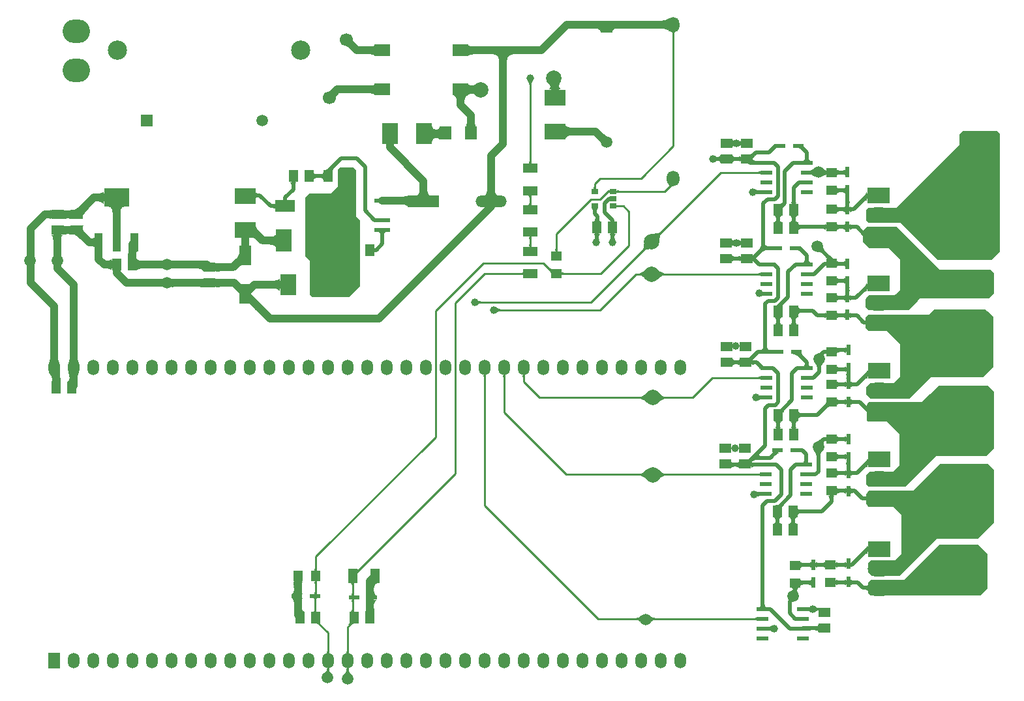
<source format=gtl>
G04 Layer_Physical_Order=1*
G04 Layer_Color=255*
%FSLAX44Y44*%
%MOMM*%
G71*
G01*
G75*
%ADD10R,1.4500X0.5500*%
%ADD11R,1.5240X0.5080*%
%ADD12R,1.2700X1.6002*%
%ADD13R,1.6002X1.2700*%
%ADD14R,2.0000X1.5000*%
%ADD15R,2.0000X3.0000*%
%ADD16R,1.5240X1.6510*%
%ADD17R,1.3970X1.2700*%
%ADD18R,0.5500X1.4500*%
%ADD19R,1.2700X1.3970*%
%ADD20R,2.5000X1.5000*%
%ADD21R,1.5000X2.5000*%
%ADD22R,1.0000X2.4000*%
%ADD23R,3.3000X2.4000*%
%ADD24R,2.0000X0.6000*%
%ADD25R,2.1590X2.7430*%
%ADD26R,2.7430X2.1590*%
%ADD27O,4.0640X1.5000*%
%ADD28R,4.0640X1.5000*%
%ADD29R,1.8500X1.3000*%
%ADD30R,1.3000X1.8500*%
%ADD31R,0.9000X0.6500*%
%ADD32C,0.5000*%
%ADD33C,1.0000*%
%ADD34C,0.2540*%
%ADD35C,1.5000*%
%ADD36C,2.0000*%
%ADD37R,1.5000X2.0000*%
%ADD38O,1.5000X2.0000*%
%ADD39C,1.7000*%
%ADD40C,2.5000*%
%ADD41O,3.5560X3.0480*%
%ADD42O,1.6510X2.0320*%
%ADD43O,3.0000X2.0000*%
%ADD44R,3.0000X2.0000*%
%ADD45R,1.5000X1.5000*%
%ADD46C,1.5000*%
%ADD47R,1.5000X1.5000*%
%ADD48C,1.0000*%
G36*
X-173141Y369000D02*
X-174240Y370089D01*
X-177242Y372667D01*
X-178144Y373298D01*
X-178997Y373813D01*
X-179801Y374214D01*
X-180556Y374501D01*
X-181262Y374673D01*
X-181919Y374730D01*
Y377270D01*
X-181262Y377327D01*
X-180556Y377499D01*
X-179801Y377786D01*
X-178997Y378187D01*
X-178144Y378703D01*
X-177242Y379333D01*
X-176290Y380078D01*
X-174240Y381911D01*
X-173141Y383000D01*
Y369000D01*
D02*
G37*
G36*
X90770Y375095D02*
X90920Y374670D01*
X91170Y374295D01*
X91519Y373970D01*
X91969Y373695D01*
X92520Y373470D01*
X93169Y373295D01*
X93919Y373170D01*
X94769Y373095D01*
X95719Y373070D01*
Y368070D01*
X94769Y368045D01*
X93919Y367970D01*
X93169Y367845D01*
X92520Y367670D01*
X91969Y367445D01*
X91519Y367170D01*
X91170Y366845D01*
X90920Y366470D01*
X90770Y366045D01*
X90719Y365570D01*
Y375570D01*
X90770Y375095D01*
D02*
G37*
G36*
X-28464Y379572D02*
X-28210Y379421D01*
X-27920Y379287D01*
X-27594Y379171D01*
X-27232Y379073D01*
X-26836Y378993D01*
X-26403Y378930D01*
X-25431Y378859D01*
X-24892Y378850D01*
X-24486Y373850D01*
X-25023Y373839D01*
X-25986Y373752D01*
X-26412Y373675D01*
X-26802Y373577D01*
X-27154Y373457D01*
X-27469Y373315D01*
X-27747Y373152D01*
X-27989Y372966D01*
X-28193Y372758D01*
X-28269Y373845D01*
X-30624Y373850D01*
Y378850D01*
X-28621Y378854D01*
X-28683Y379741D01*
X-28464Y379572D01*
D02*
G37*
G36*
X-157760Y381911D02*
X-154758Y379333D01*
X-153856Y378703D01*
X-153003Y378187D01*
X-152199Y377786D01*
X-151444Y377499D01*
X-150738Y377327D01*
X-150081Y377270D01*
Y374730D01*
X-150738Y374673D01*
X-151444Y374501D01*
X-152199Y374214D01*
X-153003Y373813D01*
X-153856Y373298D01*
X-154758Y372667D01*
X-155710Y371922D01*
X-157760Y370089D01*
X-158859Y369000D01*
Y383000D01*
X-157760Y381911D01*
D02*
G37*
G36*
X271000Y390000D02*
X277000Y384000D01*
Y383000D01*
Y310000D01*
X267000Y300000D01*
X202000D01*
X176000Y274000D01*
X162000Y260000D01*
X115000D01*
X113000Y262000D01*
X111000Y264000D01*
Y266000D01*
Y275000D01*
X113000Y277000D01*
X116000Y280000D01*
X146000D01*
X147000Y281000D01*
X154000Y288000D01*
Y297000D01*
Y329000D01*
X145000Y338000D01*
X138000Y345000D01*
X114000D01*
X112000Y347000D01*
Y357387D01*
X107681Y361784D01*
X109966Y366569D01*
X110856Y365715D01*
X112000Y364788D01*
Y367000D01*
X113000Y368000D01*
X115000Y370000D01*
X183000D01*
X194000Y381000D01*
X205000Y392000D01*
X269000D01*
X271000Y390000D01*
D02*
G37*
G36*
X65321Y364250D02*
X64968Y364569D01*
X64537Y364738D01*
X64026Y364758D01*
X63437Y364629D01*
X62769Y364350D01*
X62023Y363922D01*
X61198Y363344D01*
X60294Y362617D01*
X58250Y360715D01*
X55510Y365046D01*
X56464Y366035D01*
X57972Y367826D01*
X58526Y368627D01*
X58946Y369366D01*
X59233Y370041D01*
X59386Y370654D01*
X59406Y371204D01*
X59292Y371692D01*
X59046Y372117D01*
X65321Y364250D01*
D02*
G37*
G36*
X85311Y365570D02*
X85261Y366045D01*
X85110Y366470D01*
X84858Y366845D01*
X84506Y367170D01*
X84053Y367445D01*
X83500Y367670D01*
X82846Y367845D01*
X82092Y367970D01*
X81236Y368045D01*
X80281Y368070D01*
Y373070D01*
X81236Y373095D01*
X82092Y373170D01*
X82846Y373295D01*
X83500Y373470D01*
X84053Y373695D01*
X84506Y373970D01*
X84858Y374295D01*
X85110Y374670D01*
X85261Y375095D01*
X85311Y375570D01*
Y365570D01*
D02*
G37*
G36*
X72974Y375095D02*
X73125Y374670D01*
X73377Y374295D01*
X73729Y373970D01*
X74182Y373695D01*
X74735Y373470D01*
X75389Y373295D01*
X76143Y373170D01*
X76999Y373095D01*
X77955Y373070D01*
Y368070D01*
X76999Y368045D01*
X76143Y367970D01*
X75389Y367845D01*
X74735Y367670D01*
X74182Y367445D01*
X73729Y367170D01*
X73377Y366845D01*
X73125Y366470D01*
X72974Y366045D01*
X72924Y365570D01*
Y375570D01*
X72974Y375095D01*
D02*
G37*
G36*
X-25624Y399240D02*
X-25650Y399476D01*
X-25726Y399687D01*
X-25853Y399873D01*
X-26031Y400034D01*
X-26260Y400170D01*
X-26539Y400282D01*
X-26869Y400368D01*
X-27250Y400430D01*
X-27682Y400468D01*
X-28165Y400480D01*
Y403020D01*
X-27682Y403032D01*
X-27250Y403070D01*
X-26869Y403132D01*
X-26539Y403218D01*
X-26260Y403330D01*
X-26031Y403466D01*
X-25853Y403627D01*
X-25726Y403813D01*
X-25650Y404024D01*
X-25624Y404259D01*
Y399240D01*
D02*
G37*
G36*
X-911033Y408849D02*
X-911362Y407962D01*
X-911652Y406966D01*
X-911904Y405861D01*
X-912290Y403323D01*
X-912426Y401891D01*
X-912600Y396940D01*
X-922600D01*
X-922600Y396970D01*
X-926160D01*
X-925483Y397071D01*
X-924878Y397370D01*
X-924344Y397870D01*
X-923881Y398571D01*
X-923490Y399470D01*
X-923169Y400570D01*
X-922920Y401870D01*
X-922888Y402142D01*
X-923084Y404646D01*
X-923296Y405861D01*
X-923838Y407962D01*
X-924167Y408849D01*
X-924534Y409628D01*
X-910666D01*
X-911033Y408849D01*
D02*
G37*
G36*
X90678Y407131D02*
X90640Y406981D01*
X90608Y406730D01*
X90555Y405930D01*
X90542Y405022D01*
X90719Y400970D01*
X85281D01*
X85322Y401020D01*
X85359Y401170D01*
X85392Y401419D01*
X85445Y402220D01*
X85458Y403128D01*
X85281Y407180D01*
X90719D01*
X90678Y407131D01*
D02*
G37*
G36*
X113031Y400830D02*
X112515Y400822D01*
X111593Y400752D01*
X111186Y400691D01*
X110814Y400613D01*
X110479Y400517D01*
X110179Y400404D01*
X109915Y400273D01*
X109687Y400125D01*
X109495Y399959D01*
Y407030D01*
X110171Y407742D01*
X110776Y408452D01*
X111310Y409161D01*
X111773Y409870D01*
X112165Y410577D01*
X112486Y411284D01*
X112737Y411990D01*
X112916Y412695D01*
X113024Y413398D01*
X113061Y414101D01*
X113031Y400830D01*
D02*
G37*
G36*
X85311Y388430D02*
X85261Y388905D01*
X85110Y389330D01*
X84858Y389705D01*
X84506Y390030D01*
X84053Y390305D01*
X83500Y390530D01*
X82846Y390705D01*
X82092Y390830D01*
X81236Y390905D01*
X80281Y390930D01*
Y395930D01*
X81236Y395955D01*
X82092Y396030D01*
X82846Y396155D01*
X83500Y396330D01*
X84053Y396555D01*
X84506Y396830D01*
X84858Y397155D01*
X85110Y397530D01*
X85261Y397955D01*
X85311Y398430D01*
Y388430D01*
D02*
G37*
G36*
X72974Y397955D02*
X73125Y397530D01*
X73377Y397155D01*
X73729Y396830D01*
X74182Y396555D01*
X74735Y396330D01*
X75389Y396155D01*
X76143Y396030D01*
X76999Y395955D01*
X77955Y395930D01*
Y390930D01*
X76999Y390905D01*
X76143Y390830D01*
X75389Y390705D01*
X74735Y390530D01*
X74182Y390305D01*
X73729Y390030D01*
X73377Y389705D01*
X73125Y389330D01*
X72974Y388905D01*
X72924Y388430D01*
Y398430D01*
X72974Y397955D01*
D02*
G37*
G36*
X-935466Y410921D02*
X-935395Y410305D01*
X-935332Y409316D01*
X-935303Y406970D01*
X-935160D01*
X-935147Y405070D01*
X-934685Y398571D01*
X-934513Y397870D01*
X-934315Y397370D01*
X-934091Y397071D01*
X-933840Y396970D01*
X-935178D01*
X-935160Y395556D01*
X-945160Y395350D01*
X-945201Y396921D01*
X-945205Y396970D01*
X-946479D01*
X-946229Y397071D01*
X-946004Y397370D01*
X-945807Y397870D01*
X-945635Y398571D01*
X-945490Y399470D01*
X-945482Y399560D01*
X-945527Y399881D01*
X-945813Y401270D01*
X-946180Y402599D01*
X-946629Y403867D01*
X-947160Y405073D01*
X-947772Y406220D01*
X-948465Y407305D01*
X-949241Y408330D01*
X-935639Y411036D01*
X-935548Y411165D01*
X-935466Y410921D01*
D02*
G37*
G36*
X90770Y397955D02*
X90920Y397530D01*
X91170Y397155D01*
X91519Y396830D01*
X91969Y396555D01*
X92520Y396330D01*
X93169Y396155D01*
X93919Y396030D01*
X94769Y395955D01*
X95719Y395930D01*
Y390930D01*
X94769Y390905D01*
X93919Y390830D01*
X93169Y390705D01*
X92520Y390530D01*
X91969Y390305D01*
X91519Y390030D01*
X91170Y389705D01*
X90920Y389330D01*
X90770Y388905D01*
X90719Y388430D01*
Y398430D01*
X90770Y397955D01*
D02*
G37*
G36*
X85311Y294400D02*
X85261Y294875D01*
X85110Y295300D01*
X84858Y295675D01*
X84506Y296000D01*
X84053Y296275D01*
X83500Y296500D01*
X82846Y296675D01*
X82092Y296800D01*
X81236Y296875D01*
X80281Y296900D01*
Y301900D01*
X81236Y301925D01*
X82092Y302000D01*
X82846Y302125D01*
X83500Y302300D01*
X84053Y302525D01*
X84506Y302800D01*
X84858Y303125D01*
X85110Y303500D01*
X85261Y303925D01*
X85311Y304400D01*
Y294400D01*
D02*
G37*
G36*
X73004Y303925D02*
X73155Y303500D01*
X73404Y303125D01*
X73755Y302800D01*
X74205Y302525D01*
X74755Y302300D01*
X75405Y302125D01*
X76154Y302000D01*
X77004Y301925D01*
X77955Y301900D01*
Y296900D01*
X77004Y296875D01*
X76154Y296800D01*
X75405Y296675D01*
X74755Y296500D01*
X74205Y296275D01*
X73755Y296000D01*
X73404Y295675D01*
X73155Y295300D01*
X73004Y294875D01*
X72955Y294400D01*
Y304400D01*
X73004Y303925D01*
D02*
G37*
G36*
X53727Y306097D02*
X53260Y305533D01*
X52847Y304953D01*
X52490Y304356D01*
X52188Y303742D01*
X51940Y303113D01*
X51747Y302467D01*
X51610Y301804D01*
X51528Y301125D01*
X51500Y300429D01*
X46500D01*
X46473Y301125D01*
X46390Y301804D01*
X46252Y302467D01*
X46060Y303113D01*
X45813Y303742D01*
X45510Y304356D01*
X45153Y304953D01*
X44740Y305533D01*
X44272Y306097D01*
X43750Y306644D01*
X54250D01*
X53727Y306097D01*
D02*
G37*
G36*
X-27051Y303364D02*
X-27502Y302763D01*
X-27782Y302232D01*
X-27892Y301773D01*
X-27831Y301384D01*
X-27599Y301066D01*
X-27196Y300818D01*
X-26623Y300641D01*
X-25879Y300535D01*
X-24964Y300500D01*
X-29964Y295500D01*
X-30950Y295465D01*
X-31906Y295359D01*
X-32833Y295182D01*
X-33730Y294934D01*
X-34598Y294616D01*
X-35437Y294227D01*
X-36247Y293768D01*
X-36906Y293320D01*
X-37606Y292523D01*
X-37255Y292200D01*
X-36802Y291925D01*
X-36249Y291700D01*
X-35595Y291525D01*
X-34841Y291400D01*
X-33985Y291325D01*
X-33029Y291300D01*
Y286300D01*
X-33985Y286275D01*
X-34841Y286200D01*
X-35595Y286075D01*
X-36249Y285900D01*
X-36802Y285675D01*
X-37255Y285400D01*
X-37607Y285075D01*
X-37859Y284700D01*
X-38010Y284275D01*
X-38060Y283800D01*
Y292006D01*
X-38067Y291999D01*
X-38060Y291912D01*
X-38288Y292162D01*
X-38500Y291964D01*
X-38463Y292355D01*
X-41899Y296129D01*
X-41817Y296118D01*
X-41662Y296189D01*
X-41435Y296342D01*
X-41137Y296576D01*
X-40325Y297289D01*
X-37840Y299695D01*
X-37781Y299629D01*
X-37768Y299768D01*
X-26429Y304035D01*
X-27051Y303364D01*
D02*
G37*
G36*
X-6481Y291300D02*
Y286300D01*
X-11480Y286290D01*
Y291310D01*
X-6481Y291300D01*
D02*
G37*
G36*
X-26660Y286290D02*
X-31660Y286300D01*
Y291300D01*
X-26660Y291310D01*
Y286290D01*
D02*
G37*
G36*
X35525Y295354D02*
X35600Y294499D01*
X35725Y293744D01*
X35900Y293090D01*
X36125Y292537D01*
X36400Y292084D01*
X36725Y291732D01*
X37100Y291480D01*
X37525Y291329D01*
X38000Y291279D01*
X28000D01*
X28475Y291329D01*
X28900Y291480D01*
X29275Y291732D01*
X29600Y292084D01*
X29875Y292537D01*
X30100Y293090D01*
X30275Y293744D01*
X30400Y294499D01*
X30475Y295354D01*
X30500Y296310D01*
X35500D01*
X35525Y295354D01*
D02*
G37*
G36*
X25410Y286290D02*
X20410Y286300D01*
Y291300D01*
X25410Y291310D01*
Y286290D01*
D02*
G37*
G36*
X21685Y345410D02*
X21260Y345259D01*
X20885Y345007D01*
X20560Y344655D01*
X20285Y344202D01*
X20060Y343649D01*
X19885Y342995D01*
X19760Y342240D01*
X19685Y341385D01*
X19672Y340901D01*
X19685Y340420D01*
X19760Y339571D01*
X19885Y338820D01*
X20060Y338171D01*
X20285Y337621D01*
X20560Y337170D01*
X20885Y336820D01*
X21260Y336571D01*
X21685Y336421D01*
X22160Y336371D01*
X12160D01*
X12635Y336421D01*
X13060Y336571D01*
X13435Y336820D01*
X13760Y337170D01*
X14035Y337621D01*
X14260Y338171D01*
X14435Y338820D01*
X14560Y339571D01*
X14635Y340420D01*
X14648Y340901D01*
X14635Y341385D01*
X14560Y342240D01*
X14435Y342995D01*
X14260Y343649D01*
X14035Y344202D01*
X13760Y344655D01*
X13435Y345007D01*
X13060Y345259D01*
X12635Y345410D01*
X12160Y345460D01*
X22160D01*
X21685Y345410D01*
D02*
G37*
G36*
X1365D02*
X940Y345259D01*
X565Y345007D01*
X240Y344655D01*
X-35Y344202D01*
X-260Y343649D01*
X-435Y342995D01*
X-560Y342240D01*
X-635Y341385D01*
X-648Y340901D01*
X-635Y340420D01*
X-560Y339571D01*
X-435Y338820D01*
X-260Y338171D01*
X-35Y337621D01*
X240Y337170D01*
X565Y336820D01*
X940Y336571D01*
X1365Y336421D01*
X1840Y336371D01*
X-8160D01*
X-7685Y336421D01*
X-7260Y336571D01*
X-6885Y336820D01*
X-6560Y337170D01*
X-6285Y337621D01*
X-6060Y338171D01*
X-5885Y338820D01*
X-5760Y339571D01*
X-5685Y340420D01*
X-5672Y340901D01*
X-5685Y341385D01*
X-5760Y342240D01*
X-5885Y342995D01*
X-6060Y343649D01*
X-6285Y344202D01*
X-6560Y344655D01*
X-6885Y345007D01*
X-7260Y345259D01*
X-7685Y345410D01*
X-8160Y345460D01*
X1840D01*
X1365Y345410D01*
D02*
G37*
G36*
X6695Y360878D02*
X5724Y359872D01*
X4192Y358059D01*
X3630Y357253D01*
X3205Y356512D01*
X2917Y355839D01*
X2765Y355231D01*
X2750Y354690D01*
X2871Y354215D01*
X3129Y353807D01*
X-3419Y361340D01*
X-3055Y361038D01*
X-2615Y360883D01*
X-2098Y360873D01*
X-1505Y361011D01*
X-836Y361294D01*
X-91Y361724D01*
X730Y362300D01*
X1628Y363022D01*
X3652Y364906D01*
X6695Y360878D01*
D02*
G37*
G36*
X23499Y357925D02*
X23650Y357500D01*
X23902Y357125D01*
X24254Y356800D01*
X24707Y356525D01*
X25260Y356300D01*
X25914Y356125D01*
X26669Y356000D01*
X27524Y355925D01*
X28479Y355900D01*
Y350900D01*
X27524Y350875D01*
X26669Y350800D01*
X25914Y350675D01*
X25260Y350500D01*
X24707Y350275D01*
X24254Y350000D01*
X23902Y349675D01*
X23650Y349300D01*
X23499Y348875D01*
X23449Y348400D01*
Y358400D01*
X23499Y357925D01*
D02*
G37*
G36*
X73004Y326785D02*
X73155Y326360D01*
X73404Y325985D01*
X73755Y325660D01*
X74205Y325385D01*
X74755Y325160D01*
X75405Y324985D01*
X76154Y324860D01*
X77004Y324785D01*
X77955Y324760D01*
Y319760D01*
X77004Y319735D01*
X76154Y319660D01*
X75405Y319535D01*
X74755Y319360D01*
X74205Y319135D01*
X73755Y318860D01*
X73404Y318535D01*
X73155Y318160D01*
X73004Y317735D01*
X72955Y317260D01*
Y327260D01*
X73004Y326785D01*
D02*
G37*
G36*
X-105Y304645D02*
X-813Y304539D01*
X-1520Y304362D01*
X-2227Y304115D01*
X-2934Y303797D01*
X-3641Y303408D01*
X-4348Y302948D01*
X-5055Y302418D01*
X-5762Y301817D01*
X-6470Y301145D01*
X-13541D01*
X-12878Y301817D01*
X-11130Y303797D01*
X-10918Y304115D01*
X-10796Y304362D01*
X-10764Y304539D01*
X-10822Y304645D01*
X-10970Y304681D01*
X602D01*
X-105Y304645D01*
D02*
G37*
G36*
X59076Y319475D02*
X59048Y319529D01*
X58963Y319577D01*
X58822Y319620D01*
X58625Y319657D01*
X58372Y319689D01*
X57696Y319734D01*
X57316Y319741D01*
X57260Y319680D01*
X56847Y319133D01*
X56506Y318571D01*
X56239Y317993D01*
X56045Y317399D01*
X55925Y316789D01*
X55877Y316164D01*
X55902Y315523D01*
X56001Y314866D01*
X56172Y314193D01*
X46951Y319215D01*
X47698Y319444D01*
X49104Y319976D01*
X49762Y320280D01*
X50990Y320962D01*
X51560Y321341D01*
X52100Y321745D01*
X52610Y322173D01*
X53091Y322627D01*
X56260Y320982D01*
Y324760D01*
X56795Y324763D01*
X58822Y324900D01*
X58963Y324943D01*
X59048Y324991D01*
X59076Y325046D01*
Y319475D01*
D02*
G37*
G36*
X85311Y317260D02*
X85261Y317735D01*
X85110Y318160D01*
X84858Y318535D01*
X84506Y318860D01*
X84053Y319135D01*
X83500Y319360D01*
X82846Y319535D01*
X82092Y319660D01*
X81236Y319735D01*
X80281Y319760D01*
Y324760D01*
X81236Y324785D01*
X82092Y324860D01*
X82846Y324985D01*
X83500Y325160D01*
X84053Y325385D01*
X84506Y325660D01*
X84858Y325985D01*
X85110Y326360D01*
X85261Y326785D01*
X85311Y327260D01*
Y317260D01*
D02*
G37*
G36*
X72974Y487525D02*
X73125Y487100D01*
X73377Y486725D01*
X73729Y486400D01*
X74182Y486125D01*
X74735Y485900D01*
X75389Y485725D01*
X76143Y485600D01*
X76999Y485525D01*
X77955Y485500D01*
Y480500D01*
X76999Y480475D01*
X76143Y480400D01*
X75389Y480275D01*
X74735Y480100D01*
X74182Y479875D01*
X73729Y479600D01*
X73377Y479275D01*
X73125Y478900D01*
X72974Y478475D01*
X72924Y478000D01*
Y488000D01*
X72974Y487525D01*
D02*
G37*
G36*
X59046Y477970D02*
X58995Y478445D01*
X58846Y478870D01*
X58595Y479245D01*
X58246Y479570D01*
X57796Y479845D01*
X57245Y480070D01*
X56596Y480245D01*
X55845Y480370D01*
X54995Y480445D01*
X54046Y480470D01*
Y485470D01*
X54995Y485495D01*
X55845Y485570D01*
X56596Y485695D01*
X57245Y485870D01*
X57796Y486095D01*
X58246Y486370D01*
X58595Y486695D01*
X58846Y487070D01*
X58995Y487495D01*
X59046Y487970D01*
Y477970D01*
D02*
G37*
G36*
X89769Y487525D02*
X89920Y487100D01*
X90169Y486725D01*
X90520Y486400D01*
X90969Y486125D01*
X91519Y485900D01*
X92170Y485725D01*
X92920Y485600D01*
X93770Y485525D01*
X94719Y485500D01*
Y480500D01*
X93770Y480475D01*
X92920Y480400D01*
X92170Y480275D01*
X91519Y480100D01*
X90969Y479875D01*
X90520Y479600D01*
X90169Y479275D01*
X89920Y478900D01*
X89769Y478475D01*
X89719Y478000D01*
Y488000D01*
X89769Y487525D01*
D02*
G37*
G36*
X84311Y478000D02*
X84261Y478475D01*
X84110Y478900D01*
X83858Y479275D01*
X83506Y479600D01*
X83053Y479875D01*
X82500Y480100D01*
X81846Y480275D01*
X81091Y480400D01*
X80236Y480475D01*
X79281Y480500D01*
Y485500D01*
X80236Y485525D01*
X81091Y485600D01*
X81846Y485725D01*
X82500Y485900D01*
X83053Y486125D01*
X83506Y486400D01*
X83858Y486725D01*
X84110Y487100D01*
X84261Y487525D01*
X84311Y488000D01*
Y478000D01*
D02*
G37*
G36*
X59076Y432615D02*
X59043Y432750D01*
X58946Y432872D01*
X58784Y432979D01*
X58557Y433072D01*
X58264Y433151D01*
X57907Y433215D01*
X57485Y433266D01*
X56949Y433295D01*
X56861Y433177D01*
X56596Y432727D01*
X56400Y432272D01*
X56273Y431811D01*
X56214Y431345D01*
X56225Y430874D01*
X56304Y430398D01*
X56452Y429917D01*
X56670Y429430D01*
X47795Y433169D01*
X48327Y433351D01*
X48859Y433570D01*
X49392Y433828D01*
X49925Y434123D01*
X50996Y434825D01*
X51532Y435233D01*
X52607Y436161D01*
X53146Y436682D01*
X55830Y435103D01*
Y438330D01*
X56447Y438337D01*
X57907Y438445D01*
X58264Y438509D01*
X58557Y438588D01*
X58784Y438681D01*
X58946Y438788D01*
X59043Y438909D01*
X59076Y439045D01*
Y432615D01*
D02*
G37*
G36*
X85311Y432900D02*
X85261Y433375D01*
X85110Y433800D01*
X84858Y434175D01*
X84506Y434500D01*
X84053Y434775D01*
X83500Y435000D01*
X82846Y435175D01*
X82092Y435300D01*
X81236Y435375D01*
X80281Y435400D01*
Y440400D01*
X81236Y440425D01*
X82092Y440500D01*
X82846Y440625D01*
X83500Y440800D01*
X84053Y441025D01*
X84506Y441300D01*
X84858Y441625D01*
X85110Y442000D01*
X85261Y442425D01*
X85311Y442900D01*
Y432900D01*
D02*
G37*
G36*
X21685Y480410D02*
X21260Y480259D01*
X20885Y480007D01*
X20560Y479655D01*
X20285Y479202D01*
X20060Y478649D01*
X19885Y477995D01*
X19760Y477240D01*
X19685Y476385D01*
X19672Y475901D01*
X19685Y475420D01*
X19760Y474571D01*
X19885Y473820D01*
X20060Y473171D01*
X20285Y472621D01*
X20560Y472170D01*
X20885Y471820D01*
X21260Y471571D01*
X21685Y471421D01*
X22160Y471371D01*
X12160D01*
X12635Y471421D01*
X13060Y471571D01*
X13435Y471820D01*
X13760Y472170D01*
X14035Y472621D01*
X14260Y473171D01*
X14435Y473820D01*
X14560Y474571D01*
X14635Y475420D01*
X14648Y475901D01*
X14635Y476385D01*
X14560Y477240D01*
X14435Y477995D01*
X14260Y478649D01*
X14035Y479202D01*
X13760Y479655D01*
X13435Y480007D01*
X13060Y480259D01*
X12635Y480410D01*
X12160Y480460D01*
X22160D01*
X21685Y480410D01*
D02*
G37*
G36*
X1365D02*
X940Y480259D01*
X565Y480007D01*
X240Y479655D01*
X-35Y479202D01*
X-260Y478649D01*
X-435Y477995D01*
X-560Y477240D01*
X-635Y476385D01*
X-648Y475901D01*
X-635Y475420D01*
X-560Y474571D01*
X-435Y473820D01*
X-260Y473171D01*
X-35Y472621D01*
X240Y472170D01*
X565Y471820D01*
X940Y471571D01*
X1365Y471421D01*
X1840Y471371D01*
X-8160D01*
X-7685Y471421D01*
X-7260Y471571D01*
X-6885Y471820D01*
X-6560Y472170D01*
X-6285Y472621D01*
X-6060Y473171D01*
X-5885Y473820D01*
X-5760Y474571D01*
X-5685Y475420D01*
X-5672Y475901D01*
X-5685Y476385D01*
X-5760Y477240D01*
X-5885Y477995D01*
X-6060Y478649D01*
X-6285Y479202D01*
X-6560Y479655D01*
X-6885Y480007D01*
X-7260Y480259D01*
X-7685Y480410D01*
X-8160Y480460D01*
X1840D01*
X1365Y480410D01*
D02*
G37*
G36*
X-392993Y503076D02*
X-392559Y502697D01*
X-392127Y502363D01*
X-391698Y502073D01*
X-391270Y501828D01*
X-390845Y501627D01*
X-390421Y501471D01*
X-390000Y501359D01*
X-389581Y501292D01*
X-389164Y501270D01*
Y498730D01*
X-389581Y498708D01*
X-390000Y498641D01*
X-390421Y498529D01*
X-390845Y498373D01*
X-391270Y498172D01*
X-391698Y497927D01*
X-392127Y497637D01*
X-392559Y497303D01*
X-392993Y496924D01*
X-393429Y496500D01*
Y503500D01*
X-392993Y503076D01*
D02*
G37*
G36*
X3160Y496371D02*
X-7700D01*
X-6993Y496406D01*
X-6286Y496512D01*
X-5579Y496689D01*
X-4872Y496936D01*
X-4165Y497254D01*
X-3458Y497643D01*
X-2751Y498103D01*
X-2044Y498633D01*
X-1337Y499234D01*
X-630Y499906D01*
X6442D01*
X3160Y496371D01*
D02*
G37*
G36*
X84311Y500830D02*
X84261Y501305D01*
X84110Y501730D01*
X83858Y502105D01*
X83506Y502430D01*
X83053Y502705D01*
X82500Y502930D01*
X81846Y503105D01*
X81091Y503230D01*
X80236Y503305D01*
X79281Y503330D01*
Y508330D01*
X80236Y508355D01*
X81091Y508430D01*
X81846Y508555D01*
X82500Y508730D01*
X83053Y508955D01*
X83506Y509230D01*
X83858Y509555D01*
X84110Y509930D01*
X84261Y510355D01*
X84311Y510830D01*
Y500830D01*
D02*
G37*
G36*
X72974Y510355D02*
X73125Y509930D01*
X73377Y509555D01*
X73729Y509230D01*
X74182Y508955D01*
X74735Y508730D01*
X75389Y508555D01*
X76143Y508430D01*
X76999Y508355D01*
X77955Y508330D01*
Y503330D01*
X76999Y503305D01*
X76143Y503230D01*
X75389Y503105D01*
X74735Y502930D01*
X74182Y502705D01*
X73729Y502430D01*
X73377Y502105D01*
X73125Y501730D01*
X72974Y501305D01*
X72924Y500830D01*
Y510830D01*
X72974Y510355D01*
D02*
G37*
G36*
X23499Y493525D02*
X23650Y493100D01*
X23902Y492725D01*
X24254Y492400D01*
X24707Y492125D01*
X25260Y491900D01*
X25914Y491725D01*
X26669Y491600D01*
X27524Y491525D01*
X28479Y491500D01*
Y486500D01*
X27524Y486475D01*
X26669Y486400D01*
X25914Y486275D01*
X25260Y486100D01*
X24707Y485875D01*
X24254Y485600D01*
X23902Y485275D01*
X23650Y484900D01*
X23499Y484475D01*
X23449Y484000D01*
Y494000D01*
X23499Y493525D01*
D02*
G37*
G36*
X269000Y488000D02*
X276000Y481000D01*
Y464000D01*
Y416000D01*
X271000Y411000D01*
X263000Y403000D01*
X195000D01*
X178000Y386000D01*
X167000Y375000D01*
X117000D01*
X115000Y377000D01*
X111000Y381000D01*
Y385000D01*
Y390000D01*
X116000Y395000D01*
X147000D01*
X150000Y398000D01*
X155000Y403000D01*
Y422000D01*
Y446000D01*
X153000Y448000D01*
X138000Y463000D01*
X114000D01*
X110000Y467000D01*
Y471416D01*
X109746Y471441D01*
X108000Y471500D01*
Y476500D01*
X108922Y476515D01*
X110000Y476596D01*
Y477000D01*
Y480000D01*
X111000Y481000D01*
X114000Y484000D01*
X130000D01*
X193000Y484000D01*
X195000Y486000D01*
X200000Y491000D01*
X266000D01*
X269000Y488000D01*
D02*
G37*
G36*
X174000Y575000D02*
X207000Y542000D01*
X273000D01*
X277000Y538000D01*
Y536000D01*
Y512000D01*
X270000Y505000D01*
X181000D01*
X178000Y502000D01*
X166000Y490000D01*
X114000D01*
X112000Y492000D01*
X110000Y494000D01*
Y496000D01*
Y504000D01*
X111000Y505000D01*
X115000Y509000D01*
X148000D01*
X149000Y510000D01*
X155000Y516000D01*
Y524000D01*
Y556000D01*
X152000Y559000D01*
X141000Y570000D01*
X115000D01*
X110000Y575000D01*
X107000Y578000D01*
Y581000D01*
Y588000D01*
X105000Y590000D01*
Y591000D01*
X110000Y596000D01*
X112000Y598000D01*
X151000D01*
X174000Y575000D01*
D02*
G37*
G36*
X-367993Y493076D02*
X-367559Y492697D01*
X-367127Y492363D01*
X-366698Y492073D01*
X-366270Y491828D01*
X-365845Y491627D01*
X-365421Y491471D01*
X-365000Y491359D01*
X-364581Y491292D01*
X-364164Y491270D01*
Y488730D01*
X-364581Y488708D01*
X-365000Y488641D01*
X-365421Y488529D01*
X-365845Y488373D01*
X-366270Y488172D01*
X-366698Y487927D01*
X-367127Y487637D01*
X-367559Y487303D01*
X-367993Y486924D01*
X-368429Y486500D01*
Y493500D01*
X-367993Y493076D01*
D02*
G37*
G36*
X-24978Y419549D02*
X-23199Y418050D01*
X-22401Y417497D01*
X-21663Y417075D01*
X-20986Y416784D01*
X-20371Y416624D01*
X-19816Y416594D01*
X-19322Y416696D01*
X-18888Y416929D01*
X-25624Y411940D01*
X-25660Y412194D01*
X-25766Y412495D01*
X-25943Y412844D01*
X-26190Y413241D01*
X-26508Y413686D01*
X-27357Y414718D01*
X-28488Y415941D01*
X-29160Y416624D01*
X-25959Y420495D01*
X-24978Y419549D01*
D02*
G37*
G36*
X85311Y407970D02*
X85261Y408445D01*
X85110Y408870D01*
X84858Y409245D01*
X84506Y409570D01*
X84053Y409845D01*
X83500Y410070D01*
X82846Y410245D01*
X82092Y410370D01*
X81236Y410445D01*
X80281Y410470D01*
Y415470D01*
X81236Y415495D01*
X82092Y415570D01*
X82846Y415695D01*
X83500Y415870D01*
X84053Y416095D01*
X84506Y416370D01*
X84858Y416695D01*
X85110Y417070D01*
X85261Y417495D01*
X85311Y417970D01*
Y407970D01*
D02*
G37*
G36*
X54728Y420097D02*
X54260Y419533D01*
X53847Y418952D01*
X53490Y418356D01*
X53187Y417742D01*
X52940Y417113D01*
X52748Y416466D01*
X52610Y415804D01*
X52527Y415125D01*
X52500Y414429D01*
X47500D01*
X47473Y415125D01*
X47390Y415804D01*
X47252Y416466D01*
X47060Y417113D01*
X46813Y417742D01*
X46510Y418356D01*
X46153Y418952D01*
X45740Y419533D01*
X45272Y420097D01*
X44750Y420644D01*
X55250D01*
X54728Y420097D01*
D02*
G37*
G36*
X26446Y411940D02*
X21450Y411950D01*
Y416950D01*
X26446Y416959D01*
Y411940D01*
D02*
G37*
G36*
X-356508Y405465D02*
X-356723Y405377D01*
X-356912Y405232D01*
X-357076Y405028D01*
X-357215Y404765D01*
X-357328Y404445D01*
X-357416Y404066D01*
X-357480Y403629D01*
X-357517Y403133D01*
X-357530Y402579D01*
X-360070D01*
X-360083Y403133D01*
X-360120Y403629D01*
X-360183Y404066D01*
X-360272Y404445D01*
X-360385Y404765D01*
X-360524Y405028D01*
X-360688Y405232D01*
X-360877Y405377D01*
X-361091Y405465D01*
X-361331Y405494D01*
X-356269D01*
X-356508Y405465D01*
D02*
G37*
G36*
X-381708Y405520D02*
X-381923Y405427D01*
X-382112Y405276D01*
X-382276Y405067D01*
X-382415Y404801D01*
X-382528Y404477D01*
X-382617Y404094D01*
X-382679Y403654D01*
X-382717Y403156D01*
X-382730Y402600D01*
X-385270Y402560D01*
X-385283Y403111D01*
X-385320Y403604D01*
X-385383Y404038D01*
X-385472Y404413D01*
X-385585Y404730D01*
X-385724Y404988D01*
X-385888Y405187D01*
X-386077Y405328D01*
X-386292Y405410D01*
X-386531Y405433D01*
X-381469Y405555D01*
X-381708Y405520D01*
D02*
G37*
G36*
X73004Y417495D02*
X73155Y417070D01*
X73404Y416695D01*
X73755Y416370D01*
X74205Y416095D01*
X74755Y415870D01*
X75405Y415695D01*
X76154Y415570D01*
X77004Y415495D01*
X77955Y415470D01*
Y410470D01*
X77004Y410445D01*
X76154Y410370D01*
X75405Y410245D01*
X74755Y410070D01*
X74205Y409845D01*
X73755Y409570D01*
X73404Y409245D01*
X73155Y408870D01*
X73004Y408445D01*
X72955Y407970D01*
Y417970D01*
X73004Y417495D01*
D02*
G37*
G36*
X-331109Y405465D02*
X-331323Y405377D01*
X-331512Y405232D01*
X-331676Y405028D01*
X-331815Y404765D01*
X-331928Y404445D01*
X-332016Y404066D01*
X-332080Y403629D01*
X-332117Y403133D01*
X-332130Y402579D01*
X-334670D01*
X-334683Y403133D01*
X-334720Y403629D01*
X-334784Y404066D01*
X-334872Y404445D01*
X-334985Y404765D01*
X-335124Y405028D01*
X-335288Y405232D01*
X-335477Y405377D01*
X-335691Y405465D01*
X-335931Y405494D01*
X-330869D01*
X-331109Y405465D01*
D02*
G37*
G36*
X27822Y432645D02*
X27764Y432539D01*
X27796Y432362D01*
X27918Y432115D01*
X28130Y431797D01*
X28432Y431408D01*
X29306Y430418D01*
X30541Y429145D01*
X23470D01*
X22762Y429817D01*
X22055Y430418D01*
X21348Y430948D01*
X20641Y431408D01*
X19934Y431797D01*
X19227Y432115D01*
X18520Y432362D01*
X17813Y432539D01*
X17106Y432645D01*
X16398Y432681D01*
X27970D01*
X27822Y432645D01*
D02*
G37*
G36*
X-33494Y427971D02*
X-34471Y426958D01*
X-35948Y425213D01*
X-35802Y425125D01*
X-35249Y424900D01*
X-34595Y424725D01*
X-33840Y424600D01*
X-32985Y424525D01*
X-32030Y424500D01*
Y419500D01*
X-32985Y419475D01*
X-33840Y419400D01*
X-34595Y419275D01*
X-35249Y419100D01*
X-35802Y418875D01*
X-36255Y418600D01*
X-36607Y418275D01*
X-36859Y417900D01*
X-37010Y417475D01*
X-37060Y417000D01*
Y423450D01*
X-37289Y422914D01*
X-37439Y422308D01*
X-37450Y421771D01*
X-37324Y421301D01*
X-37060Y420900D01*
X-43752Y428289D01*
X-43381Y427994D01*
X-42936Y427843D01*
X-42416Y427837D01*
X-41821Y427977D01*
X-41151Y428261D01*
X-40406Y428690D01*
X-39587Y429264D01*
X-38693Y429983D01*
X-36681Y431855D01*
X-33494Y427971D01*
D02*
G37*
G36*
X73004Y441817D02*
X73155Y441520D01*
X73404Y441257D01*
X73755Y441030D01*
X74205Y440837D01*
X74755Y440680D01*
X75405Y440557D01*
X76154Y440470D01*
X77004Y440418D01*
X77955Y440400D01*
Y435400D01*
X77004Y435375D01*
X76154Y435300D01*
X75405Y435175D01*
X74755Y435000D01*
X74205Y434775D01*
X73755Y434500D01*
X73404Y434175D01*
X73155Y433800D01*
X73004Y433375D01*
X72955Y432900D01*
Y442150D01*
X73004Y441817D01*
D02*
G37*
G36*
X-17450Y441950D02*
X-17300Y441100D01*
X-17050Y440350D01*
X-16700Y439700D01*
X-16250Y439150D01*
X-15700Y438700D01*
X-15050Y438350D01*
X-14300Y438100D01*
X-13526Y437963D01*
X-9969Y438120D01*
Y432681D01*
X-10020Y432722D01*
X-10170Y432760D01*
X-10419Y432792D01*
X-11220Y432845D01*
X-14970Y432900D01*
Y436254D01*
X-20000Y432900D01*
X-27500Y437900D01*
X-26550Y437950D01*
X-25700Y438100D01*
X-24950Y438350D01*
X-24300Y438700D01*
X-23750Y439150D01*
X-23300Y439700D01*
X-22950Y440350D01*
X-22700Y441100D01*
X-22550Y441950D01*
X-22500Y442900D01*
X-17500D01*
X-17450Y441950D01*
D02*
G37*
G36*
X-937981Y431300D02*
X-937516Y425354D01*
X-937304Y424139D01*
X-936762Y422038D01*
X-936433Y421151D01*
X-936066Y420372D01*
X-949934D01*
X-949567Y421151D01*
X-949238Y422038D01*
X-948948Y423034D01*
X-948696Y424139D01*
X-948309Y426677D01*
X-948174Y428109D01*
X-948000Y433060D01*
X-938000D01*
X-937981Y431300D01*
D02*
G37*
G36*
X36560Y421004D02*
X36635Y420149D01*
X36760Y419394D01*
X36935Y418740D01*
X37160Y418187D01*
X37435Y417734D01*
X37760Y417382D01*
X38135Y417130D01*
X38560Y416979D01*
X39035Y416929D01*
X29035D01*
X29510Y416979D01*
X29935Y417130D01*
X30310Y417382D01*
X30635Y417734D01*
X30910Y418187D01*
X31135Y418740D01*
X31310Y419394D01*
X31435Y420149D01*
X31510Y421004D01*
X31535Y421959D01*
X36535D01*
X36560Y421004D01*
D02*
G37*
G36*
X-52970Y417000D02*
X-53021Y417475D01*
X-53170Y417900D01*
X-53421Y418275D01*
X-53770Y418600D01*
X-54220Y418875D01*
X-54770Y419100D01*
X-55420Y419275D01*
X-56171Y419400D01*
X-57021Y419475D01*
X-57501Y419488D01*
X-57985Y419475D01*
X-58840Y419400D01*
X-59595Y419275D01*
X-60249Y419100D01*
X-60802Y418875D01*
X-61255Y418600D01*
X-61607Y418275D01*
X-61859Y417900D01*
X-62010Y417475D01*
X-62060Y417000D01*
Y427000D01*
X-62010Y426525D01*
X-61859Y426100D01*
X-61607Y425725D01*
X-61255Y425400D01*
X-60802Y425125D01*
X-60249Y424900D01*
X-59595Y424725D01*
X-58840Y424600D01*
X-57985Y424525D01*
X-57501Y424512D01*
X-57021Y424525D01*
X-56171Y424600D01*
X-55420Y424725D01*
X-54770Y424900D01*
X-54220Y425125D01*
X-53770Y425400D01*
X-53421Y425725D01*
X-53170Y426100D01*
X-53021Y426525D01*
X-52970Y427000D01*
Y417000D01*
D02*
G37*
G36*
X-912581Y431300D02*
X-912116Y425354D01*
X-911904Y424139D01*
X-911362Y422038D01*
X-911033Y421151D01*
X-910666Y420372D01*
X-924534D01*
X-924167Y421151D01*
X-923838Y422038D01*
X-923548Y423034D01*
X-923296Y424139D01*
X-922909Y426677D01*
X-922774Y428109D01*
X-922600Y433060D01*
X-912600D01*
X-912581Y431300D01*
D02*
G37*
G36*
X90678Y291381D02*
X90640Y291231D01*
X90608Y290980D01*
X90555Y290180D01*
X90543Y289385D01*
X90719Y285369D01*
X85281D01*
X85322Y285420D01*
X85359Y285569D01*
X85392Y285819D01*
X85445Y286619D01*
X85457Y287415D01*
X85281Y291430D01*
X90719D01*
X90678Y291381D01*
D02*
G37*
G36*
X-601701Y115255D02*
X-601917Y115179D01*
X-602108Y115052D01*
X-602273Y114874D01*
X-602412Y114646D01*
X-602527Y114366D01*
X-602616Y114036D01*
X-602679Y113655D01*
X-602717Y113223D01*
X-602730Y112740D01*
X-605270D01*
X-605283Y113223D01*
X-605321Y113655D01*
X-605384Y114036D01*
X-605473Y114366D01*
X-605588Y114646D01*
X-605727Y114874D01*
X-605892Y115052D01*
X-606083Y115179D01*
X-606299Y115255D01*
X-606540Y115281D01*
X-601460D01*
X-601701Y115255D01*
D02*
G37*
G36*
X-553201Y113285D02*
X-553417Y113208D01*
X-553608Y113080D01*
X-553773Y112900D01*
X-553913Y112668D01*
X-554027Y112386D01*
X-554116Y112051D01*
X-554179Y111666D01*
X-554217Y111229D01*
X-554230Y110740D01*
X-556770D01*
X-556783Y111229D01*
X-556821Y111666D01*
X-556884Y112051D01*
X-556973Y112386D01*
X-557088Y112668D01*
X-557227Y112900D01*
X-557392Y113080D01*
X-557583Y113208D01*
X-557799Y113285D01*
X-558040Y113311D01*
X-552960D01*
X-553201Y113285D01*
D02*
G37*
G36*
X-523790Y134708D02*
X-524640Y134405D01*
X-525390Y133902D01*
X-526040Y133199D01*
X-526590Y132296D01*
X-527040Y131193D01*
X-527390Y129890D01*
X-527640Y128387D01*
X-527785Y126739D01*
X-527648Y125119D01*
X-527407Y123619D01*
X-527071Y122319D01*
X-526638Y121220D01*
X-526109Y120319D01*
X-525483Y119620D01*
X-524762Y119120D01*
X-523944Y118820D01*
X-523031Y118720D01*
X-537469D01*
X-537540Y118820D01*
X-537603Y119120D01*
X-537659Y119620D01*
X-537747Y121220D01*
X-537791Y124781D01*
X-537840D01*
X-537793Y124878D01*
X-537840Y128720D01*
X-535922D01*
X-532970Y134781D01*
X-522840Y134811D01*
X-523790Y134708D01*
D02*
G37*
G36*
X-554217Y120777D02*
X-554179Y120345D01*
X-554116Y119964D01*
X-554027Y119634D01*
X-553913Y119354D01*
X-553773Y119126D01*
X-553608Y118948D01*
X-553417Y118821D01*
X-553201Y118745D01*
X-552960Y118720D01*
X-558040D01*
X-557799Y118745D01*
X-557583Y118821D01*
X-557392Y118948D01*
X-557227Y119126D01*
X-557088Y119354D01*
X-556973Y119634D01*
X-556884Y119964D01*
X-556821Y120345D01*
X-556783Y120777D01*
X-556770Y121259D01*
X-554230D01*
X-554217Y120777D01*
D02*
G37*
G36*
X45760Y104375D02*
X46696Y103701D01*
X47151Y103428D01*
X47599Y103196D01*
X48038Y103007D01*
X48469Y102859D01*
X48742Y102792D01*
X48928Y102804D01*
X49004Y102840D01*
X49029Y102879D01*
Y102733D01*
X49307Y102691D01*
X49713Y102670D01*
X49924Y100130D01*
X49498Y100107D01*
X49076Y100037D01*
X49029Y100024D01*
Y98860D01*
X49004Y99101D01*
X48928Y99317D01*
X48801Y99508D01*
X48623Y99673D01*
X48394Y99812D01*
X48390Y99814D01*
X48244Y99757D01*
X47834Y99547D01*
X47427Y99290D01*
X47024Y98987D01*
X46625Y98637D01*
X46231Y98240D01*
X45839Y97797D01*
X42000Y101560D01*
X45279Y104774D01*
X45760Y104375D01*
D02*
G37*
G36*
X-523944Y113181D02*
X-524762Y112880D01*
X-525483Y112381D01*
X-526109Y111680D01*
X-526638Y110780D01*
X-527071Y109681D01*
X-527407Y108380D01*
X-527648Y106881D01*
X-527776Y105362D01*
X-527365Y99571D01*
X-527193Y98870D01*
X-526996Y98371D01*
X-526771Y98070D01*
X-526521Y97971D01*
X-539160D01*
X-538909Y98070D01*
X-538685Y98371D01*
X-538487Y98870D01*
X-538315Y99571D01*
X-538170Y100471D01*
X-537959Y102871D01*
X-537853Y106070D01*
X-537840Y107971D01*
X-537666D01*
X-537469Y113280D01*
X-523031D01*
X-523944Y113181D01*
D02*
G37*
G36*
X-20475Y107954D02*
X-20400Y107099D01*
X-20275Y106344D01*
X-20100Y105690D01*
X-19875Y105137D01*
X-19600Y104684D01*
X-19275Y104332D01*
X-18900Y104080D01*
X-18475Y103929D01*
X-18000Y103879D01*
X-28000D01*
X-27525Y103929D01*
X-27100Y104080D01*
X-26725Y104332D01*
X-26400Y104684D01*
X-26125Y105137D01*
X-25900Y105690D01*
X-25725Y106344D01*
X-25600Y107099D01*
X-25525Y107954D01*
X-25500Y108910D01*
X-20500D01*
X-20475Y107954D01*
D02*
G37*
G36*
X42000Y101560D02*
X38161Y97797D01*
X37769Y98240D01*
X37374Y98637D01*
X36976Y98987D01*
X36708Y99189D01*
X36685Y99126D01*
X36660Y98890D01*
Y99225D01*
X36573Y99290D01*
X36166Y99547D01*
X35756Y99757D01*
X35342Y99920D01*
X34924Y100037D01*
X34502Y100107D01*
X34076Y100130D01*
X34287Y102670D01*
X34694Y102691D01*
X35108Y102754D01*
X35531Y102859D01*
X35962Y103007D01*
X36401Y103196D01*
X36660Y103330D01*
Y103910D01*
X36685Y103674D01*
X36761Y103463D01*
X36802Y103404D01*
X36849Y103428D01*
X37304Y103701D01*
X38240Y104375D01*
X38721Y104774D01*
X42000Y101560D01*
D02*
G37*
G36*
X40280Y130650D02*
X40230Y131125D01*
X40080Y131550D01*
X39831Y131925D01*
X39481Y132250D01*
X39030Y132525D01*
X38481Y132750D01*
X37831Y132925D01*
X37081Y133050D01*
X36230Y133125D01*
X35280Y133150D01*
Y138150D01*
X36230Y138175D01*
X37081Y138250D01*
X37831Y138375D01*
X38481Y138550D01*
X39030Y138775D01*
X39481Y139050D01*
X39831Y139375D01*
X40080Y139750D01*
X40230Y140175D01*
X40280Y140650D01*
Y130650D01*
D02*
G37*
G36*
X25974Y140175D02*
X26125Y139750D01*
X26377Y139375D01*
X26729Y139050D01*
X27182Y138775D01*
X27735Y138550D01*
X28389Y138375D01*
X29144Y138250D01*
X29999Y138175D01*
X30954Y138150D01*
Y133150D01*
X29999Y133125D01*
X29144Y133050D01*
X28389Y132925D01*
X27735Y132750D01*
X27182Y132525D01*
X26729Y132250D01*
X26377Y131925D01*
X26125Y131550D01*
X25974Y131125D01*
X25924Y130650D01*
Y140650D01*
X25974Y140175D01*
D02*
G37*
G36*
X85311Y130970D02*
X85261Y131445D01*
X85110Y131870D01*
X84858Y132245D01*
X84506Y132570D01*
X84053Y132845D01*
X83500Y133070D01*
X82846Y133245D01*
X82092Y133370D01*
X81236Y133445D01*
X80281Y133470D01*
Y138470D01*
X81236Y138495D01*
X82092Y138570D01*
X82846Y138695D01*
X83500Y138870D01*
X84053Y139095D01*
X84506Y139370D01*
X84858Y139695D01*
X85110Y140070D01*
X85261Y140495D01*
X85311Y140970D01*
Y130970D01*
D02*
G37*
G36*
X71974Y140495D02*
X72125Y140070D01*
X72377Y139695D01*
X72729Y139370D01*
X73182Y139095D01*
X73735Y138870D01*
X74389Y138695D01*
X75143Y138570D01*
X75999Y138495D01*
X76954Y138470D01*
Y133470D01*
X75999Y133445D01*
X75143Y133370D01*
X74389Y133245D01*
X73735Y133070D01*
X73182Y132845D01*
X72729Y132570D01*
X72377Y132245D01*
X72125Y131870D01*
X71974Y131445D01*
X71924Y130970D01*
Y140970D01*
X71974Y140495D01*
D02*
G37*
G36*
X-602287Y122771D02*
X-602249Y122334D01*
X-602186Y121948D01*
X-602097Y121614D01*
X-601982Y121332D01*
X-601843Y121100D01*
X-601678Y120920D01*
X-601487Y120792D01*
X-601271Y120715D01*
X-601030Y120689D01*
X-606110D01*
X-605869Y120715D01*
X-605653Y120792D01*
X-605462Y120920D01*
X-605297Y121100D01*
X-605158Y121332D01*
X-605043Y121614D01*
X-604954Y121948D01*
X-604891Y122334D01*
X-604853Y122771D01*
X-604840Y123259D01*
X-602300D01*
X-602287Y122771D01*
D02*
G37*
G36*
X262000Y180000D02*
X269000Y173000D01*
Y171000D01*
Y128000D01*
X260000Y119000D01*
X117000D01*
X114000Y122000D01*
Y124850D01*
X113977Y124909D01*
X113689Y125282D01*
X113279Y125605D01*
X112744Y125879D01*
X112086Y126102D01*
X111305Y126276D01*
X110400Y126401D01*
X109371Y126475D01*
X108219Y126500D01*
X108462Y131500D01*
X109610Y131525D01*
X111552Y131724D01*
X112345Y131898D01*
X113019Y132121D01*
X113574Y132395D01*
X114000Y132710D01*
Y136000D01*
X115000Y137000D01*
X117000Y139000D01*
X160000D01*
X199000Y178000D01*
X206000Y185000D01*
X257000D01*
X262000Y180000D01*
D02*
G37*
G36*
X18329Y129111D02*
X24000D01*
X23525Y129061D01*
X23100Y128910D01*
X22725Y128658D01*
X22400Y128306D01*
X22125Y127853D01*
X21900Y127300D01*
X21725Y126646D01*
X21605Y125922D01*
X21630Y125637D01*
X21731Y124970D01*
X22020Y123616D01*
X22208Y122929D01*
X22671Y121537D01*
X22945Y120831D01*
X13331Y125009D01*
X13933Y125276D01*
X14472Y125594D01*
X14947Y125964D01*
X15359Y126384D01*
X15708Y126856D01*
X15993Y127379D01*
X16029Y127474D01*
X15875Y127853D01*
X15600Y128306D01*
X15275Y128658D01*
X14900Y128910D01*
X14475Y129061D01*
X14000Y129111D01*
X16448D01*
X16468Y129255D01*
X16500Y129983D01*
X18329Y129111D01*
D02*
G37*
G36*
X-620361Y136945D02*
X-620586Y136645D01*
X-620783Y136145D01*
X-620955Y135445D01*
X-621100Y134545D01*
X-621311Y132146D01*
X-621417Y128946D01*
X-621418Y128807D01*
X-621016Y122319D01*
X-620867Y121620D01*
X-620694Y121119D01*
X-620499Y120820D01*
X-620280Y120719D01*
X-634720D01*
X-634095Y120820D01*
X-633535Y121119D01*
X-633042Y121620D01*
X-632614Y122319D01*
X-632252Y123219D01*
X-631956Y124319D01*
X-631726Y125619D01*
X-631562Y127120D01*
X-631477Y129425D01*
X-631905Y135445D01*
X-632077Y136145D01*
X-632275Y136645D01*
X-632499Y136945D01*
X-632749Y137045D01*
X-620111D01*
X-620361Y136945D01*
D02*
G37*
G36*
X21481Y73491D02*
X16480Y73500D01*
Y78500D01*
X21481Y78509D01*
Y73491D01*
D02*
G37*
G36*
X49029Y71240D02*
X48980Y71715D01*
X48829Y72140D01*
X48580Y72515D01*
X48229Y72840D01*
X47779Y73115D01*
X47229Y73340D01*
X46579Y73515D01*
X45830Y73640D01*
X44980Y73715D01*
X44029Y73740D01*
Y78740D01*
X44980Y78765D01*
X45830Y78840D01*
X46579Y78965D01*
X47229Y79140D01*
X47779Y79365D01*
X48229Y79640D01*
X48580Y79965D01*
X48829Y80340D01*
X48980Y80765D01*
X49029Y81240D01*
Y71240D01*
D02*
G37*
G36*
X-11571Y78502D02*
X-10410Y78500D01*
Y73500D01*
X-11571Y73498D01*
Y72500D01*
X-11785Y72690D01*
X-12035Y72860D01*
X-12321Y73010D01*
X-12643Y73140D01*
X-13001Y73250D01*
X-13395Y73340D01*
X-13824Y73410D01*
X-14290Y73460D01*
X-15098Y73491D01*
X-15410Y73491D01*
Y78509D01*
X-14873Y78509D01*
X-14792Y78510D01*
X-13824Y78590D01*
X-13395Y78660D01*
X-13001Y78750D01*
X-12643Y78860D01*
X-12321Y78990D01*
X-12035Y79140D01*
X-11785Y79310D01*
X-11571Y79500D01*
Y78502D01*
D02*
G37*
G36*
X41659Y73740D02*
X36660Y73491D01*
Y78509D01*
X36709Y78553D01*
X36860Y78593D01*
X37109Y78627D01*
X37910Y78682D01*
X41659Y78740D01*
Y73740D01*
D02*
G37*
G36*
X-585108Y24465D02*
X-585323Y24377D01*
X-585512Y24232D01*
X-585676Y24028D01*
X-585815Y23765D01*
X-585928Y23445D01*
X-586017Y23066D01*
X-586032Y22957D01*
X-585978Y22696D01*
X-585789Y22106D01*
X-585523Y21478D01*
X-585182Y20812D01*
X-584765Y20109D01*
X-583703Y18589D01*
X-583059Y17773D01*
X-582338Y16919D01*
X-592805Y17759D01*
X-592019Y18442D01*
X-590696Y19767D01*
X-590159Y20408D01*
X-589704Y21037D01*
X-589332Y21651D01*
X-589042Y22251D01*
X-588835Y22838D01*
X-588785Y23071D01*
X-588872Y23445D01*
X-588985Y23765D01*
X-589124Y24028D01*
X-589288Y24232D01*
X-589477Y24377D01*
X-589692Y24465D01*
X-589931Y24494D01*
X-584869D01*
X-585108Y24465D01*
D02*
G37*
G36*
X-559709D02*
X-559923Y24377D01*
X-560112Y24232D01*
X-560276Y24028D01*
X-560415Y23765D01*
X-560528Y23445D01*
X-560616Y23066D01*
X-560680Y22629D01*
X-560695Y22422D01*
X-560690Y22352D01*
X-560571Y21787D01*
X-560372Y21197D01*
X-560093Y20582D01*
X-559735Y19941D01*
X-559297Y19274D01*
X-558780Y18583D01*
X-557506Y17124D01*
X-556750Y16356D01*
X-567250D01*
X-566494Y17124D01*
X-565220Y18583D01*
X-564703Y19274D01*
X-564265Y19941D01*
X-563907Y20582D01*
X-563628Y21197D01*
X-563429Y21787D01*
X-563310Y22352D01*
X-563305Y22422D01*
X-563320Y22629D01*
X-563383Y23066D01*
X-563472Y23445D01*
X-563585Y23765D01*
X-563724Y24028D01*
X-563888Y24232D01*
X-564077Y24377D01*
X-564291Y24465D01*
X-564531Y24494D01*
X-559469D01*
X-559709Y24465D01*
D02*
G37*
G36*
X-560717Y45867D02*
X-560680Y45371D01*
X-560616Y44934D01*
X-560528Y44555D01*
X-560415Y44235D01*
X-560276Y43972D01*
X-560112Y43768D01*
X-559923Y43623D01*
X-559709Y43535D01*
X-559469Y43506D01*
X-564531D01*
X-564291Y43535D01*
X-564077Y43623D01*
X-563888Y43768D01*
X-563724Y43972D01*
X-563585Y44235D01*
X-563472Y44555D01*
X-563383Y44934D01*
X-563320Y45371D01*
X-563283Y45867D01*
X-563270Y46421D01*
X-560730D01*
X-560717Y45867D01*
D02*
G37*
G36*
X-586117D02*
X-586079Y45371D01*
X-586017Y44934D01*
X-585928Y44555D01*
X-585815Y44235D01*
X-585676Y43972D01*
X-585512Y43768D01*
X-585323Y43623D01*
X-585108Y43535D01*
X-584869Y43506D01*
X-589931D01*
X-589692Y43535D01*
X-589477Y43623D01*
X-589288Y43768D01*
X-589124Y43972D01*
X-588985Y44235D01*
X-588872Y44555D01*
X-588783Y44934D01*
X-588720Y45371D01*
X-588683Y45867D01*
X-588670Y46421D01*
X-586130D01*
X-586117Y45867D01*
D02*
G37*
G36*
X-602717Y100022D02*
X-602679Y99585D01*
X-602616Y99200D01*
X-602527Y98865D01*
X-602412Y98583D01*
X-602273Y98351D01*
X-602108Y98171D01*
X-601917Y98043D01*
X-601701Y97966D01*
X-601460Y97940D01*
X-606540D01*
X-606299Y97966D01*
X-606083Y98043D01*
X-605892Y98171D01*
X-605727Y98351D01*
X-605588Y98583D01*
X-605473Y98865D01*
X-605384Y99200D01*
X-605321Y99585D01*
X-605283Y100022D01*
X-605270Y100511D01*
X-602730D01*
X-602717Y100022D01*
D02*
G37*
G36*
X-30589Y86191D02*
X-30615Y86426D01*
X-30691Y86637D01*
X-30818Y86823D01*
X-30996Y86984D01*
X-31225Y87120D01*
X-31504Y87232D01*
X-31834Y87318D01*
X-32215Y87380D01*
X-32647Y87418D01*
X-33129Y87430D01*
Y89970D01*
X-32647Y89982D01*
X-32215Y90020D01*
X-31834Y90082D01*
X-31504Y90168D01*
X-31225Y90280D01*
X-30996Y90416D01*
X-30818Y90577D01*
X-30691Y90763D01*
X-30615Y90974D01*
X-30589Y91209D01*
Y86191D01*
D02*
G37*
G36*
X-554217Y100028D02*
X-554179Y99596D01*
X-554116Y99215D01*
X-554027Y98885D01*
X-553913Y98605D01*
X-553773Y98377D01*
X-553608Y98199D01*
X-553417Y98072D01*
X-553201Y97996D01*
X-552960Y97971D01*
X-558040D01*
X-557799Y97996D01*
X-557583Y98072D01*
X-557392Y98199D01*
X-557227Y98377D01*
X-557088Y98605D01*
X-556973Y98885D01*
X-556884Y99215D01*
X-556821Y99596D01*
X-556783Y100028D01*
X-556770Y100511D01*
X-554230D01*
X-554217Y100028D01*
D02*
G37*
G36*
X-620499Y115181D02*
X-620694Y114881D01*
X-620867Y114381D01*
X-621016Y113680D01*
X-621143Y112781D01*
X-621326Y110380D01*
X-621403Y106607D01*
X-621393Y106070D01*
X-621092Y102871D01*
X-620830Y101571D01*
X-620493Y100471D01*
X-620080Y99571D01*
X-619593Y98870D01*
X-619030Y98371D01*
X-618393Y98070D01*
X-617681Y97971D01*
X-630320D01*
X-630531Y98070D01*
X-630719Y98371D01*
X-630886Y98870D01*
X-631030Y99571D01*
X-631152Y100471D01*
X-631330Y102871D01*
X-631377Y105281D01*
X-631430D01*
X-631463Y107181D01*
X-631726Y110380D01*
X-631956Y111680D01*
X-632252Y112781D01*
X-632614Y113680D01*
X-633042Y114381D01*
X-633535Y114881D01*
X-634095Y115181D01*
X-634720Y115281D01*
X-620280D01*
X-620499Y115181D01*
D02*
G37*
G36*
X-554378Y82060D02*
X-554641Y82133D01*
X-554924Y82150D01*
X-555230Y82109D01*
X-555556Y82012D01*
X-555905Y81858D01*
X-556275Y81647D01*
X-556666Y81379D01*
X-557080Y81054D01*
X-557514Y80672D01*
X-557971Y80233D01*
X-561276Y80520D01*
X-560702Y81111D01*
X-559816Y82139D01*
X-559503Y82575D01*
X-559277Y82960D01*
X-559138Y83294D01*
X-559086Y83576D01*
X-559120Y83806D01*
X-559241Y83985D01*
X-559449Y84113D01*
X-554378Y82060D01*
D02*
G37*
G36*
X-597579Y83830D02*
X-597710Y83655D01*
X-597751Y83427D01*
X-597704Y83147D01*
X-597569Y82814D01*
X-597345Y82429D01*
X-597033Y81990D01*
X-596632Y81500D01*
X-595564Y80360D01*
X-599030Y80233D01*
X-599475Y80661D01*
X-600309Y81351D01*
X-600697Y81614D01*
X-601066Y81821D01*
X-601415Y81973D01*
X-601746Y82070D01*
X-602057Y82112D01*
X-602349Y82098D01*
X-602622Y82029D01*
X-597360Y83953D01*
X-597579Y83830D01*
D02*
G37*
G36*
X-169289Y93013D02*
X-166922Y91322D01*
X-166212Y90909D01*
X-165543Y90571D01*
X-164913Y90308D01*
X-164323Y90120D01*
X-163773Y90008D01*
X-163263Y89970D01*
X-163022Y87430D01*
X-163584Y87388D01*
X-164158Y87264D01*
X-164744Y87056D01*
X-165341Y86765D01*
X-165951Y86391D01*
X-166572Y85933D01*
X-167206Y85393D01*
X-167851Y84769D01*
X-168508Y84063D01*
X-169177Y83273D01*
X-175000Y88980D01*
X-170157Y93727D01*
X-169289Y93013D01*
D02*
G37*
G36*
X-175000Y88980D02*
X-180823Y83273D01*
X-181492Y84063D01*
X-182149Y84769D01*
X-182794Y85393D01*
X-183428Y85933D01*
X-184049Y86391D01*
X-184659Y86765D01*
X-185256Y87056D01*
X-185842Y87264D01*
X-186416Y87388D01*
X-186978Y87430D01*
X-186737Y89970D01*
X-186227Y90008D01*
X-185677Y90120D01*
X-185087Y90308D01*
X-184457Y90571D01*
X-183788Y90909D01*
X-183078Y91322D01*
X-180711Y93013D01*
X-179843Y93727D01*
X-175000Y88980D01*
D02*
G37*
G36*
X90770Y259495D02*
X90920Y259070D01*
X91170Y258695D01*
X91519Y258370D01*
X91969Y258095D01*
X92520Y257870D01*
X93169Y257695D01*
X93919Y257570D01*
X94769Y257495D01*
X95719Y257470D01*
Y252470D01*
X94769Y252445D01*
X93919Y252370D01*
X93169Y252245D01*
X92520Y252070D01*
X91969Y251845D01*
X91519Y251570D01*
X91170Y251245D01*
X90920Y250870D01*
X90770Y250445D01*
X90719Y249970D01*
Y259970D01*
X90770Y259495D01*
D02*
G37*
G36*
X85311Y249970D02*
X85261Y250445D01*
X85110Y250870D01*
X84858Y251245D01*
X84506Y251570D01*
X84053Y251845D01*
X83500Y252070D01*
X82846Y252245D01*
X82092Y252370D01*
X81236Y252445D01*
X80281Y252470D01*
Y257470D01*
X81236Y257495D01*
X82092Y257570D01*
X82846Y257695D01*
X83500Y257870D01*
X84053Y258095D01*
X84506Y258370D01*
X84858Y258695D01*
X85110Y259070D01*
X85261Y259495D01*
X85311Y259970D01*
Y249970D01*
D02*
G37*
G36*
X-157814Y281988D02*
X-154779Y279422D01*
X-153870Y278795D01*
X-153012Y278282D01*
X-152205Y277883D01*
X-151450Y277598D01*
X-150747Y277427D01*
X-150094Y277370D01*
X-150069Y274830D01*
X-150730Y274772D01*
X-151438Y274600D01*
X-152192Y274312D01*
X-152994Y273909D01*
X-153843Y273390D01*
X-154738Y272757D01*
X-155681Y272008D01*
X-157706Y270166D01*
X-158789Y269072D01*
X-166000Y276140D01*
X-158929Y283071D01*
X-157814Y281988D01*
D02*
G37*
G36*
X-166000Y276140D02*
X-173211Y269072D01*
X-174294Y270166D01*
X-176320Y272008D01*
X-177262Y272757D01*
X-178157Y273390D01*
X-179006Y273909D01*
X-179808Y274312D01*
X-180562Y274600D01*
X-181270Y274772D01*
X-181931Y274830D01*
X-181906Y277370D01*
X-181253Y277427D01*
X-180550Y277598D01*
X-179795Y277883D01*
X-178988Y278282D01*
X-178130Y278795D01*
X-177221Y279422D01*
X-174186Y281988D01*
X-173071Y283071D01*
X-166000Y276140D01*
D02*
G37*
G36*
X70525Y248631D02*
X70100Y248480D01*
X69725Y248228D01*
X69400Y247876D01*
X69125Y247423D01*
X68900Y246870D01*
X68725Y246216D01*
X68600Y245462D01*
X68525Y244606D01*
X68500Y243650D01*
X63500D01*
X63475Y244606D01*
X63400Y245462D01*
X63275Y246216D01*
X63100Y246870D01*
X62875Y247423D01*
X62600Y247876D01*
X62275Y248228D01*
X61900Y248480D01*
X61475Y248631D01*
X61000Y248681D01*
X71000D01*
X70525Y248631D01*
D02*
G37*
G36*
X5535Y237999D02*
X4472Y236901D01*
X2818Y234965D01*
X2228Y234127D01*
X1796Y233377D01*
X1521Y232713D01*
X1404Y232136D01*
X1445Y231647D01*
X1643Y231244D01*
X1999Y230928D01*
X-6701Y236371D01*
X-6238Y236161D01*
X-5722Y236077D01*
X-5151Y236117D01*
X-4525Y236283D01*
X-3845Y236574D01*
X-3111Y236990D01*
X-2322Y237532D01*
X-1479Y238198D01*
X-582Y238989D01*
X371Y239906D01*
X5535Y237999D01*
D02*
G37*
G36*
X72974Y259495D02*
X73125Y259070D01*
X73377Y258695D01*
X73729Y258370D01*
X74182Y258095D01*
X74735Y257870D01*
X75389Y257695D01*
X76143Y257570D01*
X76999Y257495D01*
X77955Y257470D01*
Y252470D01*
X76999Y252445D01*
X76143Y252370D01*
X75389Y252245D01*
X74735Y252070D01*
X74182Y251845D01*
X73729Y251570D01*
X73377Y251245D01*
X73125Y250870D01*
X72974Y250445D01*
X72924Y249970D01*
Y259970D01*
X72974Y259495D01*
D02*
G37*
G36*
X-30737Y253820D02*
X-30484Y253690D01*
X-30194Y253575D01*
X-29869Y253476D01*
X-29507Y253391D01*
X-29109Y253323D01*
X-28206Y253231D01*
X-27700Y253208D01*
X-27694Y253207D01*
X-26660Y253209D01*
Y250170D01*
X-26335Y248200D01*
X-26660Y248193D01*
Y248190D01*
X-26765Y248191D01*
X-26872Y248188D01*
X-27831Y248095D01*
X-28252Y248013D01*
X-28635Y247909D01*
X-28980Y247780D01*
X-29286Y247629D01*
X-29554Y247454D01*
X-29783Y247256D01*
X-29975Y247034D01*
X-30139Y248197D01*
X-31660Y248200D01*
Y253200D01*
X-30846Y253202D01*
X-30954Y253965D01*
X-30737Y253820D01*
D02*
G37*
G36*
X-64010Y293325D02*
X-63859Y292900D01*
X-63607Y292525D01*
X-63255Y292200D01*
X-62802Y291925D01*
X-62249Y291700D01*
X-61595Y291525D01*
X-60841Y291400D01*
X-59985Y291325D01*
X-59029Y291300D01*
Y286300D01*
X-59985Y286275D01*
X-60841Y286200D01*
X-61595Y286075D01*
X-62249Y285900D01*
X-62802Y285675D01*
X-63255Y285400D01*
X-63607Y285075D01*
X-63859Y284700D01*
X-64010Y284275D01*
X-64060Y283800D01*
Y293800D01*
X-64010Y293325D01*
D02*
G37*
G36*
X45100Y278600D02*
Y273600D01*
X40589Y273591D01*
Y278610D01*
X45100Y278600D01*
D02*
G37*
G36*
X113031Y286031D02*
X112551Y286020D01*
X111677Y285934D01*
X111282Y285859D01*
X110914Y285763D01*
X110575Y285645D01*
X110263Y285506D01*
X109979Y285345D01*
X109723Y285163D01*
X109495Y284960D01*
Y292031D01*
X110171Y292742D01*
X110776Y293452D01*
X111310Y294161D01*
X111773Y294870D01*
X112165Y295577D01*
X112486Y296284D01*
X112737Y296990D01*
X112916Y297694D01*
X113024Y298398D01*
X113061Y299102D01*
X113031Y286031D01*
D02*
G37*
G36*
X-53970Y283800D02*
X-54021Y284275D01*
X-54170Y284700D01*
X-54420Y285075D01*
X-54770Y285400D01*
X-55220Y285675D01*
X-55771Y285900D01*
X-56420Y286075D01*
X-57171Y286200D01*
X-58021Y286275D01*
X-58970Y286300D01*
Y291300D01*
X-58021Y291325D01*
X-57171Y291400D01*
X-56420Y291525D01*
X-55771Y291700D01*
X-55220Y291925D01*
X-54770Y292200D01*
X-54420Y292525D01*
X-54170Y292900D01*
X-54021Y293325D01*
X-53970Y293800D01*
Y283800D01*
D02*
G37*
G36*
X85311Y273150D02*
X85261Y273625D01*
X85110Y274050D01*
X84858Y274425D01*
X84506Y274750D01*
X84053Y275025D01*
X83500Y275250D01*
X82846Y275425D01*
X82092Y275550D01*
X81236Y275625D01*
X80281Y275650D01*
Y280650D01*
X81236Y280675D01*
X82092Y280750D01*
X82846Y280875D01*
X83500Y281050D01*
X84053Y281275D01*
X84506Y281550D01*
X84858Y281875D01*
X85110Y282250D01*
X85261Y282675D01*
X85311Y283150D01*
Y273150D01*
D02*
G37*
G36*
X72974Y282675D02*
X73125Y282250D01*
X73377Y281875D01*
X73729Y281550D01*
X74182Y281275D01*
X74735Y281050D01*
X75389Y280875D01*
X76143Y280750D01*
X76999Y280675D01*
X77955Y280650D01*
Y275650D01*
X76999Y275625D01*
X76143Y275550D01*
X75389Y275425D01*
X74735Y275250D01*
X74182Y275025D01*
X73729Y274750D01*
X73377Y274425D01*
X73125Y274050D01*
X72974Y273625D01*
X72924Y273150D01*
Y283150D01*
X72974Y282675D01*
D02*
G37*
G36*
X-26660Y273591D02*
X-26685Y273826D01*
X-26761Y274037D01*
X-26888Y274223D01*
X-27066Y274384D01*
X-27294Y274520D01*
X-27574Y274632D01*
X-27904Y274718D01*
X-28285Y274780D01*
X-28717Y274818D01*
X-29200Y274830D01*
Y277370D01*
X-28717Y277382D01*
X-28285Y277420D01*
X-27904Y277482D01*
X-27574Y277568D01*
X-27294Y277680D01*
X-27066Y277816D01*
X-26888Y277977D01*
X-26761Y278163D01*
X-26685Y278374D01*
X-26660Y278610D01*
Y273591D01*
D02*
G37*
G36*
X90770Y282675D02*
X90920Y282250D01*
X91170Y281875D01*
X91519Y281550D01*
X91969Y281275D01*
X92520Y281050D01*
X93169Y280875D01*
X93919Y280750D01*
X94769Y280675D01*
X95719Y280650D01*
Y275650D01*
X94769Y275625D01*
X93919Y275550D01*
X93169Y275425D01*
X92520Y275250D01*
X91969Y275025D01*
X91519Y274750D01*
X91170Y274425D01*
X90920Y274050D01*
X90770Y273625D01*
X90719Y273150D01*
Y283150D01*
X90770Y282675D01*
D02*
G37*
G36*
X-547234Y150470D02*
X-547576Y150110D01*
X-547881Y149751D01*
X-548150Y149392D01*
X-548384Y149033D01*
X-548582Y148673D01*
X-548743Y148314D01*
X-548869Y147955D01*
X-548959Y147596D01*
X-549012Y147237D01*
X-549030Y146877D01*
Y153219D01*
X-549012Y153056D01*
X-548959Y152948D01*
X-548869Y152895D01*
X-548743Y152896D01*
X-548582Y152953D01*
X-548384Y153065D01*
X-548150Y153231D01*
X-547881Y153453D01*
X-547234Y154062D01*
Y150470D01*
D02*
G37*
G36*
X-602287Y153012D02*
X-602249Y152580D01*
X-602186Y152199D01*
X-602097Y151869D01*
X-601982Y151589D01*
X-601843Y151361D01*
X-601678Y151183D01*
X-601487Y151056D01*
X-601271Y150980D01*
X-601030Y150955D01*
X-606110D01*
X-605869Y150980D01*
X-605653Y151056D01*
X-605462Y151183D01*
X-605297Y151361D01*
X-605158Y151589D01*
X-605043Y151869D01*
X-604954Y152199D01*
X-604891Y152580D01*
X-604853Y153012D01*
X-604840Y153495D01*
X-602300D01*
X-602287Y153012D01*
D02*
G37*
G36*
X40280Y153830D02*
X40230Y154305D01*
X40080Y154730D01*
X39831Y155105D01*
X39481Y155430D01*
X39030Y155705D01*
X38481Y155930D01*
X37831Y156105D01*
X37081Y156230D01*
X36230Y156305D01*
X35280Y156330D01*
Y161330D01*
X36230Y161355D01*
X37081Y161430D01*
X37831Y161555D01*
X38481Y161730D01*
X39030Y161955D01*
X39481Y162230D01*
X39831Y162555D01*
X40080Y162930D01*
X40230Y163355D01*
X40280Y163830D01*
Y153830D01*
D02*
G37*
G36*
X25974Y163355D02*
X26125Y162930D01*
X26377Y162555D01*
X26729Y162230D01*
X27182Y161955D01*
X27735Y161730D01*
X28389Y161555D01*
X29144Y161430D01*
X29999Y161355D01*
X30954Y161330D01*
Y156330D01*
X29999Y156305D01*
X29144Y156230D01*
X28389Y156105D01*
X27735Y155930D01*
X27182Y155705D01*
X26729Y155430D01*
X26377Y155105D01*
X26125Y154730D01*
X25974Y154305D01*
X25924Y153830D01*
Y163830D01*
X25974Y163355D01*
D02*
G37*
G36*
X-553201Y134785D02*
X-553417Y134708D01*
X-553608Y134580D01*
X-553773Y134400D01*
X-553913Y134168D01*
X-554027Y133886D01*
X-554116Y133551D01*
X-554179Y133166D01*
X-554217Y132729D01*
X-554230Y132240D01*
X-556770D01*
X-556783Y132729D01*
X-556821Y133166D01*
X-556884Y133551D01*
X-556973Y133886D01*
X-557088Y134168D01*
X-557227Y134400D01*
X-557392Y134580D01*
X-557583Y134708D01*
X-557799Y134785D01*
X-558040Y134811D01*
X-552960D01*
X-553201Y134785D01*
D02*
G37*
G36*
X90770Y140495D02*
X90920Y140070D01*
X91170Y139695D01*
X91519Y139370D01*
X91969Y139095D01*
X92520Y138870D01*
X93169Y138695D01*
X93919Y138570D01*
X94769Y138495D01*
X95719Y138470D01*
Y133470D01*
X94769Y133445D01*
X93919Y133370D01*
X93169Y133245D01*
X92520Y133070D01*
X91969Y132845D01*
X91519Y132570D01*
X91170Y132245D01*
X90920Y131870D01*
X90770Y131445D01*
X90719Y130970D01*
Y140970D01*
X90770Y140495D01*
D02*
G37*
G36*
X271000Y288000D02*
X277000Y282000D01*
Y280000D01*
Y213000D01*
X274000Y210000D01*
X257000Y193000D01*
X203000D01*
X171000Y161000D01*
X154000Y144000D01*
X119000D01*
X117000Y146000D01*
X114000Y149000D01*
Y150000D01*
Y161000D01*
X118000Y165000D01*
X149000D01*
X152000Y168000D01*
X157000Y173000D01*
Y195000D01*
Y224000D01*
X155000Y226000D01*
X147000Y234000D01*
X115000D01*
X113000Y236000D01*
X111000Y238000D01*
Y242343D01*
X110580Y242401D01*
X109551Y242475D01*
X108401Y242500D01*
X108280Y247500D01*
X109431Y247525D01*
X111000Y247686D01*
Y251000D01*
X113000Y253000D01*
X115000Y255000D01*
X172000D01*
X201000Y284000D01*
X207000Y290000D01*
X269000D01*
X271000Y288000D01*
D02*
G37*
G36*
X-601271Y137050D02*
X-601487Y136973D01*
X-601678Y136845D01*
X-601843Y136665D01*
X-601982Y136433D01*
X-602097Y136151D01*
X-602186Y135816D01*
X-602249Y135431D01*
X-602287Y134994D01*
X-602300Y134506D01*
X-604840D01*
X-604853Y134994D01*
X-604891Y135431D01*
X-604954Y135816D01*
X-605043Y136151D01*
X-605158Y136433D01*
X-605297Y136665D01*
X-605462Y136845D01*
X-605653Y136973D01*
X-605869Y137050D01*
X-606110Y137076D01*
X-601030D01*
X-601271Y137050D01*
D02*
G37*
G36*
X365Y220410D02*
X-60Y220259D01*
X-435Y220007D01*
X-760Y219655D01*
X-1035Y219202D01*
X-1260Y218649D01*
X-1435Y217995D01*
X-1560Y217241D01*
X-1634Y216403D01*
X-1560Y215571D01*
X-1435Y214820D01*
X-1260Y214170D01*
X-1035Y213620D01*
X-760Y213171D01*
X-435Y212820D01*
X-60Y212570D01*
X365Y212421D01*
X840Y212370D01*
X-9160D01*
X-8685Y212421D01*
X-8260Y212570D01*
X-7885Y212820D01*
X-7560Y213171D01*
X-7285Y213620D01*
X-7060Y214170D01*
X-6885Y214820D01*
X-6760Y215571D01*
X-6687Y216403D01*
X-6760Y217241D01*
X-6885Y217995D01*
X-7060Y218649D01*
X-7285Y219202D01*
X-7560Y219655D01*
X-7885Y220007D01*
X-8260Y220259D01*
X-8685Y220410D01*
X-9160Y220460D01*
X840D01*
X365Y220410D01*
D02*
G37*
G36*
X113061Y171959D02*
X113025Y172601D01*
X112918Y173100D01*
X112740Y173457D01*
X112490Y173671D01*
X112170Y173742D01*
X111777Y173671D01*
X111314Y173457D01*
X110779Y173100D01*
X110173Y172601D01*
X109495Y171959D01*
X107727Y177263D01*
X108741Y178311D01*
X110447Y180298D01*
X111141Y181237D01*
X111728Y182139D01*
X112207Y183005D01*
X112581Y183834D01*
X112848Y184626D01*
X113008Y185382D01*
X113061Y186101D01*
Y171959D01*
D02*
G37*
G36*
X22339Y232765D02*
X22490Y232340D01*
X22742Y231965D01*
X23094Y231640D01*
X23547Y231365D01*
X24100Y231140D01*
X24754Y230965D01*
X25508Y230840D01*
X26364Y230765D01*
X27320Y230740D01*
Y225740D01*
X26364Y225715D01*
X25508Y225640D01*
X24754Y225515D01*
X24100Y225340D01*
X23547Y225115D01*
X23094Y224840D01*
X22742Y224515D01*
X22490Y224140D01*
X22339Y223715D01*
X22289Y223240D01*
Y233240D01*
X22339Y232765D01*
D02*
G37*
G36*
X20685Y220410D02*
X20260Y220259D01*
X19885Y220007D01*
X19560Y219655D01*
X19285Y219202D01*
X19060Y218649D01*
X18885Y217995D01*
X18760Y217241D01*
X18686Y216403D01*
X18760Y215571D01*
X18885Y214820D01*
X19060Y214170D01*
X19285Y213620D01*
X19560Y213171D01*
X19885Y212820D01*
X20260Y212570D01*
X20685Y212421D01*
X21160Y212370D01*
X11160D01*
X11635Y212421D01*
X12060Y212570D01*
X12435Y212820D01*
X12760Y213171D01*
X13035Y213620D01*
X13260Y214170D01*
X13435Y214820D01*
X13560Y215571D01*
X13633Y216403D01*
X13560Y217241D01*
X13435Y217995D01*
X13260Y218649D01*
X13035Y219202D01*
X12760Y219655D01*
X12435Y220007D01*
X12060Y220259D01*
X11635Y220410D01*
X11160Y220460D01*
X21160D01*
X20685Y220410D01*
D02*
G37*
G36*
X58046Y153830D02*
X57996Y154305D01*
X57846Y154730D01*
X57596Y155105D01*
X57245Y155430D01*
X56796Y155705D01*
X56245Y155930D01*
X55595Y156105D01*
X54845Y156230D01*
X53995Y156305D01*
X53046Y156330D01*
Y161330D01*
X53995Y161355D01*
X54845Y161430D01*
X55595Y161555D01*
X56245Y161730D01*
X56796Y161955D01*
X57245Y162230D01*
X57596Y162555D01*
X57846Y162930D01*
X57996Y163355D01*
X58046Y163830D01*
Y153830D01*
D02*
G37*
G36*
X45739Y163355D02*
X45890Y162930D01*
X46142Y162555D01*
X46494Y162230D01*
X46947Y161955D01*
X47500Y161730D01*
X48154Y161555D01*
X48909Y161430D01*
X49764Y161355D01*
X50719Y161330D01*
Y156330D01*
X49764Y156305D01*
X48909Y156230D01*
X48154Y156105D01*
X47500Y155930D01*
X46947Y155705D01*
X46494Y155430D01*
X46142Y155105D01*
X45890Y154730D01*
X45739Y154305D01*
X45689Y153830D01*
Y163830D01*
X45739Y163355D01*
D02*
G37*
G36*
X85311Y153830D02*
X85261Y154305D01*
X85110Y154730D01*
X84858Y155105D01*
X84506Y155430D01*
X84053Y155705D01*
X83500Y155930D01*
X82846Y156105D01*
X82092Y156230D01*
X81236Y156305D01*
X80281Y156330D01*
Y161330D01*
X81236Y161355D01*
X82092Y161430D01*
X82846Y161555D01*
X83500Y161730D01*
X84053Y161955D01*
X84506Y162230D01*
X84858Y162555D01*
X85110Y162930D01*
X85261Y163355D01*
X85311Y163830D01*
Y153830D01*
D02*
G37*
G36*
X71974Y163355D02*
X72125Y162930D01*
X72377Y162555D01*
X72729Y162230D01*
X73182Y161955D01*
X73735Y161730D01*
X74389Y161555D01*
X75143Y161430D01*
X75999Y161355D01*
X76954Y161330D01*
Y156330D01*
X75999Y156305D01*
X75143Y156230D01*
X74389Y156105D01*
X73735Y155930D01*
X73182Y155705D01*
X72729Y155430D01*
X72377Y155105D01*
X72125Y154730D01*
X71974Y154305D01*
X71924Y153830D01*
Y163830D01*
X71974Y163355D01*
D02*
G37*
G36*
X84311Y640400D02*
X84261Y640875D01*
X84110Y641300D01*
X83858Y641675D01*
X83506Y642000D01*
X83053Y642275D01*
X82500Y642500D01*
X81846Y642675D01*
X81091Y642800D01*
X80236Y642875D01*
X79281Y642900D01*
Y647900D01*
X80236Y647925D01*
X81091Y648000D01*
X81846Y648125D01*
X82500Y648300D01*
X83053Y648525D01*
X83506Y648800D01*
X83858Y649125D01*
X84110Y649500D01*
X84261Y649925D01*
X84311Y650400D01*
Y640400D01*
D02*
G37*
G36*
X73004Y649925D02*
X73155Y649500D01*
X73404Y649125D01*
X73755Y648800D01*
X74205Y648525D01*
X74755Y648300D01*
X75405Y648125D01*
X76154Y648000D01*
X77004Y647925D01*
X77955Y647900D01*
Y642900D01*
X77004Y642875D01*
X76154Y642800D01*
X75405Y642675D01*
X74755Y642500D01*
X74205Y642275D01*
X73755Y642000D01*
X73404Y641675D01*
X73155Y641300D01*
X73004Y640875D01*
X72955Y640400D01*
Y650400D01*
X73004Y649925D01*
D02*
G37*
G36*
X-212535Y646299D02*
X-212458Y646083D01*
X-212330Y645892D01*
X-212150Y645727D01*
X-211918Y645587D01*
X-211636Y645473D01*
X-211301Y645384D01*
X-210916Y645321D01*
X-210479Y645283D01*
X-209991Y645270D01*
Y642730D01*
X-210479Y642717D01*
X-210916Y642679D01*
X-211301Y642616D01*
X-211636Y642527D01*
X-211918Y642412D01*
X-212150Y642273D01*
X-212330Y642108D01*
X-212458Y641917D01*
X-212535Y641701D01*
X-212561Y641460D01*
Y646540D01*
X-212535Y646299D01*
D02*
G37*
G36*
X-32464Y646572D02*
X-32210Y646421D01*
X-31920Y646287D01*
X-31594Y646171D01*
X-31233Y646073D01*
X-30836Y645993D01*
X-30403Y645930D01*
X-29431Y645859D01*
X-29071Y645853D01*
X-25624Y645860D01*
Y640841D01*
X-28669Y640846D01*
X-29023Y640839D01*
X-29986Y640752D01*
X-30412Y640675D01*
X-30802Y640577D01*
X-31154Y640457D01*
X-31469Y640315D01*
X-31747Y640152D01*
X-31989Y639966D01*
X-32193Y639758D01*
X-32683Y646741D01*
X-32464Y646572D01*
D02*
G37*
G36*
X-322701Y638535D02*
X-322917Y638458D01*
X-323108Y638330D01*
X-323273Y638150D01*
X-323413Y637918D01*
X-323527Y637636D01*
X-323616Y637301D01*
X-323679Y636916D01*
X-323717Y636479D01*
X-323730Y635990D01*
X-326270D01*
X-326283Y636479D01*
X-326321Y636916D01*
X-326384Y637301D01*
X-326473Y637636D01*
X-326587Y637918D01*
X-326727Y638150D01*
X-326892Y638330D01*
X-327083Y638458D01*
X-327299Y638535D01*
X-327540Y638561D01*
X-322460D01*
X-322701Y638535D01*
D02*
G37*
G36*
X-681296Y643525D02*
X-681145Y643100D01*
X-680893Y642725D01*
X-680541Y642400D01*
X-680088Y642125D01*
X-679535Y641900D01*
X-678881Y641725D01*
X-678127Y641600D01*
X-677271Y641525D01*
X-676316Y641500D01*
Y636500D01*
X-677271Y636475D01*
X-678127Y636400D01*
X-678881Y636275D01*
X-679535Y636100D01*
X-680088Y635875D01*
X-680541Y635600D01*
X-680893Y635275D01*
X-681145Y634900D01*
X-681296Y634475D01*
X-681346Y634000D01*
Y644000D01*
X-681296Y643525D01*
D02*
G37*
G36*
X-370770Y646600D02*
X-370620Y644895D01*
X-370370Y643390D01*
X-370020Y642086D01*
X-369570Y640983D01*
X-369020Y640080D01*
X-368370Y639378D01*
X-367620Y638876D01*
X-366770Y638576D01*
X-365820Y638475D01*
X-385820D01*
X-384870Y638576D01*
X-384020Y638876D01*
X-383270Y639378D01*
X-382620Y640080D01*
X-382070Y640983D01*
X-381620Y642086D01*
X-381270Y643390D01*
X-381020Y644895D01*
X-380870Y646600D01*
X-380820Y648506D01*
X-370820D01*
X-370770Y646600D01*
D02*
G37*
G36*
X-458400Y646564D02*
X-458250Y644859D01*
X-458000Y643354D01*
X-457650Y642050D01*
X-457200Y640947D01*
X-456650Y640044D01*
X-456000Y639342D01*
X-455250Y638840D01*
X-454400Y638539D01*
X-453450Y638439D01*
X-473450D01*
X-472500Y638539D01*
X-471650Y638840D01*
X-470900Y639342D01*
X-470250Y640044D01*
X-469700Y640947D01*
X-469250Y642050D01*
X-468900Y643354D01*
X-468650Y644859D01*
X-468500Y646564D01*
X-468450Y648469D01*
X-458450D01*
X-458400Y646564D01*
D02*
G37*
G36*
X-593449Y659000D02*
X-593499Y659475D01*
X-593650Y659900D01*
X-593902Y660275D01*
X-594254Y660600D01*
X-594707Y660875D01*
X-595260Y661100D01*
X-595914Y661275D01*
X-596669Y661400D01*
X-597524Y661475D01*
X-598479Y661500D01*
Y666500D01*
X-597524Y666525D01*
X-596669Y666600D01*
X-595914Y666725D01*
X-595260Y666900D01*
X-594707Y667125D01*
X-594254Y667400D01*
X-593902Y667725D01*
X-593650Y668100D01*
X-593499Y668525D01*
X-593449Y669000D01*
Y659000D01*
D02*
G37*
G36*
X-605661Y668525D02*
X-605510Y668100D01*
X-605258Y667725D01*
X-604906Y667400D01*
X-604453Y667125D01*
X-603900Y666900D01*
X-603246Y666725D01*
X-602491Y666600D01*
X-601636Y666525D01*
X-600681Y666500D01*
Y661500D01*
X-601636Y661475D01*
X-602491Y661400D01*
X-603246Y661275D01*
X-603900Y661100D01*
X-604453Y660875D01*
X-604906Y660600D01*
X-605258Y660275D01*
X-605510Y659900D01*
X-605661Y659475D01*
X-605711Y659000D01*
Y669000D01*
X-605661Y668525D01*
D02*
G37*
G36*
X84311Y663750D02*
X84261Y664225D01*
X84110Y664650D01*
X83858Y665025D01*
X83506Y665350D01*
X83053Y665625D01*
X82500Y665850D01*
X81846Y666025D01*
X81091Y666150D01*
X80236Y666225D01*
X79281Y666250D01*
Y671250D01*
X80236Y671275D01*
X81091Y671350D01*
X81846Y671475D01*
X82500Y671650D01*
X83053Y671875D01*
X83506Y672150D01*
X83858Y672475D01*
X84110Y672850D01*
X84261Y673275D01*
X84311Y673750D01*
Y663750D01*
D02*
G37*
G36*
X73004Y673275D02*
X73155Y672850D01*
X73404Y672475D01*
X73755Y672150D01*
X74205Y671875D01*
X74755Y671650D01*
X75405Y671475D01*
X76154Y671350D01*
X77004Y671275D01*
X77955Y671250D01*
Y666250D01*
X77004Y666225D01*
X76154Y666150D01*
X75405Y666025D01*
X74755Y665850D01*
X74205Y665625D01*
X73755Y665350D01*
X73404Y665025D01*
X73155Y664650D01*
X73004Y664225D01*
X72955Y663750D01*
Y673750D01*
X73004Y673275D01*
D02*
G37*
G36*
X-239717Y649271D02*
X-239679Y648834D01*
X-239616Y648449D01*
X-239527Y648114D01*
X-239412Y647832D01*
X-239273Y647600D01*
X-239108Y647420D01*
X-238917Y647292D01*
X-238701Y647215D01*
X-238460Y647189D01*
X-243540D01*
X-243299Y647215D01*
X-243083Y647292D01*
X-242892Y647420D01*
X-242727Y647600D01*
X-242588Y647832D01*
X-242473Y648114D01*
X-242384Y648449D01*
X-242321Y648834D01*
X-242283Y649271D01*
X-242270Y649760D01*
X-239730D01*
X-239717Y649271D01*
D02*
G37*
G36*
X-221469Y641469D02*
X-221495Y641709D01*
X-221571Y641923D01*
X-221697Y642112D01*
X-221874Y642276D01*
X-222102Y642415D01*
X-222381Y642528D01*
X-222710Y642617D01*
X-223089Y642680D01*
X-223519Y642717D01*
X-224000Y642730D01*
Y645270D01*
X-223519Y645283D01*
X-223089Y645320D01*
X-222710Y645383D01*
X-222381Y645472D01*
X-222102Y645585D01*
X-221874Y645724D01*
X-221697Y645888D01*
X-221571Y646077D01*
X-221495Y646291D01*
X-221469Y646531D01*
Y641469D01*
D02*
G37*
G36*
X-627795Y656010D02*
X-628220Y655859D01*
X-628595Y655607D01*
X-628920Y655255D01*
X-629195Y654802D01*
X-629420Y654249D01*
X-629595Y653595D01*
X-629720Y652840D01*
X-629795Y651985D01*
X-629820Y651030D01*
X-634820D01*
X-634845Y651985D01*
X-634920Y652840D01*
X-635045Y653595D01*
X-635220Y654249D01*
X-635445Y654802D01*
X-635720Y655255D01*
X-636045Y655607D01*
X-636420Y655859D01*
X-636845Y656010D01*
X-637320Y656060D01*
X-627320D01*
X-627795Y656010D01*
D02*
G37*
G36*
X-139522Y650913D02*
X-139779Y650992D01*
X-140054Y651018D01*
X-140345Y650992D01*
X-140654Y650913D01*
X-140980Y650782D01*
X-141323Y650597D01*
X-141684Y650360D01*
X-142062Y650071D01*
X-142458Y649728D01*
X-142870Y649334D01*
X-145375Y650421D01*
X-144991Y650823D01*
X-144673Y651195D01*
X-144423Y651535D01*
X-144240Y651845D01*
X-144123Y652123D01*
X-144074Y652370D01*
X-144092Y652586D01*
X-144177Y652771D01*
X-144329Y652925D01*
X-144548Y653048D01*
X-139522Y650913D01*
D02*
G37*
G36*
X-897958Y622131D02*
X-900015Y620003D01*
X-903232Y616224D01*
X-904391Y614572D01*
X-905251Y613078D01*
X-905811Y611743D01*
X-906072Y610567D01*
X-906034Y609549D01*
X-905697Y608689D01*
X-905060Y607988D01*
X-920823Y620449D01*
X-919973Y619961D01*
X-918999Y619738D01*
X-917898Y619783D01*
X-916673Y620093D01*
X-915321Y620670D01*
X-913844Y621514D01*
X-912242Y622623D01*
X-910513Y623999D01*
X-908660Y625642D01*
X-906681Y627551D01*
X-897958Y622131D01*
D02*
G37*
G36*
X-920971Y607840D02*
X-921070Y608091D01*
X-921370Y608316D01*
X-921870Y608513D01*
X-922570Y608685D01*
X-923471Y608830D01*
X-925220Y608984D01*
X-929429Y608685D01*
X-930129Y608513D01*
X-930630Y608316D01*
X-930929Y608091D01*
X-931030Y607840D01*
Y620480D01*
X-930929Y620229D01*
X-930630Y620005D01*
X-930129Y619807D01*
X-929429Y619635D01*
X-928530Y619490D01*
X-926780Y619336D01*
X-922570Y619635D01*
X-921870Y619807D01*
X-921370Y620005D01*
X-921070Y620229D01*
X-920971Y620480D01*
Y607840D01*
D02*
G37*
G36*
X-212535Y627299D02*
X-212458Y627083D01*
X-212330Y626892D01*
X-212150Y626727D01*
X-211918Y626587D01*
X-211636Y626473D01*
X-211301Y626384D01*
X-210916Y626321D01*
X-210479Y626283D01*
X-209991Y626270D01*
Y623730D01*
X-210479Y623717D01*
X-210916Y623679D01*
X-211301Y623616D01*
X-211636Y623527D01*
X-211918Y623413D01*
X-212150Y623273D01*
X-212330Y623108D01*
X-212458Y622917D01*
X-212535Y622701D01*
X-212561Y622460D01*
Y627540D01*
X-212535Y627299D01*
D02*
G37*
G36*
X-655470Y620000D02*
X-655519Y620475D01*
X-655669Y620900D01*
X-655919Y621275D01*
X-656270Y621600D01*
X-656720Y621875D01*
X-657270Y622100D01*
X-657919Y622275D01*
X-658670Y622400D01*
X-659520Y622475D01*
X-660470Y622500D01*
Y627500D01*
X-659520Y627525D01*
X-658670Y627600D01*
X-657919Y627725D01*
X-657270Y627900D01*
X-656720Y628125D01*
X-656270Y628400D01*
X-655919Y628725D01*
X-655669Y629100D01*
X-655519Y629525D01*
X-655470Y630000D01*
Y620000D01*
D02*
G37*
G36*
X84311Y615830D02*
X84261Y616305D01*
X84110Y616730D01*
X83858Y617105D01*
X83506Y617430D01*
X83053Y617705D01*
X82500Y617930D01*
X81846Y618105D01*
X81091Y618230D01*
X80236Y618305D01*
X79281Y618330D01*
Y623330D01*
X80236Y623355D01*
X81091Y623430D01*
X81846Y623555D01*
X82500Y623730D01*
X83053Y623955D01*
X83506Y624230D01*
X83858Y624555D01*
X84110Y624930D01*
X84261Y625355D01*
X84311Y625830D01*
Y615830D01*
D02*
G37*
G36*
X72974Y625355D02*
X73125Y624930D01*
X73377Y624555D01*
X73729Y624230D01*
X74182Y623955D01*
X74735Y623730D01*
X75389Y623555D01*
X76143Y623430D01*
X76999Y623355D01*
X77955Y623330D01*
Y618330D01*
X76999Y618305D01*
X76143Y618230D01*
X75389Y618105D01*
X74735Y617930D01*
X74182Y617705D01*
X73729Y617430D01*
X73377Y617105D01*
X73125Y616730D01*
X72974Y616305D01*
X72924Y615830D01*
Y625830D01*
X72974Y625355D01*
D02*
G37*
G36*
X-236905Y621730D02*
X-237239Y621581D01*
X-237535Y621330D01*
X-237791Y620980D01*
X-238008Y620531D01*
X-238185Y619981D01*
X-238323Y619330D01*
X-238421Y618581D01*
X-238480Y617730D01*
X-238500Y616781D01*
X-243500D01*
X-243520Y617730D01*
X-243677Y619330D01*
X-243815Y619981D01*
X-243992Y620531D01*
X-244209Y620980D01*
X-244465Y621330D01*
X-244760Y621581D01*
X-245095Y621730D01*
X-245469Y621781D01*
X-236530D01*
X-236905Y621730D01*
D02*
G37*
G36*
X89769Y625355D02*
X89920Y624930D01*
X90169Y624555D01*
X90520Y624230D01*
X90969Y623955D01*
X91519Y623730D01*
X92170Y623555D01*
X92920Y623430D01*
X93770Y623355D01*
X94719Y623330D01*
Y618330D01*
X93770Y618305D01*
X92920Y618230D01*
X92170Y618105D01*
X91519Y617930D01*
X90969Y617705D01*
X90520Y617430D01*
X90169Y617105D01*
X89920Y616730D01*
X89769Y616305D01*
X89719Y615830D01*
Y625830D01*
X89769Y625355D01*
D02*
G37*
G36*
X89678Y638130D02*
X89641Y637980D01*
X89608Y637730D01*
X89555Y636931D01*
X89505Y633510D01*
X89719Y628619D01*
X84281D01*
X84322Y628670D01*
X84360Y628820D01*
X84392Y629070D01*
X84445Y629869D01*
X84495Y633290D01*
X84281Y638181D01*
X89719D01*
X89678Y638130D01*
D02*
G37*
G36*
X19525Y632421D02*
X19600Y631571D01*
X19725Y630821D01*
X19900Y630171D01*
X20125Y629621D01*
X20400Y629170D01*
X20725Y628820D01*
X21100Y628571D01*
X21525Y628420D01*
X22000Y628371D01*
X12000D01*
X12475Y628420D01*
X12900Y628571D01*
X13275Y628820D01*
X13600Y629170D01*
X13875Y629621D01*
X14100Y630171D01*
X14275Y630821D01*
X14400Y631571D01*
X14475Y632421D01*
X14500Y633371D01*
X19500D01*
X19525Y632421D01*
D02*
G37*
G36*
X-640490Y635323D02*
X-640407Y634184D01*
X-640335Y633721D01*
X-640242Y633329D01*
X-640129Y633009D01*
X-639995Y632760D01*
X-639841Y632581D01*
X-639665Y632475D01*
X-639469Y632439D01*
X-646531D01*
X-646335Y632475D01*
X-646160Y632581D01*
X-646005Y632760D01*
X-645871Y633009D01*
X-645758Y633329D01*
X-645665Y633721D01*
X-645593Y634184D01*
X-645541Y634718D01*
X-645500Y636000D01*
X-640500D01*
X-640490Y635323D01*
D02*
G37*
G36*
X112061Y630959D02*
X112025Y631601D01*
X111918Y632100D01*
X111740Y632457D01*
X111490Y632671D01*
X111169Y632742D01*
X110777Y632671D01*
X110314Y632457D01*
X109779Y632100D01*
X109172Y631601D01*
X108495Y630959D01*
X106727Y636263D01*
X107741Y637311D01*
X109447Y639298D01*
X110141Y640237D01*
X110728Y641139D01*
X111208Y642005D01*
X111581Y642834D01*
X111848Y643626D01*
X112008Y644382D01*
X112061Y645101D01*
Y630959D01*
D02*
G37*
G36*
X-878439Y626000D02*
X-878539Y626950D01*
X-878840Y627800D01*
X-879342Y628550D01*
X-880044Y629200D01*
X-880947Y629750D01*
X-882050Y630200D01*
X-883354Y630550D01*
X-884859Y630800D01*
X-886564Y630950D01*
X-888469Y631000D01*
Y641000D01*
X-886564Y641050D01*
X-884859Y641200D01*
X-883354Y641450D01*
X-882050Y641800D01*
X-880947Y642250D01*
X-880044Y642800D01*
X-879342Y643450D01*
X-878840Y644200D01*
X-878539Y645050D01*
X-878439Y646000D01*
Y626000D01*
D02*
G37*
G36*
X-483740Y623531D02*
X-483839Y624266D01*
X-484140Y624924D01*
X-484640Y625504D01*
X-485340Y626007D01*
X-486240Y626433D01*
X-487340Y626781D01*
X-488639Y627052D01*
X-490140Y627245D01*
X-491839Y627361D01*
X-493740Y627400D01*
Y637400D01*
X-491839Y637411D01*
X-484640Y637924D01*
X-484140Y638084D01*
X-483839Y638266D01*
X-483740Y638470D01*
Y623531D01*
D02*
G37*
G36*
X6535Y626720D02*
X5835Y626015D01*
X2982Y622814D01*
X2969Y622719D01*
X650Y628340D01*
X698Y628306D01*
X794Y628327D01*
X935Y628404D01*
X1124Y628536D01*
X1359Y628723D01*
X1968Y629263D01*
X3232Y630488D01*
X6535Y626720D01*
D02*
G37*
G36*
X-323717Y628521D02*
X-323679Y628084D01*
X-323616Y627699D01*
X-323527Y627364D01*
X-323413Y627082D01*
X-323273Y626850D01*
X-323108Y626670D01*
X-322917Y626542D01*
X-322701Y626465D01*
X-322460Y626439D01*
X-327540D01*
X-327299Y626465D01*
X-327083Y626542D01*
X-326892Y626670D01*
X-326727Y626850D01*
X-326587Y627082D01*
X-326473Y627364D01*
X-326384Y627699D01*
X-326321Y628084D01*
X-326283Y628521D01*
X-326270Y629010D01*
X-323730D01*
X-323717Y628521D01*
D02*
G37*
G36*
X-405131Y783600D02*
X-404831Y783180D01*
X-404330Y782810D01*
X-403630Y782489D01*
X-402730Y782217D01*
X-401631Y781995D01*
X-400331Y781822D01*
X-400002Y781802D01*
X-399400Y781890D01*
X-398606Y782054D01*
X-397884Y782254D01*
X-397234Y782490D01*
X-396654Y782762D01*
X-396146Y783071D01*
X-395709Y783416D01*
X-395817Y781608D01*
X-395230Y781600D01*
Y771600D01*
X-396420Y771584D01*
X-396549Y769441D01*
X-396960Y769851D01*
X-397446Y770218D01*
X-398005Y770542D01*
X-398638Y770823D01*
X-399344Y771060D01*
X-400124Y771255D01*
X-400411Y771305D01*
X-401631Y771205D01*
X-402730Y770983D01*
X-403630Y770711D01*
X-404330Y770390D01*
X-404831Y770020D01*
X-405131Y769600D01*
X-405230Y769130D01*
X-406175Y769031D01*
X-407020Y768730D01*
X-407765Y768231D01*
X-408411Y767531D01*
X-408958Y766630D01*
X-409405Y765530D01*
X-409753Y764230D01*
X-410001Y762730D01*
X-410150Y761031D01*
X-410200Y759130D01*
X-420200D01*
X-420250Y761031D01*
X-420399Y762730D01*
X-420647Y764230D01*
X-420995Y765530D01*
X-421442Y766630D01*
X-421989Y767531D01*
X-422635Y768231D01*
X-423381Y768730D01*
X-424225Y769031D01*
X-425169Y769130D01*
X-405230D01*
Y784070D01*
X-405131Y783600D01*
D02*
G37*
G36*
X-526769Y769130D02*
X-526870Y769600D01*
X-527169Y770020D01*
X-527669Y770390D01*
X-528369Y770711D01*
X-529269Y770983D01*
X-530369Y771205D01*
X-531670Y771378D01*
X-534869Y771575D01*
X-536769Y771600D01*
Y781600D01*
X-534869Y781625D01*
X-530369Y781995D01*
X-529269Y782217D01*
X-528369Y782489D01*
X-527669Y782810D01*
X-527169Y783180D01*
X-526870Y783600D01*
X-526769Y784070D01*
Y769130D01*
D02*
G37*
G36*
X-321924Y786993D02*
X-322303Y786559D01*
X-322637Y786127D01*
X-322927Y785698D01*
X-323172Y785270D01*
X-323373Y784845D01*
X-323529Y784421D01*
X-323641Y784000D01*
X-323708Y783581D01*
X-323730Y783164D01*
X-326270D01*
X-326292Y783581D01*
X-326359Y784000D01*
X-326471Y784421D01*
X-326627Y784845D01*
X-326828Y785270D01*
X-327073Y785698D01*
X-327363Y786127D01*
X-327697Y786559D01*
X-328076Y786993D01*
X-328500Y787429D01*
X-321500D01*
X-321924Y786993D01*
D02*
G37*
G36*
X-287950Y784959D02*
X-287904Y784435D01*
X-286321Y784594D01*
X-286640Y784156D01*
X-286925Y783646D01*
X-287177Y783065D01*
X-287395Y782413D01*
X-287556Y781785D01*
X-287550Y781749D01*
X-287200Y780445D01*
X-286750Y779342D01*
X-286200Y778439D01*
X-285550Y777737D01*
X-284800Y777235D01*
X-283950Y776934D01*
X-283000Y776834D01*
X-289424D01*
X-298000Y775835D01*
X-298021Y776834D01*
X-303000D01*
X-302050Y776934D01*
X-301200Y777235D01*
X-300450Y777737D01*
X-299800Y778439D01*
X-299250Y779342D01*
X-298800Y780445D01*
X-298696Y780831D01*
X-298810Y781152D01*
X-299103Y781775D01*
X-299440Y782323D01*
X-299823Y782796D01*
X-300251Y783194D01*
X-298187Y783402D01*
X-298050Y784959D01*
X-298000Y786864D01*
X-288000D01*
X-287950Y784959D01*
D02*
G37*
G36*
X-279246Y730950D02*
X-278945Y730100D01*
X-278443Y729350D01*
X-277741Y728700D01*
X-276838Y728150D01*
X-275735Y727700D01*
X-274431Y727350D01*
X-272927Y727100D01*
X-271221Y726950D01*
X-269315Y726900D01*
Y716900D01*
X-271221Y716850D01*
X-272927Y716700D01*
X-274431Y716450D01*
X-275735Y716100D01*
X-276838Y715650D01*
X-277741Y715100D01*
X-278443Y714450D01*
X-278945Y713700D01*
X-279246Y712850D01*
X-279346Y711900D01*
Y731900D01*
X-279246Y730950D01*
D02*
G37*
G36*
X-452166Y728050D02*
X-451865Y727200D01*
X-451363Y726450D01*
X-450661Y725800D01*
X-449758Y725250D01*
X-448655Y724800D01*
X-447351Y724450D01*
X-447200Y724425D01*
X-446208Y724638D01*
X-445107Y724997D01*
X-444207Y725435D01*
X-443507Y725953D01*
X-443008Y726551D01*
X-442707Y727229D01*
X-442607Y727987D01*
Y724010D01*
X-442235Y724000D01*
Y714000D01*
X-442607Y713990D01*
Y711537D01*
X-442707Y712005D01*
X-443008Y712424D01*
X-443507Y712793D01*
X-444207Y713113D01*
X-445107Y713384D01*
X-446208Y713606D01*
X-446656Y713665D01*
X-447351Y713550D01*
X-448655Y713200D01*
X-449758Y712750D01*
X-450661Y712200D01*
X-451363Y711550D01*
X-451865Y710800D01*
X-452166Y709950D01*
X-452266Y709000D01*
Y713996D01*
X-452607Y714000D01*
Y724000D01*
X-452266Y724007D01*
Y729000D01*
X-452166Y728050D01*
D02*
G37*
G36*
X-573838Y771031D02*
X-574506Y770350D01*
X-576471Y768062D01*
X-576786Y767599D01*
X-577031Y767180D01*
X-577205Y766805D01*
X-577308Y766473D01*
X-577340Y766185D01*
X-585755Y774600D01*
X-585467Y774632D01*
X-585135Y774735D01*
X-584760Y774909D01*
X-584341Y775154D01*
X-583878Y775469D01*
X-583372Y775854D01*
X-582228Y776837D01*
X-580909Y778102D01*
X-573838Y771031D01*
D02*
G37*
G36*
X-396972Y736087D02*
X-396584Y731587D01*
X-396351Y730487D01*
X-396066Y729586D01*
X-395729Y728886D01*
X-395341Y728387D01*
X-394901Y728086D01*
X-394408Y727987D01*
X-409588D01*
X-409095Y728086D01*
X-408655Y728387D01*
X-408267Y728886D01*
X-407930Y729586D01*
X-407645Y730487D01*
X-407412Y731587D01*
X-407231Y732887D01*
X-407102Y734387D01*
X-406998Y737987D01*
X-396998D01*
X-396972Y736087D01*
D02*
G37*
G36*
X-233470Y865470D02*
X-233439Y851000D01*
X-233541Y851950D01*
X-233844Y852800D01*
X-234346Y853550D01*
X-235049Y854200D01*
X-235952Y854750D01*
X-237055Y855200D01*
X-238358Y855550D01*
X-239862Y855800D01*
X-241566Y855950D01*
X-243470Y856000D01*
Y866000D01*
X-233470Y865470D01*
D02*
G37*
G36*
X-136708Y851271D02*
X-136923Y851185D01*
X-137112Y851040D01*
X-137276Y850839D01*
X-137415Y850579D01*
X-137528Y850262D01*
X-137617Y849887D01*
X-137680Y849454D01*
X-137717Y848964D01*
X-137730Y848416D01*
X-140270D01*
X-140283Y848964D01*
X-140320Y849454D01*
X-140384Y849887D01*
X-140472Y850262D01*
X-140585Y850579D01*
X-140724Y850839D01*
X-140888Y851040D01*
X-141077Y851185D01*
X-141292Y851271D01*
X-141531Y851300D01*
X-136469D01*
X-136708Y851271D01*
D02*
G37*
G36*
X-143591Y852224D02*
X-144550Y852941D01*
X-145587Y853583D01*
X-146700Y854149D01*
X-147891Y854641D01*
X-149158Y855056D01*
X-150503Y855396D01*
X-151926Y855660D01*
X-153425Y855849D01*
X-155002Y855962D01*
X-156656Y856000D01*
Y866000D01*
X-155002Y866038D01*
X-151926Y866340D01*
X-150503Y866604D01*
X-149158Y866944D01*
X-147891Y867360D01*
X-146700Y867850D01*
X-145587Y868417D01*
X-144550Y869059D01*
X-143591Y869777D01*
Y852224D01*
D02*
G37*
G36*
X-208531Y856000D02*
X-210434Y855950D01*
X-212138Y855800D01*
X-213642Y855550D01*
X-214945Y855200D01*
X-216048Y854750D01*
X-216951Y854200D01*
X-217654Y853550D01*
X-218156Y852800D01*
X-218459Y851950D01*
X-218561Y851000D01*
X-218531Y865470D01*
X-208531Y866000D01*
Y856000D01*
D02*
G37*
G36*
X-526769Y819930D02*
X-526870Y820400D01*
X-527169Y820819D01*
X-527669Y821190D01*
X-528369Y821511D01*
X-529269Y821783D01*
X-530369Y822005D01*
X-531670Y822178D01*
X-534869Y822375D01*
X-536769Y822400D01*
Y832400D01*
X-534869Y832425D01*
X-530369Y832795D01*
X-529269Y833017D01*
X-528369Y833289D01*
X-527669Y833610D01*
X-527169Y833980D01*
X-526870Y834400D01*
X-526769Y834870D01*
Y819930D01*
D02*
G37*
G36*
X-345000Y822400D02*
X-346900Y822300D01*
X-348600Y822000D01*
X-350100Y821500D01*
X-351400Y820800D01*
X-352500Y819900D01*
X-353400Y818800D01*
X-354100Y817500D01*
X-354600Y816000D01*
X-354900Y814300D01*
X-355000Y812400D01*
X-365000D01*
X-365100Y814300D01*
X-365400Y816000D01*
X-365900Y817500D01*
X-366600Y818800D01*
X-367500Y819900D01*
X-368600Y820800D01*
X-369900Y821500D01*
X-371400Y822000D01*
X-373100Y822300D01*
X-375000Y822400D01*
X-360000Y832400D01*
X-345000Y822400D01*
D02*
G37*
G36*
X-555308Y840727D02*
X-555205Y840396D01*
X-555031Y840020D01*
X-554786Y839601D01*
X-554471Y839138D01*
X-554086Y838632D01*
X-553103Y837488D01*
X-551838Y836169D01*
X-558909Y829098D01*
X-559590Y829766D01*
X-561878Y831731D01*
X-562341Y832046D01*
X-562760Y832291D01*
X-563135Y832465D01*
X-563467Y832568D01*
X-563755Y832600D01*
X-555340Y841015D01*
X-555308Y840727D01*
D02*
G37*
G36*
X-405131Y834400D02*
X-404831Y833980D01*
X-404330Y833610D01*
X-403630Y833289D01*
X-402730Y833017D01*
X-401631Y832795D01*
X-400331Y832622D01*
X-397131Y832425D01*
X-395230Y832400D01*
Y822400D01*
X-397131Y822375D01*
X-401631Y822005D01*
X-402730Y821783D01*
X-403630Y821511D01*
X-404330Y821190D01*
X-404831Y820819D01*
X-405131Y820400D01*
X-405230Y819930D01*
Y834870D01*
X-405131Y834400D01*
D02*
G37*
G36*
X-323717Y682527D02*
X-323679Y682095D01*
X-323616Y681714D01*
X-323527Y681384D01*
X-323413Y681105D01*
X-323273Y680876D01*
X-323108Y680698D01*
X-322917Y680571D01*
X-322701Y680495D01*
X-322460Y680470D01*
X-327540D01*
X-327299Y680495D01*
X-327083Y680571D01*
X-326892Y680698D01*
X-326727Y680876D01*
X-326587Y681105D01*
X-326473Y681384D01*
X-326384Y681714D01*
X-326321Y682095D01*
X-326283Y682527D01*
X-326270Y683009D01*
X-323730D01*
X-323717Y682527D01*
D02*
G37*
G36*
X26446Y678941D02*
X21446Y678950D01*
Y683950D01*
X26446Y683960D01*
Y678941D01*
D02*
G37*
G36*
X-51971Y681400D02*
X-52021Y681875D01*
X-52171Y682300D01*
X-52421Y682675D01*
X-52771Y683000D01*
X-53221Y683275D01*
X-53770Y683500D01*
X-54420Y683675D01*
X-55170Y683800D01*
X-56020Y683875D01*
X-56971Y683900D01*
Y688900D01*
X-56020Y688925D01*
X-55170Y689000D01*
X-54420Y689125D01*
X-53770Y689300D01*
X-53221Y689525D01*
X-52771Y689800D01*
X-52421Y690125D01*
X-52171Y690500D01*
X-52021Y690925D01*
X-51971Y691400D01*
Y681400D01*
D02*
G37*
G36*
X-62010Y690925D02*
X-61859Y690500D01*
X-61607Y690125D01*
X-61255Y689800D01*
X-60802Y689525D01*
X-60249Y689300D01*
X-59595Y689125D01*
X-58840Y689000D01*
X-57985Y688925D01*
X-57030Y688900D01*
Y683900D01*
X-57985Y683875D01*
X-58840Y683800D01*
X-59595Y683675D01*
X-60249Y683500D01*
X-60802Y683275D01*
X-61255Y683000D01*
X-61607Y682675D01*
X-61859Y682300D01*
X-62010Y681875D01*
X-62060Y681400D01*
Y691400D01*
X-62010Y690925D01*
D02*
G37*
G36*
X55054Y673533D02*
X55600Y673054D01*
X56165Y672631D01*
X56749Y672265D01*
X57352Y671955D01*
X57683Y671820D01*
X57818Y671875D01*
X58271Y672150D01*
X58623Y672475D01*
X58875Y672850D01*
X59026Y673275D01*
X59076Y673750D01*
Y671405D01*
X59276Y671363D01*
X59956Y671278D01*
X60655Y671250D01*
X60478Y666250D01*
X59785Y666223D01*
X59107Y666143D01*
X59076Y666137D01*
Y663750D01*
X59026Y664225D01*
X58875Y664650D01*
X58623Y665025D01*
X58271Y665350D01*
X57818Y665625D01*
X57554Y665732D01*
X57155Y665581D01*
X56532Y665287D01*
X55922Y664939D01*
X55327Y664538D01*
X54746Y664083D01*
X54178Y663574D01*
X49000Y668650D01*
X46624Y666321D01*
Y666250D01*
X46551Y666250D01*
X43822Y663574D01*
X43254Y664083D01*
X42673Y664538D01*
X42077Y664939D01*
X41468Y665287D01*
X40845Y665581D01*
X40208Y665822D01*
X39558Y666009D01*
X38893Y666143D01*
X38215Y666223D01*
X37522Y666250D01*
X37345Y671250D01*
X38044Y671278D01*
X38724Y671363D01*
X39385Y671504D01*
X40026Y671701D01*
X40648Y671955D01*
X41251Y672265D01*
X41835Y672631D01*
X42400Y673054D01*
X42945Y673533D01*
X43472Y674069D01*
X46347Y671251D01*
X46624Y671250D01*
Y670978D01*
X49000Y668650D01*
X54528Y674069D01*
X55054Y673533D01*
D02*
G37*
G36*
X-25624Y666240D02*
X-25650Y666476D01*
X-25726Y666687D01*
X-25853Y666873D01*
X-26031Y667034D01*
X-26260Y667170D01*
X-26539Y667282D01*
X-26869Y667368D01*
X-27250Y667430D01*
X-27682Y667468D01*
X-28165Y667480D01*
Y670020D01*
X-27682Y670032D01*
X-27250Y670070D01*
X-26869Y670132D01*
X-26539Y670218D01*
X-26260Y670330D01*
X-26031Y670466D01*
X-25853Y670627D01*
X-25726Y670813D01*
X-25650Y671024D01*
X-25624Y671260D01*
Y666240D01*
D02*
G37*
G36*
Y678941D02*
X-30624Y678950D01*
Y683950D01*
X-25624Y683960D01*
Y678941D01*
D02*
G37*
G36*
X-578624Y674834D02*
X-580856Y672289D01*
X-580934Y672112D01*
X-580929Y672006D01*
X-580840Y671971D01*
X-592100D01*
X-591393Y672006D01*
X-590686Y672112D01*
X-589979Y672289D01*
X-589272Y672536D01*
X-588565Y672854D01*
X-587858Y673243D01*
X-587151Y673703D01*
X-586444Y674233D01*
X-585737Y674834D01*
X-585029Y675506D01*
X-577958D01*
X-578624Y674834D01*
D02*
G37*
G36*
X-62010Y711085D02*
X-61859Y710660D01*
X-61607Y710285D01*
X-61255Y709960D01*
X-60937Y709767D01*
X-60785Y709870D01*
X-60571Y710060D01*
Y709591D01*
X-60249Y709460D01*
X-59595Y709285D01*
X-58840Y709160D01*
X-57985Y709085D01*
X-57030Y709060D01*
Y704060D01*
X-57985Y704035D01*
X-58840Y703960D01*
X-59595Y703835D01*
X-60249Y703660D01*
X-60571Y703529D01*
Y703060D01*
X-60785Y703250D01*
X-60937Y703353D01*
X-61255Y703160D01*
X-61607Y702835D01*
X-61859Y702460D01*
X-62010Y702035D01*
X-62060Y701560D01*
Y703823D01*
X-62395Y703900D01*
X-62825Y703970D01*
X-63290Y704020D01*
X-64330Y704060D01*
Y709060D01*
X-63792Y709070D01*
X-62825Y709150D01*
X-62395Y709220D01*
X-62060Y709296D01*
Y711560D01*
X-62010Y711085D01*
D02*
G37*
G36*
X-2248Y700711D02*
X-2643Y700982D01*
X-3108Y701113D01*
X-3642Y701105D01*
X-4245Y700958D01*
X-4917Y700671D01*
X-5659Y700245D01*
X-6470Y699679D01*
X-7351Y698974D01*
X-9319Y697145D01*
X-13273Y700263D01*
X-7969Y706120D01*
X-2248Y700711D01*
D02*
G37*
G36*
X-51971Y709303D02*
X-51605Y709220D01*
X-51175Y709150D01*
X-50710Y709100D01*
X-49670Y709060D01*
Y704060D01*
X-50208Y704050D01*
X-51175Y703970D01*
X-51605Y703900D01*
X-51971Y703817D01*
Y701560D01*
X-52021Y702035D01*
X-52171Y702460D01*
X-52421Y702835D01*
X-52771Y703160D01*
X-53074Y703346D01*
X-53215Y703250D01*
X-53429Y703060D01*
Y703520D01*
X-53770Y703660D01*
X-54420Y703835D01*
X-55170Y703960D01*
X-56020Y704035D01*
X-56971Y704060D01*
Y709060D01*
X-56020Y709085D01*
X-55170Y709160D01*
X-54420Y709285D01*
X-53770Y709460D01*
X-53429Y709600D01*
Y710060D01*
X-53215Y709870D01*
X-53074Y709774D01*
X-52771Y709960D01*
X-52421Y710285D01*
X-52171Y710660D01*
X-52021Y711085D01*
X-51971Y711560D01*
Y709303D01*
D02*
G37*
G36*
X-226075Y715500D02*
X-233500Y708075D01*
X-233531Y708173D01*
X-233625Y708328D01*
X-233783Y708539D01*
X-234291Y709131D01*
X-236067Y710993D01*
X-236670Y711599D01*
X-229599Y718670D01*
X-226075Y715500D01*
D02*
G37*
G36*
X-77970Y681400D02*
X-78021Y681875D01*
X-78170Y682300D01*
X-78421Y682675D01*
X-78770Y683000D01*
X-79220Y683275D01*
X-79770Y683500D01*
X-80421Y683675D01*
X-81171Y683800D01*
X-81578Y683836D01*
X-81962Y683801D01*
X-82388Y683724D01*
X-82776Y683624D01*
X-83127Y683503D01*
X-83441Y683360D01*
X-83718Y683194D01*
X-83958Y683007D01*
X-84161Y682797D01*
X-84721Y689774D01*
X-84502Y689608D01*
X-84247Y689460D01*
X-83957Y689329D01*
X-83631Y689215D01*
X-83269Y689119D01*
X-82872Y689040D01*
X-82439Y688979D01*
X-81873Y688938D01*
X-81171Y689000D01*
X-80421Y689125D01*
X-79770Y689300D01*
X-79220Y689525D01*
X-78770Y689800D01*
X-78421Y690125D01*
X-78170Y690500D01*
X-78021Y690925D01*
X-77970Y691400D01*
Y681400D01*
D02*
G37*
G36*
X36560Y688004D02*
X36635Y687149D01*
X36760Y686394D01*
X36935Y685740D01*
X37160Y685187D01*
X37435Y684734D01*
X37760Y684382D01*
X38135Y684130D01*
X38560Y683979D01*
X39035Y683929D01*
X29035D01*
X29510Y683979D01*
X29935Y684130D01*
X30310Y684382D01*
X30635Y684734D01*
X30910Y685187D01*
X31135Y685740D01*
X31310Y686394D01*
X31435Y687149D01*
X31510Y688004D01*
X31535Y688960D01*
X36535D01*
X36560Y688004D01*
D02*
G37*
G36*
X29612Y705787D02*
X29413Y705385D01*
X29372Y704896D01*
X29489Y704320D01*
X29763Y703656D01*
X30196Y702906D01*
X30786Y702067D01*
X31535Y701142D01*
X33505Y699031D01*
X28319Y697145D01*
X27369Y698061D01*
X25629Y699517D01*
X24841Y700058D01*
X24106Y700474D01*
X23426Y700765D01*
X22801Y700931D01*
X22229Y700973D01*
X21712Y700889D01*
X21249Y700680D01*
X29969Y706102D01*
X29612Y705787D01*
D02*
G37*
G36*
X-32494Y690971D02*
X-33416Y690014D01*
X-34883Y688267D01*
X-35428Y687476D01*
X-35847Y686741D01*
X-36042Y686290D01*
X-36008Y685975D01*
X-35855Y685550D01*
X-35602Y685175D01*
X-35250Y684850D01*
X-34797Y684575D01*
X-34243Y684350D01*
X-33590Y684175D01*
X-32837Y684050D01*
X-31983Y683975D01*
X-31030Y683950D01*
Y678950D01*
X-36030Y679921D01*
X-36059Y686251D01*
X-36141Y686062D01*
X-36309Y685438D01*
X-36352Y684870D01*
X-36269Y684357D01*
X-36060Y683900D01*
X-41512Y692529D01*
X-41197Y692178D01*
X-40795Y691984D01*
X-40305Y691948D01*
X-39729Y692068D01*
X-39065Y692346D01*
X-38315Y692782D01*
X-37477Y693374D01*
X-36552Y694124D01*
X-34441Y696095D01*
X-32494Y690971D01*
D02*
G37*
G36*
X-852950Y623961D02*
X-853800Y623660D01*
X-854550Y623158D01*
X-855200Y622456D01*
X-855750Y621553D01*
X-856200Y620450D01*
X-856550Y619146D01*
X-856800Y617641D01*
X-856950Y615936D01*
X-857000Y614030D01*
X-867000D01*
X-867050Y615936D01*
X-867200Y617641D01*
X-867450Y619146D01*
X-867800Y620450D01*
X-868250Y621553D01*
X-868800Y622456D01*
X-869450Y623158D01*
X-870200Y623660D01*
X-871050Y623961D01*
X-872000Y624061D01*
X-852000D01*
X-852950Y623961D01*
D02*
G37*
G36*
X-796000Y549000D02*
X-801356Y543750D01*
X-806090Y544000D01*
X-806090Y554000D01*
X-805235Y554002D01*
X-802662Y554062D01*
X-801885Y554123D01*
X-801624Y554160D01*
X-801448Y554202D01*
X-801356Y554250D01*
X-796000Y549000D01*
D02*
G37*
G36*
X-968083Y549392D02*
X-968000Y545000D01*
X-978000Y543156D01*
X-978020Y544780D01*
X-978122Y546600D01*
X-978176Y547043D01*
X-978240Y547403D01*
X-978313Y547681D01*
X-978396Y547878D01*
X-978489Y547992D01*
X-972600Y554000D01*
X-968083Y549392D01*
D02*
G37*
G36*
X73004Y554675D02*
X73155Y554250D01*
X73404Y553875D01*
X73755Y553550D01*
X74205Y553275D01*
X74755Y553050D01*
X75405Y552875D01*
X76154Y552750D01*
X77004Y552675D01*
X77955Y552650D01*
Y547650D01*
X77004Y547625D01*
X76154Y547550D01*
X75405Y547425D01*
X74755Y547250D01*
X74205Y547025D01*
X73755Y546750D01*
X73404Y546425D01*
X73155Y546050D01*
X73004Y545625D01*
X72955Y545150D01*
Y555150D01*
X73004Y554675D01*
D02*
G37*
G36*
X-790553Y554202D02*
X-790376Y554160D01*
X-790115Y554123D01*
X-789338Y554062D01*
X-786765Y554002D01*
X-785910Y554000D01*
X-785910Y544000D01*
X-790644Y543750D01*
X-796000Y549000D01*
X-790644Y554250D01*
X-790553Y554202D01*
D02*
G37*
G36*
X-732930Y551389D02*
X-732629Y551165D01*
X-732130Y550967D01*
X-731430Y550795D01*
X-730529Y550650D01*
X-728130Y550439D01*
X-724930Y550333D01*
X-723029Y550320D01*
Y540320D01*
X-724930Y540307D01*
X-731430Y539845D01*
X-732130Y539673D01*
X-732629Y539476D01*
X-732930Y539251D01*
X-733029Y539001D01*
Y551640D01*
X-732930Y551389D01*
D02*
G37*
G36*
X-748970Y551640D02*
Y539001D01*
X-749071Y539950D01*
X-749370Y540800D01*
X-749871Y541550D01*
X-750571Y542200D01*
X-751470Y542750D01*
X-752570Y543200D01*
X-753870Y543550D01*
X-755370Y543800D01*
X-757070Y543950D01*
X-758970Y544000D01*
Y554000D01*
X-748970Y551640D01*
D02*
G37*
G36*
X-835260Y556406D02*
X-834960Y555901D01*
X-834461Y555456D01*
X-833761Y555069D01*
X-832860Y554743D01*
X-831760Y554475D01*
X-830461Y554267D01*
X-828960Y554119D01*
X-825360Y554000D01*
Y544000D01*
X-827261Y543970D01*
X-830461Y543733D01*
X-831760Y543525D01*
X-832860Y543257D01*
X-833761Y542931D01*
X-834461Y542545D01*
X-834960Y542099D01*
X-835260Y541594D01*
X-835360Y541030D01*
Y556970D01*
X-835260Y556406D01*
D02*
G37*
G36*
X-868319Y541030D02*
X-868416Y541594D01*
X-868707Y542099D01*
X-869191Y542545D01*
X-869868Y542931D01*
X-870740Y543257D01*
X-871805Y543525D01*
X-873063Y543733D01*
X-874515Y543881D01*
X-878000Y544000D01*
Y554000D01*
X-876161Y554030D01*
X-873063Y554267D01*
X-871805Y554475D01*
X-870740Y554743D01*
X-869868Y555069D01*
X-869191Y555456D01*
X-868707Y555901D01*
X-868416Y556406D01*
X-868319Y556970D01*
Y541030D01*
D02*
G37*
G36*
X-63010Y561525D02*
X-62859Y561100D01*
X-62607Y560725D01*
X-62255Y560400D01*
X-61802Y560125D01*
X-61249Y559900D01*
X-60595Y559725D01*
X-59840Y559600D01*
X-58985Y559525D01*
X-58029Y559500D01*
Y554500D01*
X-58985Y554475D01*
X-59840Y554400D01*
X-60595Y554275D01*
X-61249Y554100D01*
X-61802Y553875D01*
X-62255Y553600D01*
X-62607Y553275D01*
X-62859Y552900D01*
X-63010Y552475D01*
X-63060Y552000D01*
Y562000D01*
X-63010Y561525D01*
D02*
G37*
G36*
X36560Y556004D02*
X36635Y555149D01*
X36760Y554394D01*
X36935Y553740D01*
X37160Y553187D01*
X37435Y552734D01*
X37760Y552382D01*
X38135Y552130D01*
X38560Y551979D01*
X39035Y551929D01*
X29035D01*
X29510Y551979D01*
X29935Y552130D01*
X30310Y552382D01*
X30635Y552734D01*
X30910Y553187D01*
X31135Y553740D01*
X31310Y554394D01*
X31435Y555149D01*
X31510Y556004D01*
X31535Y556959D01*
X36535D01*
X36560Y556004D01*
D02*
G37*
G36*
X-968000Y563000D02*
X-968083Y558608D01*
X-972600Y554000D01*
X-978489Y560008D01*
X-978396Y560122D01*
X-978313Y560319D01*
X-978240Y560597D01*
X-978176Y560957D01*
X-978122Y561400D01*
X-978020Y563220D01*
X-978000Y564844D01*
X-968000Y563000D01*
D02*
G37*
G36*
X-51971Y552000D02*
X-52021Y552475D01*
X-52171Y552900D01*
X-52421Y553275D01*
X-52771Y553600D01*
X-53221Y553875D01*
X-53770Y554100D01*
X-54420Y554275D01*
X-55170Y554400D01*
X-56020Y554475D01*
X-56971Y554500D01*
Y559500D01*
X-56020Y559525D01*
X-55170Y559600D01*
X-54420Y559725D01*
X-53770Y559900D01*
X-53221Y560125D01*
X-52771Y560400D01*
X-52421Y560725D01*
X-52171Y561100D01*
X-52021Y561525D01*
X-51971Y562000D01*
Y552000D01*
D02*
G37*
G36*
X-10416Y551958D02*
X-9697Y551952D01*
X-7450Y551950D01*
Y546950D01*
X-10445Y546940D01*
Y551959D01*
X-10416Y551958D01*
D02*
G37*
G36*
X84311Y545150D02*
X84261Y545625D01*
X84110Y546050D01*
X83858Y546425D01*
X83506Y546750D01*
X83053Y547025D01*
X82500Y547250D01*
X81846Y547425D01*
X81091Y547550D01*
X80236Y547625D01*
X79281Y547650D01*
Y552650D01*
X80236Y552675D01*
X81091Y552750D01*
X81846Y552875D01*
X82500Y553050D01*
X83053Y553275D01*
X83506Y553550D01*
X83858Y553875D01*
X84110Y554250D01*
X84261Y554675D01*
X84311Y555150D01*
Y545150D01*
D02*
G37*
G36*
X-693327Y548561D02*
X-693875Y549351D01*
X-694607Y549815D01*
X-695526Y549953D01*
X-696629Y549765D01*
X-697918Y549251D01*
X-699393Y548410D01*
X-701052Y547243D01*
X-702898Y545750D01*
X-707144Y541785D01*
X-709541Y553531D01*
X-707782Y555359D01*
X-704964Y558741D01*
X-703905Y560293D01*
X-703078Y561753D01*
X-702484Y563121D01*
X-702123Y564397D01*
X-701996Y565581D01*
X-702101Y566673D01*
X-702439Y567673D01*
X-693327Y548561D01*
D02*
G37*
G36*
X26446Y546940D02*
X21446Y546950D01*
Y551950D01*
X26446Y551959D01*
Y546940D01*
D02*
G37*
G36*
X-748970Y518680D02*
X-749071Y518931D01*
X-749370Y519156D01*
X-749871Y519353D01*
X-750571Y519525D01*
X-751470Y519670D01*
X-753870Y519881D01*
X-757070Y519987D01*
X-758970Y520000D01*
Y530000D01*
X-757070Y530013D01*
X-750571Y530475D01*
X-749871Y530647D01*
X-749370Y530844D01*
X-749071Y531069D01*
X-748970Y531320D01*
Y518680D01*
D02*
G37*
G36*
X89678Y519380D02*
X89641Y519230D01*
X89608Y518980D01*
X89555Y518181D01*
X89554Y518135D01*
X89719Y514370D01*
X84281D01*
X84322Y514420D01*
X84360Y514570D01*
X84392Y514819D01*
X84445Y515620D01*
X84446Y515665D01*
X84281Y519431D01*
X89719D01*
X89678Y519380D01*
D02*
G37*
G36*
X-801356Y519750D02*
X-801448Y519798D01*
X-801624Y519840D01*
X-801885Y519878D01*
X-802662Y519938D01*
X-805235Y519997D01*
X-806090Y520000D01*
Y530000D01*
X-801356Y530250D01*
Y519750D01*
D02*
G37*
G36*
X-732930Y531069D02*
X-732629Y530844D01*
X-732130Y530647D01*
X-731430Y530475D01*
X-730529Y530330D01*
X-728130Y530119D01*
X-724930Y530013D01*
X-723029Y530000D01*
Y520000D01*
X-724930Y519987D01*
X-731430Y519525D01*
X-732130Y519353D01*
X-732629Y519156D01*
X-732930Y518931D01*
X-733029Y518680D01*
Y531320D01*
X-732930Y531069D01*
D02*
G37*
G36*
X-551000Y672000D02*
X-551000D01*
Y634000D01*
Y612000D01*
X-549000Y610000D01*
X-546000Y607000D01*
Y574000D01*
Y521000D01*
X-551000Y516000D01*
X-560000Y507000D01*
X-608000D01*
X-611000Y510000D01*
Y520000D01*
Y554000D01*
X-615000Y558000D01*
X-617000Y560000D01*
Y623000D01*
Y636000D01*
X-612000Y641000D01*
X-584000D01*
X-581000Y644000D01*
X-575000Y650000D01*
Y656000D01*
Y672000D01*
X-572000Y675000D01*
X-554000D01*
X-551000Y672000D01*
D02*
G37*
G36*
X89769Y510355D02*
X89920Y509930D01*
X90169Y509555D01*
X90520Y509230D01*
X90969Y508955D01*
X91519Y508730D01*
X92170Y508555D01*
X92920Y508430D01*
X93770Y508355D01*
X94719Y508330D01*
Y503330D01*
X93770Y503305D01*
X92920Y503230D01*
X92170Y503105D01*
X91519Y502930D01*
X90969Y502705D01*
X90520Y502430D01*
X90169Y502105D01*
X89920Y501730D01*
X89769Y501305D01*
X89719Y500830D01*
Y510830D01*
X89769Y510355D01*
D02*
G37*
G36*
X-649934Y513000D02*
X-650034Y513950D01*
X-650335Y514800D01*
X-650837Y515550D01*
X-651539Y516200D01*
X-652442Y516750D01*
X-653545Y517200D01*
X-654849Y517550D01*
X-656354Y517800D01*
X-658059Y517950D01*
X-659965Y518000D01*
Y528000D01*
X-658059Y528050D01*
X-656354Y528200D01*
X-654849Y528450D01*
X-653545Y528800D01*
X-652442Y529250D01*
X-651539Y529800D01*
X-650837Y530450D01*
X-650335Y531200D01*
X-650034Y532050D01*
X-649934Y533000D01*
Y513000D01*
D02*
G37*
G36*
X112030Y514831D02*
X111695Y514812D01*
X111356Y514756D01*
X111013Y514662D01*
X110666Y514531D01*
X110314Y514363D01*
X109959Y514157D01*
X109599Y513914D01*
X109235Y513633D01*
X108867Y513315D01*
X108495Y512959D01*
Y520031D01*
X109171Y520742D01*
X109776Y521452D01*
X110310Y522161D01*
X110773Y522869D01*
X111165Y523577D01*
X111486Y524283D01*
X111736Y524989D01*
X111916Y525694D01*
X112024Y526398D01*
X112061Y527102D01*
X112030Y514831D01*
D02*
G37*
G36*
X-284020Y539869D02*
X-283944Y539653D01*
X-283817Y539462D01*
X-283639Y539297D01*
X-283410Y539157D01*
X-283131Y539043D01*
X-282801Y538954D01*
X-282420Y538891D01*
X-281988Y538853D01*
X-281506Y538840D01*
Y536300D01*
X-281988Y536287D01*
X-282420Y536249D01*
X-282801Y536186D01*
X-283131Y536097D01*
X-283410Y535983D01*
X-283639Y535843D01*
X-283817Y535678D01*
X-283944Y535487D01*
X-284020Y535271D01*
X-284046Y535030D01*
Y540110D01*
X-284020Y539869D01*
D02*
G37*
G36*
X-334189Y534460D02*
X-334215Y534701D01*
X-334292Y534917D01*
X-334420Y535108D01*
X-334600Y535273D01*
X-334832Y535412D01*
X-335114Y535527D01*
X-335449Y535616D01*
X-335834Y535679D01*
X-336271Y535717D01*
X-336759Y535730D01*
Y538270D01*
X-336271Y538283D01*
X-335834Y538321D01*
X-335449Y538384D01*
X-335114Y538473D01*
X-334832Y538587D01*
X-334600Y538727D01*
X-334420Y538892D01*
X-334292Y539083D01*
X-334215Y539299D01*
X-334189Y539540D01*
Y534460D01*
D02*
G37*
G36*
X-299614Y544422D02*
X-299468Y544310D01*
X-299313Y544212D01*
X-299148Y544126D01*
X-298973Y544054D01*
X-298789Y543995D01*
X-298594Y543949D01*
X-298391Y543916D01*
X-298178Y543896D01*
X-297955Y543890D01*
X-297924Y537362D01*
X-297944Y537718D01*
X-298000Y538074D01*
X-298092Y538431D01*
X-298220Y538789D01*
X-298385Y539147D01*
X-298586Y539507D01*
X-298822Y539868D01*
X-299096Y540229D01*
X-299405Y540591D01*
X-299751Y540955D01*
Y544547D01*
X-299614Y544422D01*
D02*
G37*
G36*
X-159185Y542472D02*
X-155926Y539999D01*
X-154973Y539394D01*
X-154087Y538899D01*
X-153267Y538515D01*
X-152513Y538240D01*
X-151826Y538075D01*
X-151206Y538020D01*
X-151013Y535480D01*
X-151699Y535421D01*
X-152418Y535243D01*
X-153170Y534947D01*
X-153954Y534532D01*
X-154772Y533999D01*
X-155622Y533347D01*
X-156506Y532577D01*
X-157422Y531688D01*
X-159354Y529555D01*
X-167000Y537050D01*
X-174646Y529555D01*
X-176578Y531688D01*
X-177494Y532577D01*
X-178378Y533347D01*
X-179228Y533999D01*
X-180046Y534532D01*
X-180830Y534947D01*
X-181582Y535243D01*
X-182301Y535421D01*
X-182987Y535480D01*
X-182794Y538020D01*
X-182174Y538075D01*
X-181487Y538240D01*
X-180733Y538515D01*
X-179913Y538899D01*
X-179027Y539394D01*
X-178074Y539999D01*
X-174815Y542472D01*
X-173596Y543516D01*
X-167000Y537050D01*
X-160404Y543516D01*
X-159185Y542472D01*
D02*
G37*
G36*
X73004Y532495D02*
X73155Y532070D01*
X73404Y531695D01*
X73755Y531370D01*
X74205Y531095D01*
X74755Y530870D01*
X75405Y530695D01*
X76154Y530570D01*
X77004Y530495D01*
X77955Y530470D01*
Y525470D01*
X77004Y525445D01*
X76154Y525370D01*
X75405Y525245D01*
X74755Y525070D01*
X74205Y524845D01*
X73755Y524570D01*
X73404Y524245D01*
X73155Y523870D01*
X73004Y523445D01*
X72955Y522970D01*
Y532970D01*
X73004Y532495D01*
D02*
G37*
G36*
X-790553Y530202D02*
X-790376Y530160D01*
X-790115Y530122D01*
X-789338Y530062D01*
X-786765Y530003D01*
X-785910Y530000D01*
Y520000D01*
X-790644Y519750D01*
Y530250D01*
X-790553Y530202D01*
D02*
G37*
G36*
X-25624Y534240D02*
X-25650Y534476D01*
X-25726Y534687D01*
X-25853Y534873D01*
X-26031Y535034D01*
X-26260Y535170D01*
X-26539Y535282D01*
X-26869Y535368D01*
X-27250Y535430D01*
X-27682Y535468D01*
X-28165Y535480D01*
Y538020D01*
X-27682Y538032D01*
X-27250Y538070D01*
X-26869Y538132D01*
X-26539Y538218D01*
X-26260Y538330D01*
X-26031Y538466D01*
X-25853Y538627D01*
X-25726Y538813D01*
X-25650Y539024D01*
X-25624Y539259D01*
Y534240D01*
D02*
G37*
G36*
X84311Y522970D02*
X84261Y523445D01*
X84110Y523870D01*
X83858Y524245D01*
X83506Y524570D01*
X83053Y524845D01*
X82500Y525070D01*
X81846Y525245D01*
X81091Y525370D01*
X80236Y525445D01*
X79281Y525470D01*
Y530470D01*
X80236Y530495D01*
X81091Y530570D01*
X81846Y530695D01*
X82500Y530870D01*
X83053Y531095D01*
X83506Y531370D01*
X83858Y531695D01*
X84110Y532070D01*
X84261Y532495D01*
X84311Y532970D01*
Y522970D01*
D02*
G37*
G36*
X-512475Y591311D02*
X-512900Y591160D01*
X-513275Y590908D01*
X-513600Y590556D01*
X-513875Y590103D01*
X-514100Y589550D01*
X-514275Y588896D01*
X-514400Y588142D01*
X-514475Y587286D01*
X-514500Y586330D01*
X-519500D01*
X-519525Y587286D01*
X-519600Y588142D01*
X-519725Y588896D01*
X-519900Y589550D01*
X-520125Y590103D01*
X-520400Y590556D01*
X-520725Y590908D01*
X-521100Y591160D01*
X-521525Y591311D01*
X-522000Y591361D01*
X-512000D01*
X-512475Y591311D01*
D02*
G37*
G36*
X-322701Y584505D02*
X-322917Y584429D01*
X-323108Y584302D01*
X-323273Y584124D01*
X-323413Y583895D01*
X-323527Y583616D01*
X-323616Y583286D01*
X-323679Y582905D01*
X-323717Y582473D01*
X-323730Y581991D01*
X-326270D01*
X-326283Y582473D01*
X-326321Y582905D01*
X-326384Y583286D01*
X-326473Y583616D01*
X-326587Y583895D01*
X-326727Y584124D01*
X-326892Y584302D01*
X-327083Y584429D01*
X-327299Y584505D01*
X-327540Y584530D01*
X-322460D01*
X-322701Y584505D01*
D02*
G37*
G36*
X59046Y592970D02*
X58995Y593445D01*
X58846Y593870D01*
X58595Y594245D01*
X58246Y594570D01*
X57796Y594845D01*
X57245Y595070D01*
X56596Y595245D01*
X55845Y595370D01*
X54995Y595445D01*
X54046Y595470D01*
Y600470D01*
X54995Y600495D01*
X55845Y600570D01*
X56596Y600695D01*
X57245Y600870D01*
X57796Y601095D01*
X58246Y601370D01*
X58595Y601695D01*
X58846Y602070D01*
X58995Y602495D01*
X59046Y602970D01*
Y592970D01*
D02*
G37*
G36*
X23339Y602495D02*
X23490Y602070D01*
X23742Y601695D01*
X24094Y601370D01*
X24547Y601095D01*
X25100Y600870D01*
X25754Y600695D01*
X26509Y600570D01*
X27364Y600495D01*
X28319Y600470D01*
Y595470D01*
X27364Y595445D01*
X26509Y595370D01*
X25754Y595245D01*
X25100Y595070D01*
X24547Y594845D01*
X24094Y594570D01*
X23742Y594245D01*
X23490Y593870D01*
X23339Y593445D01*
X23289Y592970D01*
Y602970D01*
X23339Y602495D01*
D02*
G37*
G36*
X-905697Y599311D02*
X-906034Y598451D01*
X-906072Y597433D01*
X-905811Y596257D01*
X-905251Y594922D01*
X-904391Y593428D01*
X-903232Y591777D01*
X-901773Y589966D01*
X-897958Y585869D01*
X-906681Y580449D01*
X-908660Y582358D01*
X-912242Y585377D01*
X-913844Y586487D01*
X-915321Y587330D01*
X-916673Y587907D01*
X-917898Y588217D01*
X-918999Y588262D01*
X-919973Y588040D01*
X-920823Y587551D01*
X-905060Y600012D01*
X-905697Y599311D01*
D02*
G37*
G36*
X-51971Y579958D02*
X-51676Y579910D01*
X-51210Y579860D01*
X-50170Y579820D01*
Y574820D01*
X-50708Y574810D01*
X-51676Y574730D01*
X-51971Y574682D01*
Y572320D01*
X-52021Y572795D01*
X-52171Y573220D01*
X-52421Y573595D01*
X-52771Y573920D01*
X-53221Y574195D01*
X-53342Y574245D01*
X-53465Y574180D01*
X-53715Y574010D01*
X-53929Y573820D01*
Y574463D01*
X-54420Y574595D01*
X-55170Y574720D01*
X-56020Y574795D01*
X-56971Y574820D01*
Y579820D01*
X-56020Y579845D01*
X-55170Y579920D01*
X-54420Y580045D01*
X-53929Y580177D01*
Y580820D01*
X-53715Y580630D01*
X-53465Y580460D01*
X-53342Y580395D01*
X-53221Y580445D01*
X-52771Y580720D01*
X-52421Y581045D01*
X-52171Y581420D01*
X-52021Y581845D01*
X-51971Y582320D01*
Y579958D01*
D02*
G37*
G36*
X-213475Y589010D02*
X-213900Y588859D01*
X-214275Y588607D01*
X-214600Y588255D01*
X-214875Y587802D01*
X-215100Y587249D01*
X-215275Y586595D01*
X-215400Y585840D01*
X-215475Y584985D01*
X-215483Y584701D01*
X-215410Y583825D01*
X-215340Y583395D01*
X-215250Y583001D01*
X-215140Y582643D01*
X-215010Y582321D01*
X-214860Y582035D01*
X-214690Y581785D01*
X-214500Y581571D01*
X-221500Y581571D01*
X-221310Y581785D01*
X-221140Y582035D01*
X-220990Y582321D01*
X-220860Y582643D01*
X-220750Y583001D01*
X-220660Y583395D01*
X-220590Y583825D01*
X-220540Y584290D01*
X-220520Y584804D01*
X-220525Y584985D01*
X-220600Y585840D01*
X-220725Y586595D01*
X-220900Y587249D01*
X-221125Y587802D01*
X-221400Y588255D01*
X-221725Y588607D01*
X-222100Y588859D01*
X-222525Y589010D01*
X-223000Y589060D01*
X-213000D01*
X-213475Y589010D01*
D02*
G37*
G36*
X-233795D02*
X-234220Y588859D01*
X-234595Y588607D01*
X-234920Y588255D01*
X-235195Y587802D01*
X-235420Y587249D01*
X-235595Y586595D01*
X-235720Y585840D01*
X-235795Y584985D01*
X-235812Y584322D01*
X-235812Y584317D01*
X-235696Y582908D01*
X-235627Y582510D01*
X-235542Y582148D01*
X-235441Y581823D01*
X-235325Y581533D01*
X-235194Y581279D01*
X-235047Y581062D01*
X-241982Y582014D01*
X-241761Y582205D01*
X-241564Y582435D01*
X-241389Y582704D01*
X-241238Y583011D01*
X-241110Y583356D01*
X-241006Y583740D01*
X-240925Y584161D01*
X-240867Y584622D01*
X-240844Y584944D01*
X-240845Y584985D01*
X-240920Y585840D01*
X-241045Y586595D01*
X-241220Y587249D01*
X-241445Y587802D01*
X-241720Y588255D01*
X-242045Y588607D01*
X-242420Y588859D01*
X-242845Y589010D01*
X-243320Y589060D01*
X-233320D01*
X-233795Y589010D01*
D02*
G37*
G36*
X21525Y612410D02*
X21100Y612259D01*
X20725Y612007D01*
X20400Y611655D01*
X20125Y611202D01*
X19900Y610649D01*
X19725Y609995D01*
X19600Y609240D01*
X19526Y608403D01*
X19600Y607570D01*
X19725Y606820D01*
X19900Y606171D01*
X20125Y605620D01*
X20400Y605171D01*
X20725Y604821D01*
X21100Y604571D01*
X21525Y604421D01*
X22000Y604370D01*
X12000D01*
X12475Y604421D01*
X12900Y604571D01*
X13275Y604821D01*
X13600Y605171D01*
X13875Y605620D01*
X14100Y606171D01*
X14275Y606820D01*
X14400Y607570D01*
X14474Y608403D01*
X14400Y609240D01*
X14275Y609995D01*
X14100Y610649D01*
X13875Y611202D01*
X13600Y611655D01*
X13275Y612007D01*
X12900Y612259D01*
X12475Y612410D01*
X12000Y612460D01*
X22000D01*
X21525Y612410D01*
D02*
G37*
G36*
X1205D02*
X780Y612259D01*
X405Y612007D01*
X80Y611655D01*
X-195Y611202D01*
X-420Y610649D01*
X-595Y609995D01*
X-720Y609240D01*
X-794Y608403D01*
X-720Y607570D01*
X-595Y606820D01*
X-420Y606171D01*
X-195Y605620D01*
X80Y605171D01*
X405Y604821D01*
X780Y604571D01*
X1205Y604421D01*
X1680Y604370D01*
X-8320D01*
X-7845Y604421D01*
X-7420Y604571D01*
X-7045Y604821D01*
X-6720Y605171D01*
X-6445Y605620D01*
X-6220Y606171D01*
X-6045Y606820D01*
X-5920Y607570D01*
X-5846Y608403D01*
X-5920Y609240D01*
X-6045Y609995D01*
X-6220Y610649D01*
X-6445Y611202D01*
X-6720Y611655D01*
X-7045Y612007D01*
X-7420Y612259D01*
X-7845Y612410D01*
X-8320Y612460D01*
X1680D01*
X1205Y612410D01*
D02*
G37*
G36*
X-946971Y607840D02*
X-947049Y608091D01*
X-947285Y608316D01*
X-947679Y608513D01*
X-948230Y608685D01*
X-948938Y608830D01*
X-949803Y608949D01*
X-952007Y609107D01*
X-954840Y609160D01*
Y619160D01*
X-953345Y619173D01*
X-948938Y619490D01*
X-948230Y619635D01*
X-947679Y619807D01*
X-947285Y620005D01*
X-947049Y620229D01*
X-946971Y620480D01*
Y607840D01*
D02*
G37*
G36*
X-235475Y609021D02*
X-235400Y608171D01*
X-235275Y607421D01*
X-235100Y606771D01*
X-234875Y606221D01*
X-234600Y605770D01*
X-234275Y605420D01*
X-233900Y605171D01*
X-233475Y605020D01*
X-233000Y604971D01*
X-243000D01*
X-242525Y605020D01*
X-242100Y605171D01*
X-241725Y605420D01*
X-241400Y605770D01*
X-241125Y606221D01*
X-240900Y606771D01*
X-240725Y607421D01*
X-240600Y608171D01*
X-240525Y609021D01*
X-240500Y609971D01*
X-235500D01*
X-235475Y609021D01*
D02*
G37*
G36*
X84311Y592970D02*
X84261Y593445D01*
X84110Y593870D01*
X83858Y594245D01*
X83506Y594570D01*
X83053Y594845D01*
X82500Y595070D01*
X81846Y595245D01*
X81091Y595370D01*
X80236Y595445D01*
X79281Y595470D01*
Y600470D01*
X80236Y600495D01*
X81091Y600570D01*
X81846Y600695D01*
X82500Y600870D01*
X83053Y601095D01*
X83506Y601370D01*
X83858Y601695D01*
X84110Y602070D01*
X84261Y602495D01*
X84311Y602970D01*
Y592970D01*
D02*
G37*
G36*
X72974Y602495D02*
X73125Y602070D01*
X73377Y601695D01*
X73729Y601370D01*
X74182Y601095D01*
X74735Y600870D01*
X75389Y600695D01*
X76143Y600570D01*
X76999Y600495D01*
X77955Y600470D01*
Y595470D01*
X76999Y595445D01*
X76143Y595370D01*
X75389Y595245D01*
X74735Y595070D01*
X74182Y594845D01*
X73729Y594570D01*
X73377Y594245D01*
X73125Y593870D01*
X72974Y593445D01*
X72924Y592970D01*
Y602970D01*
X72974Y602495D01*
D02*
G37*
G36*
X-920971Y587520D02*
X-921070Y587771D01*
X-921370Y587995D01*
X-921870Y588194D01*
X-922570Y588365D01*
X-923471Y588510D01*
X-925220Y588664D01*
X-929429Y588365D01*
X-930129Y588194D01*
X-930630Y587995D01*
X-930929Y587771D01*
X-931030Y587520D01*
X-931594Y587421D01*
X-932099Y587121D01*
X-932544Y586620D01*
X-932931Y585920D01*
X-933257Y585020D01*
X-933525Y583921D01*
X-933733Y582621D01*
X-933881Y581120D01*
X-934000Y577520D01*
X-944000D01*
X-944030Y579421D01*
X-944267Y582621D01*
X-944475Y583921D01*
X-944743Y585020D01*
X-945069Y585920D01*
X-945456Y586620D01*
X-945901Y587121D01*
X-946406Y587421D01*
X-946971Y587520D01*
X-931030D01*
Y600160D01*
X-930929Y599909D01*
X-930630Y599684D01*
X-930129Y599487D01*
X-929429Y599315D01*
X-928530Y599170D01*
X-926780Y599016D01*
X-922570Y599315D01*
X-921870Y599487D01*
X-921370Y599684D01*
X-921070Y599909D01*
X-920971Y600160D01*
Y587520D01*
D02*
G37*
G36*
X89769Y602495D02*
X89920Y602070D01*
X90169Y601695D01*
X90520Y601370D01*
X90969Y601095D01*
X91519Y600870D01*
X92170Y600695D01*
X92920Y600570D01*
X93770Y600495D01*
X94719Y600470D01*
Y595470D01*
X93770Y595445D01*
X92920Y595370D01*
X92170Y595245D01*
X91519Y595070D01*
X90969Y594845D01*
X90520Y594570D01*
X90169Y594245D01*
X89920Y593870D01*
X89769Y593445D01*
X89719Y592970D01*
Y602970D01*
X89769Y602495D01*
D02*
G37*
G36*
X26023Y572961D02*
X26182Y572708D01*
X26447Y572360D01*
X27295Y571379D01*
X31273Y567263D01*
X27320Y564145D01*
X26300Y565129D01*
X24470Y566679D01*
X23659Y567245D01*
X22917Y567671D01*
X22245Y567958D01*
X21642Y568105D01*
X21108Y568113D01*
X20643Y567982D01*
X20248Y567711D01*
X25970Y573120D01*
X26023Y572961D01*
D02*
G37*
G36*
X55517Y572169D02*
X55585Y571439D01*
X55704Y570737D01*
X55873Y570062D01*
X56093Y569415D01*
X56363Y568795D01*
X56684Y568201D01*
X57055Y567636D01*
X57477Y567097D01*
X57950Y566586D01*
X54414Y563050D01*
X53903Y563523D01*
X53364Y563945D01*
X52799Y564316D01*
X52205Y564637D01*
X51585Y564907D01*
X50938Y565127D01*
X50263Y565296D01*
X49561Y565415D01*
X48832Y565483D01*
X48075Y565500D01*
X55500Y572925D01*
X55517Y572169D01*
D02*
G37*
G36*
X-167100Y569001D02*
X-168647Y568993D01*
X-172593Y568694D01*
X-173676Y568502D01*
X-174644Y568263D01*
X-175496Y567978D01*
X-176233Y567647D01*
X-176854Y567269D01*
X-177358Y566846D01*
X-179154Y568642D01*
X-178731Y569146D01*
X-178353Y569767D01*
X-178022Y570504D01*
X-177737Y571356D01*
X-177498Y572324D01*
X-177306Y573408D01*
X-177160Y574607D01*
X-177007Y577353D01*
X-176999Y578900D01*
X-167100Y569001D01*
D02*
G37*
G36*
X-289717Y568801D02*
X-289679Y568364D01*
X-289616Y567979D01*
X-289527Y567644D01*
X-289412Y567362D01*
X-289273Y567130D01*
X-289108Y566950D01*
X-288917Y566822D01*
X-288701Y566745D01*
X-288460Y566719D01*
X-293540D01*
X-293299Y566745D01*
X-293083Y566822D01*
X-292892Y566950D01*
X-292727Y567130D01*
X-292588Y567362D01*
X-292473Y567644D01*
X-292384Y567979D01*
X-292321Y568364D01*
X-292283Y568801D01*
X-292270Y569290D01*
X-289730D01*
X-289717Y568801D01*
D02*
G37*
G36*
X-835659Y574172D02*
X-835836Y573702D01*
X-835992Y573059D01*
X-836126Y572240D01*
X-836334Y570081D01*
X-836473Y566031D01*
X-834031D01*
X-834500Y565980D01*
X-834920Y565830D01*
X-835290Y565580D01*
X-835611Y565230D01*
X-835883Y564781D01*
X-836105Y564230D01*
X-836278Y563581D01*
X-836401Y562831D01*
X-836460Y562158D01*
X-836205Y558571D01*
X-836033Y557870D01*
X-835835Y557370D01*
X-835611Y557071D01*
X-835360Y556970D01*
X-844000Y556940D01*
X-843721Y556970D01*
X-847999D01*
X-847749Y557071D01*
X-847524Y557370D01*
X-847327Y557870D01*
X-847155Y558571D01*
X-847010Y559470D01*
X-846799Y561870D01*
X-846693Y565070D01*
X-846680Y566970D01*
X-841606D01*
X-842009Y573059D01*
X-842164Y573702D01*
X-842341Y574172D01*
X-842538Y574467D01*
X-835462D01*
X-835659Y574172D01*
D02*
G37*
G36*
X265500Y723000D02*
X280500Y723000D01*
X284500Y719000D01*
X284500Y693000D01*
Y566000D01*
X273500Y555000D01*
X204500D01*
X191500Y568000D01*
X156500Y603000D01*
X114500D01*
X111500Y606000D01*
Y620000D01*
X114500Y623000D01*
X150500D01*
X232273Y704773D01*
X232273Y718600D01*
X236672Y723000D01*
X265500Y723000D01*
D02*
G37*
G36*
X-933750Y559356D02*
X-944250Y559356D01*
X-944202Y559448D01*
X-944160Y559624D01*
X-944122Y559885D01*
X-944062Y560662D01*
X-944003Y563235D01*
X-944000Y564090D01*
X-934000Y564090D01*
X-933750Y559356D01*
D02*
G37*
G36*
X64561Y560009D02*
X65272Y559404D01*
X65981Y558870D01*
X66689Y558407D01*
X67397Y558015D01*
X68103Y557694D01*
X68809Y557444D01*
X69514Y557265D01*
X70218Y557156D01*
X70922Y557119D01*
X59046Y557150D01*
X59251Y557185D01*
X59361Y557291D01*
X59375Y557468D01*
X59292Y557715D01*
X59114Y558033D01*
X58839Y558422D01*
X58468Y558882D01*
X57439Y560013D01*
X56779Y560685D01*
X63850D01*
X64561Y560009D01*
D02*
G37*
G36*
X-681627Y602401D02*
X-681687Y601264D01*
X-681527Y600048D01*
X-681148Y598753D01*
X-680547Y597379D01*
X-679727Y595925D01*
X-678687Y594392D01*
X-677426Y592779D01*
X-675945Y591087D01*
X-674244Y589315D01*
X-675536Y576465D01*
X-677776Y578634D01*
X-681672Y581968D01*
X-683329Y583131D01*
X-684790Y583959D01*
X-686057Y584451D01*
X-687129Y584608D01*
X-688007Y584430D01*
X-688689Y583916D01*
X-689178Y583066D01*
X-681346Y603458D01*
X-681627Y602401D01*
D02*
G37*
G36*
X-63010Y581845D02*
X-62859Y581420D01*
X-62607Y581045D01*
X-62255Y580720D01*
X-61802Y580445D01*
X-61668Y580390D01*
X-61535Y580460D01*
X-61285Y580630D01*
X-61071Y580820D01*
Y580172D01*
X-60595Y580045D01*
X-59840Y579920D01*
X-58985Y579845D01*
X-58029Y579820D01*
Y574820D01*
X-58985Y574795D01*
X-59840Y574720D01*
X-60595Y574595D01*
X-61071Y574468D01*
Y573820D01*
X-61285Y574010D01*
X-61535Y574180D01*
X-61668Y574250D01*
X-61802Y574195D01*
X-62255Y573920D01*
X-62607Y573595D01*
X-62859Y573220D01*
X-63010Y572795D01*
X-63060Y572320D01*
Y574687D01*
X-63324Y574730D01*
X-63790Y574780D01*
X-64830Y574820D01*
Y579820D01*
X-64292Y579830D01*
X-63324Y579910D01*
X-63060Y579953D01*
Y582320D01*
X-63010Y581845D01*
D02*
G37*
G36*
X-154846Y589358D02*
X-155269Y588853D01*
X-155647Y588233D01*
X-155978Y587496D01*
X-156263Y586644D01*
X-156502Y585676D01*
X-156694Y584593D01*
X-156840Y583393D01*
X-156993Y580647D01*
X-157001Y579100D01*
X-166900Y588999D01*
X-165353Y589007D01*
X-161408Y589306D01*
X-160324Y589498D01*
X-159356Y589737D01*
X-158504Y590022D01*
X-157767Y590353D01*
X-157147Y590731D01*
X-156642Y591155D01*
X-154846Y589358D01*
D02*
G37*
G36*
X-689971Y583015D02*
X-689977Y582863D01*
X-690000Y578000D01*
X-700000D01*
X-700035Y583066D01*
X-689965D01*
X-689971Y583015D01*
D02*
G37*
G36*
X-654939Y570000D02*
X-655039Y570950D01*
X-655340Y571800D01*
X-655842Y572550D01*
X-656544Y573200D01*
X-657447Y573750D01*
X-658550Y574200D01*
X-659854Y574550D01*
X-661359Y574800D01*
X-663064Y574950D01*
X-664969Y575000D01*
Y585000D01*
X-663064Y585050D01*
X-661359Y585200D01*
X-659854Y585450D01*
X-658550Y585800D01*
X-657447Y586250D01*
X-656544Y586800D01*
X-655842Y587450D01*
X-655340Y588200D01*
X-655039Y589050D01*
X-654939Y590000D01*
Y570000D01*
D02*
G37*
G36*
X-20050Y576950D02*
X-19900Y576100D01*
X-19650Y575350D01*
X-19300Y574700D01*
X-18850Y574150D01*
X-18300Y573700D01*
X-17650Y573350D01*
X-16900Y573100D01*
X-16050Y572950D01*
X-15950Y572945D01*
X-11969Y573120D01*
Y567681D01*
X-12019Y567722D01*
X-12170Y567760D01*
X-12420Y567792D01*
X-13219Y567845D01*
X-16682Y567896D01*
X-17550Y567865D01*
X-18506Y567759D01*
X-19433Y567582D01*
X-20330Y567334D01*
X-21198Y567016D01*
X-22037Y566627D01*
X-22847Y566168D01*
X-23627Y565637D01*
X-24378Y565036D01*
X-25100Y564365D01*
X-28635Y567900D01*
X-27964Y568622D01*
X-27363Y569373D01*
X-26832Y570153D01*
X-26373Y570963D01*
X-25984Y571802D01*
X-25666Y572670D01*
X-25418Y573567D01*
X-25241Y574494D01*
X-25135Y575450D01*
X-25100Y576436D01*
X-20100Y577900D01*
X-20050Y576950D01*
D02*
G37*
G36*
X-323717Y574527D02*
X-323679Y574095D01*
X-323616Y573714D01*
X-323527Y573384D01*
X-323413Y573105D01*
X-323273Y572876D01*
X-323108Y572698D01*
X-322917Y572571D01*
X-322701Y572495D01*
X-322460Y572469D01*
X-327540D01*
X-327299Y572495D01*
X-327083Y572571D01*
X-326892Y572698D01*
X-326727Y572876D01*
X-326587Y573105D01*
X-326473Y573384D01*
X-326384Y573714D01*
X-326321Y574095D01*
X-326283Y574527D01*
X-326270Y575009D01*
X-323730D01*
X-323717Y574527D01*
D02*
G37*
G36*
X-889939Y570810D02*
X-890011Y571226D01*
X-890228Y571598D01*
X-890589Y571927D01*
X-891094Y572211D01*
X-891744Y572452D01*
X-892539Y572649D01*
X-893477Y572803D01*
X-894560Y572912D01*
X-897160Y573000D01*
Y583000D01*
X-895788Y583022D01*
X-893477Y583197D01*
X-892539Y583350D01*
X-891744Y583548D01*
X-891094Y583789D01*
X-890589Y584073D01*
X-890228Y584402D01*
X-890011Y584774D01*
X-889939Y585191D01*
Y570810D01*
D02*
G37*
D10*
X22750Y703400D02*
D03*
X-750D02*
D03*
X20750Y435400D02*
D03*
X-2750D02*
D03*
X18750Y570400D02*
D03*
X-4750D02*
D03*
X-627500Y118000D02*
D03*
X-604000D02*
D03*
X-3750Y307400D02*
D03*
X19750D02*
D03*
X-530250Y116000D02*
D03*
X-553750D02*
D03*
D11*
X34035Y414450D02*
D03*
Y401750D02*
D03*
Y389050D02*
D03*
Y376350D02*
D03*
X-18035D02*
D03*
Y389050D02*
D03*
Y401750D02*
D03*
Y414450D02*
D03*
X34035Y549450D02*
D03*
Y536750D02*
D03*
Y524050D02*
D03*
Y511350D02*
D03*
X-18035D02*
D03*
Y524050D02*
D03*
Y536750D02*
D03*
Y549450D02*
D03*
X-19070Y288800D02*
D03*
Y276100D02*
D03*
Y263400D02*
D03*
Y250700D02*
D03*
X33000D02*
D03*
Y263400D02*
D03*
Y276100D02*
D03*
Y288800D02*
D03*
X-18035Y681450D02*
D03*
Y668750D02*
D03*
Y656050D02*
D03*
Y643350D02*
D03*
X34035D02*
D03*
Y656050D02*
D03*
Y668750D02*
D03*
Y681450D02*
D03*
X-23000Y101400D02*
D03*
Y88700D02*
D03*
Y76000D02*
D03*
Y63300D02*
D03*
X29070D02*
D03*
Y76000D02*
D03*
Y88700D02*
D03*
Y101400D02*
D03*
D12*
X17000Y620400D02*
D03*
X-3320D02*
D03*
X17000Y596400D02*
D03*
X-3320D02*
D03*
X-862000Y549000D02*
D03*
X-841680D02*
D03*
X-919840Y389000D02*
D03*
X-940160D02*
D03*
X-533000Y568000D02*
D03*
X-553320D02*
D03*
X-553160Y90000D02*
D03*
X-532840D02*
D03*
X-612000Y664000D02*
D03*
X-632320D02*
D03*
X-587160D02*
D03*
X-566840D02*
D03*
X-238320Y597000D02*
D03*
X-218000D02*
D03*
X-4320Y228400D02*
D03*
X16000D02*
D03*
X-4160Y204400D02*
D03*
X16160D02*
D03*
X-3160Y353400D02*
D03*
X17160D02*
D03*
X-3160Y328400D02*
D03*
X17160D02*
D03*
X-3160Y488400D02*
D03*
X17160D02*
D03*
X-3000Y463400D02*
D03*
X17320D02*
D03*
X-603680Y90000D02*
D03*
X-624000D02*
D03*
D13*
X-44000Y706560D02*
D03*
Y686240D02*
D03*
X-913000Y593840D02*
D03*
Y614160D02*
D03*
X-939000Y593840D02*
D03*
Y614160D02*
D03*
X-741000Y545320D02*
D03*
Y525000D02*
D03*
X-70000Y706720D02*
D03*
Y686400D02*
D03*
X57000Y76240D02*
D03*
Y96560D02*
D03*
X-72000Y289840D02*
D03*
Y310160D02*
D03*
X-46000Y289840D02*
D03*
Y310160D02*
D03*
X-70000Y422000D02*
D03*
Y442320D02*
D03*
X-45000Y422000D02*
D03*
Y442320D02*
D03*
X-71000Y557000D02*
D03*
Y577320D02*
D03*
X-44000Y557000D02*
D03*
Y577320D02*
D03*
D14*
X-516800Y827400D02*
D03*
Y776600D02*
D03*
X-415200D02*
D03*
Y827400D02*
D03*
D15*
X-645000Y580000D02*
D03*
X-596000D02*
D03*
D16*
X-435018Y719762D02*
D03*
X-401998D02*
D03*
D17*
X19000Y135400D02*
D03*
Y158260D02*
D03*
X66000Y435830D02*
D03*
Y412970D02*
D03*
Y370570D02*
D03*
Y393430D02*
D03*
Y550830D02*
D03*
Y527970D02*
D03*
Y668260D02*
D03*
Y645400D02*
D03*
Y620830D02*
D03*
Y597970D02*
D03*
X-291000Y537570D02*
D03*
Y560430D02*
D03*
X65000Y158830D02*
D03*
Y135970D02*
D03*
X66000Y299400D02*
D03*
Y322260D02*
D03*
Y277830D02*
D03*
Y254970D02*
D03*
Y505830D02*
D03*
Y482970D02*
D03*
D18*
X88000Y160150D02*
D03*
Y136650D02*
D03*
Y278150D02*
D03*
Y254650D02*
D03*
Y393750D02*
D03*
Y370250D02*
D03*
Y437900D02*
D03*
Y414400D02*
D03*
X87000Y507150D02*
D03*
Y483650D02*
D03*
Y550150D02*
D03*
Y526650D02*
D03*
Y621400D02*
D03*
Y597900D02*
D03*
Y668900D02*
D03*
Y645400D02*
D03*
X43000Y159150D02*
D03*
Y135650D02*
D03*
X88000Y298650D02*
D03*
Y322150D02*
D03*
D19*
X-603570Y144000D02*
D03*
X-626430D02*
D03*
D20*
X-603000Y625000D02*
D03*
X-643000D02*
D03*
D21*
X-695000Y511000D02*
D03*
Y561000D02*
D03*
D22*
X-885000Y578000D02*
D03*
X-862000Y578000D02*
D03*
X-839000Y578000D02*
D03*
D23*
X-862000Y636000D02*
D03*
D24*
X-517000Y594300D02*
D03*
Y607000D02*
D03*
Y632400D02*
D03*
X-566000Y594300D02*
D03*
Y607000D02*
D03*
Y619700D02*
D03*
Y632400D02*
D03*
D25*
X-595000Y523000D02*
D03*
X-639200D02*
D03*
X-507200Y719000D02*
D03*
X-463000D02*
D03*
D26*
X-695000Y638000D02*
D03*
Y593800D02*
D03*
X-293000Y721900D02*
D03*
Y766100D02*
D03*
D27*
X-375820Y631000D02*
D03*
D28*
X-463450D02*
D03*
D29*
X-325000Y566000D02*
D03*
Y537000D02*
D03*
Y674000D02*
D03*
Y645000D02*
D03*
Y591000D02*
D03*
Y620000D02*
D03*
D30*
X-526500Y144000D02*
D03*
X-555500D02*
D03*
D31*
X-217000Y625000D02*
D03*
Y634500D02*
D03*
Y644000D02*
D03*
X-241000D02*
D03*
Y625000D02*
D03*
D32*
X66030Y483000D02*
X99000D01*
X65000Y135970D02*
X100030D01*
X107000Y129000D02*
X130000D01*
X66000Y620830D02*
X94830D01*
X-70960Y288800D02*
X-19070D01*
X116800Y295800D02*
X129000D01*
X113800Y179800D02*
X130000D01*
X65000Y158830D02*
X92830D01*
X19570D02*
X65000D01*
X66000Y370570D02*
X102430D01*
X66000Y505830D02*
X97830D01*
X66000Y254970D02*
X96030D01*
X106000Y245000D02*
X129000D01*
X57150Y550150D02*
X87000D01*
X19000Y118000D02*
Y135400D01*
X12000Y111000D02*
X19000Y118000D01*
X34035Y668750D02*
X86850D01*
X66000Y597970D02*
X99030D01*
X66000Y393430D02*
X99430D01*
X48000Y573000D02*
X66000Y555000D01*
Y550830D02*
Y555000D01*
X43750Y536750D02*
X57150Y550150D01*
X49000Y312000D02*
Y315000D01*
Y280000D02*
Y312000D01*
X50000Y426000D02*
Y430000D01*
Y409000D02*
Y426000D01*
X1000Y250000D02*
Y282000D01*
X-7559Y241441D02*
X1000Y250000D01*
X-17559Y241441D02*
X-7559D01*
X-23000Y236000D02*
X-17559Y241441D01*
X-23000Y101400D02*
Y236000D01*
X-3000Y370000D02*
Y408000D01*
X-6559Y366441D02*
X-3000Y370000D01*
X-15559Y366441D02*
X-6559D01*
X-20000Y362000D02*
X-15559Y366441D01*
X15000Y372719D02*
Y408000D01*
X-3160Y353400D02*
Y354559D01*
X15000Y372719D01*
X-20000Y314000D02*
Y362000D01*
X-3000Y506000D02*
Y544000D01*
X-7000Y502000D02*
X-3000Y506000D01*
X-16000Y502000D02*
X-7000D01*
X10000Y507000D02*
Y540000D01*
X-3160Y493840D02*
X10000Y507000D01*
X-3160Y488400D02*
Y493840D01*
X-20000Y498000D02*
X-16000Y502000D01*
X-20000Y435400D02*
Y498000D01*
X-3000Y638000D02*
Y676000D01*
X-7000Y634000D02*
X-3000Y638000D01*
X-17000Y634000D02*
X-7000D01*
X-22600Y628400D02*
X-17000Y634000D01*
X-22600Y570400D02*
Y628400D01*
X-8450Y681450D02*
X-3000Y676000D01*
X-662000Y625000D02*
X-643000D01*
X-676000Y639000D02*
X-662000Y625000D01*
X-694000Y639000D02*
X-676000D01*
X-632320Y646680D02*
Y664000D01*
X-643000Y636000D02*
X-632320Y646680D01*
X-643000Y625000D02*
Y636000D01*
X-841680Y549000D02*
X-839000Y551680D01*
Y578000D01*
X92830Y158830D02*
X113800Y179800D01*
X-517000Y576000D02*
Y594300D01*
X-525000Y568000D02*
X-517000Y576000D01*
X-533000Y568000D02*
X-525000D01*
X-553320D02*
Y581620D01*
X-566000Y594300D02*
X-553320Y581620D01*
X-566000Y594300D02*
Y607000D01*
Y619700D02*
Y632400D01*
X-581700Y594300D02*
X-566000D01*
X-596000Y580000D02*
X-581700Y594300D01*
X-597700Y619700D02*
X-566000D01*
X-603000Y625000D02*
X-597700Y619700D01*
X-566840Y633240D02*
Y664000D01*
Y633240D02*
X-566000Y632400D01*
X-612000Y664000D02*
X-587160D01*
Y669840D01*
X-570000Y687000D01*
X-550000D01*
X-527000Y607000D02*
X-517000D01*
X-695000Y638000D02*
X-694000Y639000D01*
X-596000Y524000D02*
Y580000D01*
Y524000D02*
X-595000Y523000D01*
X-566000Y607000D02*
Y619700D01*
X-238320Y597000D02*
X-238000Y597320D01*
X-241000Y615000D02*
Y625000D01*
X-238000Y597320D02*
Y612000D01*
X-241000Y615000D02*
X-238000Y612000D01*
X-218000Y597000D02*
Y607000D01*
X-228000Y617000D02*
X-218000Y607000D01*
X-228000Y617000D02*
Y629000D01*
X-222500Y634500D01*
X-217000D01*
X112800Y638800D02*
X127000D01*
X94830Y620830D02*
X112800Y638800D01*
X87000Y621400D02*
Y645400D01*
X66000D02*
X87000D01*
X99030Y597970D02*
X109000Y588000D01*
X127000D01*
X18570Y597970D02*
X66000D01*
X17000Y596400D02*
X18570Y597970D01*
X17000Y596400D02*
Y620400D01*
Y649000D01*
X24050Y656050D01*
X34035D01*
X16450Y681450D02*
X34035D01*
X-3320Y596400D02*
Y620400D01*
X86850Y668750D02*
X87000Y668900D01*
X34035Y536750D02*
X43750D01*
X116800Y524800D02*
X127000D01*
X97830Y505830D02*
X116800Y524800D01*
X87000Y507150D02*
Y526650D01*
X66000Y527970D02*
X85680D01*
X87000Y526650D01*
X108000Y474000D02*
X127000D01*
X99000Y483000D02*
X108000Y474000D01*
X66000Y482970D02*
X66030Y483000D01*
X48030Y482970D02*
X66000D01*
X42000Y489000D02*
X48030Y482970D01*
X17760Y489000D02*
X42000D01*
X17160Y488400D02*
X17760Y489000D01*
X17160Y463560D02*
Y488400D01*
Y463560D02*
X17320Y463400D01*
X22750Y703400D02*
X25600D01*
X34035Y694965D01*
Y681450D02*
Y694965D01*
X18750Y570400D02*
X24600D01*
X34035Y560965D01*
Y549450D02*
Y560965D01*
X19450Y549450D02*
X34035D01*
X10000Y540000D02*
X19450Y549450D01*
X-3160Y463560D02*
Y488400D01*
Y463560D02*
X-3000Y463400D01*
X68070Y437900D02*
X88000D01*
X66000Y435830D02*
X68070Y437900D01*
X34035Y401750D02*
X42750D01*
X20750Y435400D02*
X34035Y422115D01*
Y414450D02*
Y422115D01*
X116800Y410800D02*
X128000D01*
X99430Y393430D02*
X116800Y410800D01*
X88000Y393750D02*
Y414400D01*
X66000Y412970D02*
X86570D01*
X88000Y414400D01*
X42750Y401750D02*
X50000Y409000D01*
Y430000D02*
X55830Y435830D01*
X66000D01*
X113000Y360000D02*
X128000D01*
X102430Y370570D02*
X113000Y360000D01*
X64570Y370570D02*
X66000D01*
X47400Y353400D02*
X64570Y370570D01*
X17160Y353400D02*
X47400D01*
X17160Y328400D02*
Y353400D01*
X-3160Y328400D02*
Y353400D01*
X15000Y408000D02*
X21450Y414450D01*
X34035D01*
X66320Y278150D02*
X88000D01*
X66000Y277830D02*
X66320Y278150D01*
X88000D02*
Y298650D01*
X66000Y299400D02*
X87250D01*
X88000Y298650D01*
X99150Y278150D02*
X116800Y295800D01*
X88000Y278150D02*
X99150D01*
X66000Y322260D02*
X87890D01*
X88000Y322150D01*
X56260Y322260D02*
X66000D01*
X49000Y315000D02*
X56260Y322260D01*
X33000Y276100D02*
X45100D01*
X49000Y280000D01*
X96030Y254970D02*
X106000Y245000D01*
X66000Y241000D02*
Y254970D01*
X53240Y228240D02*
X66000Y241000D01*
X16000Y228400D02*
X16160Y228240D01*
X-4320Y228400D02*
X-4160Y228240D01*
X13000Y282000D02*
X19800Y288800D01*
X33000D01*
X19750Y307400D02*
X28600D01*
X33000Y303000D01*
Y288800D02*
Y303000D01*
X33000Y288800D02*
X33000Y288800D01*
X100030Y135970D02*
X107000Y129000D01*
X19000Y158260D02*
X19570Y158830D01*
X19250Y135650D02*
X43000D01*
X19000Y135400D02*
X19250Y135650D01*
X29310Y76240D02*
X57000D01*
X29070Y76000D02*
X29310Y76240D01*
X-39210Y681450D02*
X-18035D01*
X-44000Y686240D02*
X-39210Y681450D01*
X-70000Y686400D02*
X-44160D01*
X-44000Y686240D01*
X-40760D01*
X-32000Y695000D01*
X-70000Y706720D02*
X-69840Y706560D01*
X-32000Y695000D02*
X-15000D01*
X-6600Y703400D01*
X-750D01*
X-35650Y643350D02*
X-18035D01*
X-36000Y643000D02*
X-35650Y643350D01*
X-69840Y706560D02*
X-57000D01*
X-44000D01*
X-71000Y557000D02*
X-44000D01*
X-22600Y570400D02*
X-4750D01*
X-36000Y557000D02*
X-22600Y570400D01*
X-44000Y557000D02*
X-36000D01*
X-35000D01*
X-27450Y549450D01*
X-18035D01*
X-72000Y289840D02*
X-70960Y288800D01*
X-46000Y289840D02*
X-44160D01*
X-36000Y298000D01*
X-13150D01*
X-3750Y307400D01*
X-23000Y101400D02*
X-13400D01*
X-4320Y228400D02*
Y231680D01*
X13000Y249000D01*
Y282000D01*
X-5800Y288800D02*
X1000Y282000D01*
X-19070Y288800D02*
X-5800D01*
X16160Y228240D02*
X53240D01*
X16160Y204400D02*
Y228240D01*
X-4160Y204400D02*
Y228240D01*
X-23450Y414450D02*
X-18035D01*
X-31000Y422000D02*
X-23450Y414450D01*
X-70000Y422000D02*
X-45000D01*
X-43000D01*
X-29600Y435400D01*
X-43000Y422000D02*
X-31000D01*
X-36000Y298000D02*
X-20000Y314000D01*
X-9450Y414450D02*
X-3000Y408000D01*
X-18035Y414450D02*
X-9450D01*
X-7000Y548000D02*
X-3000Y544000D01*
X-7000Y548000D02*
Y549000D01*
X-7450Y549450D02*
X-7000Y549000D01*
X-18035Y549450D02*
X-7450D01*
X-29600Y435400D02*
X-20000D01*
X-2750D01*
X-3320Y620400D02*
X5000Y628720D01*
Y670000D01*
X16450Y681450D01*
X-18035D02*
X-8450D01*
X-31650Y376350D02*
X-18035D01*
X-32000Y376000D02*
X-31650Y376350D01*
X-33300Y250700D02*
X-19070D01*
X-34000Y250000D02*
X-33300Y250700D01*
X-71000Y577320D02*
X-57500D01*
X-44000D01*
X-23000Y76000D02*
X-8000D01*
X19300Y88700D02*
X29070D01*
X-13400Y101400D02*
X12000Y76000D01*
X29070D01*
X12000Y96000D02*
Y111000D01*
Y96000D02*
X19300Y88700D01*
X-87600Y686400D02*
X-70000D01*
X-88000Y686000D02*
X-87600Y686400D01*
X-239000Y578000D02*
X-238320Y578680D01*
Y597000D01*
X-218000Y580000D02*
Y597000D01*
X-539000Y619000D02*
X-527000Y607000D01*
X-539000Y619000D02*
Y676000D01*
X-550000Y687000D02*
X-539000Y676000D01*
D33*
X-973000Y525000D02*
Y596000D01*
X-841680Y549000D02*
X-744680D01*
X-626430Y93270D02*
Y144000D01*
X-532840Y90000D02*
Y137660D01*
X-796000Y525000D02*
X-741000D01*
X-849000D02*
X-796000D01*
X-672000Y580000D02*
X-645000D01*
X-685800Y593800D02*
X-672000Y580000D01*
X-695000Y593800D02*
X-685800D01*
X-695000Y578000D02*
Y593800D01*
Y561000D02*
Y578000D01*
X-741000Y545320D02*
X-710680D01*
X-695000Y561000D01*
X-744680Y549000D02*
X-741000Y545320D01*
X-841680Y575320D02*
X-839000Y578000D01*
X-841680Y549000D02*
Y575320D01*
X-943000Y415000D02*
Y495000D01*
X-973000Y525000D02*
X-943000Y495000D01*
X-973000Y596000D02*
X-954840Y614160D01*
X-939000D01*
Y544000D02*
X-917600Y522600D01*
Y415000D02*
Y522600D01*
X-919840Y389000D02*
X-917600Y391240D01*
Y415000D01*
X-943000D02*
X-940160Y412160D01*
Y389000D02*
Y412160D01*
X-239900Y721900D02*
X-226000Y708000D01*
X-293000Y721900D02*
X-239900D01*
X-550140Y827400D02*
X-516800D01*
X-563840Y841100D02*
X-550140Y827400D01*
X-575340Y776600D02*
X-516800D01*
X-585840Y766100D02*
X-575340Y776600D01*
X-507200Y701200D02*
Y719000D01*
Y701200D02*
X-463450Y657450D01*
Y631000D02*
Y657450D01*
X-517000Y632400D02*
X-464850D01*
X-463450Y631000D01*
X-709000Y525000D02*
X-695000Y511000D01*
X-683000Y523000D02*
X-639200D01*
X-695000Y511000D02*
X-683000Y523000D01*
X-463000Y719000D02*
X-435780D01*
X-435018Y719762D01*
X-885000Y556000D02*
Y578000D01*
Y556000D02*
X-878000Y549000D01*
X-878000Y549000D01*
X-862000D01*
Y538000D02*
Y549000D01*
Y538000D02*
X-849000Y525000D01*
X-862000Y578000D02*
Y636000D01*
X-891160D02*
X-862000D01*
X-913000Y614160D02*
X-891160Y636000D01*
X-939000Y614160D02*
X-913000D01*
X-939000Y593840D02*
X-913000D01*
X-897160Y578000D02*
X-885000D01*
X-913000Y593840D02*
X-897160Y578000D01*
X-401998Y719762D02*
X-400760Y721000D01*
X-360000Y706000D02*
Y827400D01*
X-415200D02*
X-360000D01*
X-415200Y756200D02*
Y776600D01*
Y756200D02*
X-401998Y742998D01*
Y719762D02*
Y742998D01*
X-293000Y766100D02*
Y790000D01*
X-294000Y791000D02*
X-293000Y790000D01*
X-415200Y776600D02*
X-389600D01*
X-389000Y776000D01*
X-310600Y827400D02*
X-277000Y861000D01*
X-360000Y827400D02*
X-310600D01*
X-532840Y137660D02*
X-526500Y144000D01*
X-626430Y93270D02*
X-624160Y91000D01*
X-375820Y631000D02*
Y690180D01*
X-360000Y706000D01*
X-375820Y624180D02*
Y631000D01*
X-741000Y525000D02*
X-709000D01*
X127000Y588000D02*
X152000D01*
X170000Y570000D01*
X127000Y499400D02*
X157400D01*
X170000Y512000D01*
X171200Y523800D02*
X214000D01*
X170000Y525000D02*
X171200Y523800D01*
X170000Y512000D02*
Y525000D01*
Y570000D01*
X128000Y385400D02*
X156400D01*
X171000Y400000D01*
X155000Y474000D02*
X171000Y458000D01*
X127000Y474000D02*
X155000D01*
X173000Y448000D02*
X214000D01*
X171000Y446000D02*
X173000Y448000D01*
X171000Y400000D02*
Y446000D01*
Y458000D01*
X214000Y422200D02*
Y448000D01*
Y473000D01*
X128000Y360000D02*
X158000D01*
X171000Y347000D01*
X160400Y270400D02*
X171000Y281000D01*
X129000Y270400D02*
X160400D01*
X171600Y320600D02*
X214000D01*
X171000Y320000D02*
X171600Y320600D01*
X171000Y281000D02*
Y320000D01*
Y347000D01*
X214000Y320600D02*
Y371400D01*
X129000Y245000D02*
X153000D01*
X130000Y154400D02*
X154400D01*
X170000Y170000D01*
X153000Y245000D02*
X170000Y228000D01*
Y219000D02*
X214000D01*
X170000Y170000D02*
Y219000D01*
Y228000D01*
X214000Y219000D02*
Y269800D01*
X130000Y129000D02*
X189000D01*
X214000Y154000D01*
Y168200D01*
X-663000Y479000D02*
X-521000D01*
X-375820Y624180D01*
X-939000Y544000D02*
Y593840D01*
X-695000Y511000D02*
X-663000Y479000D01*
X-277000Y861000D02*
X-140000D01*
D34*
X-604000Y87000D02*
Y118000D01*
X-187250Y536750D02*
X-18035D01*
X-555500Y84500D02*
Y144000D01*
X-278100Y276100D02*
X-19070D01*
X-236700Y88700D02*
X-23000D01*
X-384000Y236000D02*
X-236700Y88700D01*
X-384000Y236000D02*
Y414800D01*
X-562000Y11000D02*
Y34000D01*
X-588000Y12000D02*
X-587400Y12600D01*
Y34000D01*
X-166000Y376000D02*
X-114000D01*
X-313000D02*
X-166000D01*
X-167000Y579000D02*
X-77250Y668750D01*
X-246000Y500000D02*
X-167000Y579000D01*
X-562000Y78000D02*
X-555500Y84500D01*
X-562000Y34000D02*
Y78000D01*
X-587400Y34000D02*
Y70400D01*
X-604000Y87000D02*
X-587400Y70400D01*
X-246000Y634000D02*
X-234000D01*
X-291000Y589000D02*
X-246000Y634000D01*
X-291000Y560430D02*
Y589000D01*
X-386000Y551000D02*
X-308000D01*
X-448000Y489000D02*
X-386000Y551000D01*
X-448000Y325000D02*
Y489000D01*
X-384000Y537000D02*
X-325000D01*
X-422000Y499000D02*
X-384000Y537000D01*
X-422000Y277500D02*
Y499000D01*
X-181000Y661000D02*
X-139000Y703000D01*
X-234000Y661000D02*
X-181000D01*
X-241000Y654000D02*
X-234000Y661000D01*
X-139000Y703000D02*
Y861000D01*
Y655000D02*
Y661000D01*
X-150000Y644000D02*
X-139000Y655000D01*
X-217000Y644000D02*
X-150000D01*
X-294570Y537570D02*
X-291000D01*
X-308000Y551000D02*
X-294570Y537570D01*
X-384200Y415000D02*
X-384000Y414800D01*
X-325000Y674000D02*
Y791000D01*
Y620000D02*
Y645000D01*
Y566000D02*
Y591000D01*
X-603570Y118430D02*
Y144000D01*
X-604000Y118000D02*
X-603570Y118430D01*
X-555500Y144000D02*
X-422000Y277500D01*
X-603570Y144000D02*
Y169430D01*
X-448000Y325000D01*
X-224000Y644000D02*
X-217000D01*
X-241000D02*
Y654000D01*
X-234000Y634000D02*
X-224000Y644000D01*
X52160Y101400D02*
X57000Y96560D01*
X-77250Y668750D02*
X-18035D01*
X-397000Y500000D02*
X-246000D01*
X-234000Y490000D02*
X-187250Y536750D01*
X-372000Y490000D02*
X-234000D01*
X-358800Y356800D02*
Y415000D01*
X-88250Y401750D02*
X-18035D01*
X-114000Y376000D02*
X-88250Y401750D01*
X-358800Y356800D02*
X-278100Y276100D01*
X-291000Y537570D02*
X-233430D01*
X-197000Y574000D01*
Y618000D01*
X-204000Y625000D02*
X-197000Y618000D01*
X-217000Y625000D02*
X-204000D01*
X-333400Y396400D02*
Y415000D01*
Y396400D02*
X-313000Y376000D01*
X29070Y101400D02*
X52160D01*
D35*
X-175000Y88000D02*
D03*
X-939000Y554000D02*
D03*
X-974000D02*
D03*
X-796000Y525000D02*
D03*
Y549000D02*
D03*
X-562000Y11000D02*
D03*
X-588000Y12000D02*
D03*
X16000Y118000D02*
D03*
X49000Y312000D02*
D03*
X50000Y426000D02*
D03*
X48000Y573000D02*
D03*
X49000Y669000D02*
D03*
D36*
X-166000Y276000D02*
D03*
Y376000D02*
D03*
X-167000Y536000D02*
D03*
Y579000D02*
D03*
X-389000Y776000D02*
D03*
X-294000Y791000D02*
D03*
X262000Y707000D02*
D03*
D37*
X-943000Y34000D02*
D03*
D38*
X-917600D02*
D03*
X-892200D02*
D03*
X-866800D02*
D03*
X-841400D02*
D03*
X-816000D02*
D03*
X-790600D02*
D03*
X-765200D02*
D03*
X-739800D02*
D03*
X-714400D02*
D03*
X-689000D02*
D03*
X-663600D02*
D03*
X-638200D02*
D03*
X-612800D02*
D03*
X-587400D02*
D03*
X-562000D02*
D03*
X-536600D02*
D03*
X-511200D02*
D03*
X-485800D02*
D03*
X-460400D02*
D03*
X-435000D02*
D03*
X-409600D02*
D03*
X-384200D02*
D03*
X-358800D02*
D03*
X-333400D02*
D03*
X-308000D02*
D03*
X-282600D02*
D03*
X-257200D02*
D03*
X-231800D02*
D03*
X-206400D02*
D03*
X-181000D02*
D03*
X-155600D02*
D03*
X-130200D02*
D03*
Y415000D02*
D03*
X-155600D02*
D03*
X-181000D02*
D03*
X-206400D02*
D03*
X-231800D02*
D03*
X-257200D02*
D03*
X-282600D02*
D03*
X-308000D02*
D03*
X-333400D02*
D03*
X-358800D02*
D03*
X-384200D02*
D03*
X-409600D02*
D03*
X-435000D02*
D03*
X-460400D02*
D03*
X-485800D02*
D03*
X-511200D02*
D03*
X-536600D02*
D03*
X-562000D02*
D03*
X-587400D02*
D03*
X-612800D02*
D03*
X-638200D02*
D03*
X-663600D02*
D03*
X-689000D02*
D03*
X-714400D02*
D03*
X-739800D02*
D03*
X-765200D02*
D03*
X-790600D02*
D03*
X-816000D02*
D03*
X-841400D02*
D03*
X-866800D02*
D03*
X-892200D02*
D03*
X-917600D02*
D03*
X-943000D02*
D03*
D39*
X-563840Y841100D02*
D03*
X-585840Y766100D02*
D03*
D40*
X-860750Y828000D02*
D03*
X-623250D02*
D03*
D41*
X-914000Y852400D02*
D03*
Y801600D02*
D03*
X214000Y422200D02*
D03*
Y371400D02*
D03*
Y168200D02*
D03*
Y320600D02*
D03*
Y269800D02*
D03*
Y219000D02*
D03*
Y473000D02*
D03*
Y625400D02*
D03*
Y574600D02*
D03*
Y523800D02*
D03*
D42*
X-139000Y661000D02*
D03*
Y861000D02*
D03*
D43*
X127000Y588000D02*
D03*
Y613400D02*
D03*
X128000Y360000D02*
D03*
Y385400D02*
D03*
X128000Y128600D02*
D03*
Y154000D02*
D03*
X127000Y474000D02*
D03*
Y499400D02*
D03*
X128000Y245200D02*
D03*
Y270600D02*
D03*
D44*
X127000Y638800D02*
D03*
X128000Y410800D02*
D03*
X128000Y179400D02*
D03*
X127000Y524800D02*
D03*
X128000Y296000D02*
D03*
D45*
X-823000Y736000D02*
D03*
D46*
X-673000D02*
D03*
X-226000Y708000D02*
D03*
D47*
Y858000D02*
D03*
D48*
X246000Y700000D02*
D03*
Y717000D02*
D03*
X277000Y699000D02*
D03*
Y717000D02*
D03*
X-325000Y791000D02*
D03*
X-372000Y490000D02*
D03*
X-397000Y500000D02*
D03*
X-36000Y643000D02*
D03*
X-57000Y706560D02*
D03*
X-57500Y577320D02*
D03*
X-695000Y578000D02*
D03*
X-28000Y512000D02*
D03*
X-58000Y443000D02*
D03*
X-59000Y310000D02*
D03*
X-32000Y376000D02*
D03*
X-34000Y250000D02*
D03*
X-679000Y494000D02*
D03*
X42000Y101000D02*
D03*
X-8000Y76000D02*
D03*
X-88000Y686000D02*
D03*
X-239000Y578000D02*
D03*
X-218000D02*
D03*
X-533000Y130000D02*
D03*
X-627000D02*
D03*
M02*

</source>
